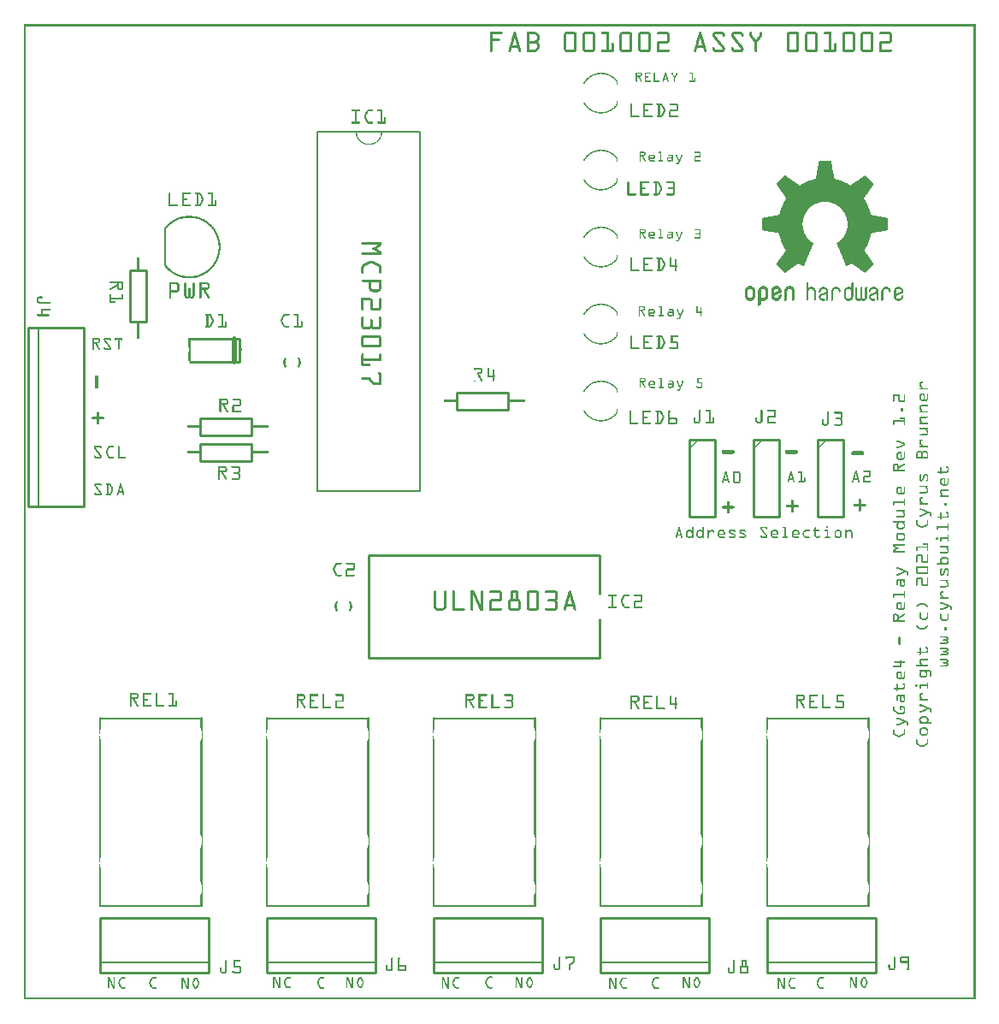
<source format=gto>
G04 MADE WITH FRITZING*
G04 WWW.FRITZING.ORG*
G04 DOUBLE SIDED*
G04 HOLES PLATED*
G04 CONTOUR ON CENTER OF CONTOUR VECTOR*
%ASAXBY*%
%FSLAX23Y23*%
%MOIN*%
%OFA0B0*%
%SFA1.0B1.0*%
%ADD10R,0.405916X1.405916X0.394084X1.394084*%
%ADD11C,0.005916*%
%ADD12C,0.010000*%
%ADD13C,0.005000*%
%ADD14C,0.020000*%
%ADD15C,0.008000*%
%ADD16R,0.001000X0.001000*%
%LNSILK1*%
G90*
G70*
G54D11*
X1145Y3382D02*
X1545Y3382D01*
X1545Y1982D01*
X1145Y1982D01*
X1145Y3382D01*
D02*
G54D12*
X2245Y1732D02*
X1345Y1732D01*
D02*
X1345Y1732D02*
X1345Y1332D01*
D02*
X1345Y1332D02*
X2245Y1332D01*
D02*
X2245Y1732D02*
X2245Y1582D01*
D02*
X2245Y1482D02*
X2245Y1332D01*
D02*
X2595Y2182D02*
X2595Y1882D01*
D02*
X2595Y1882D02*
X2695Y1882D01*
D02*
X2695Y1882D02*
X2695Y2182D01*
D02*
X2695Y2182D02*
X2595Y2182D01*
D02*
X2845Y2182D02*
X2845Y1882D01*
D02*
X2845Y1882D02*
X2945Y1882D01*
D02*
X2945Y1882D02*
X2945Y2182D01*
D02*
X2945Y2182D02*
X2845Y2182D01*
D02*
X3095Y2182D02*
X3095Y1882D01*
D02*
X3095Y1882D02*
X3195Y1882D01*
D02*
X3195Y1882D02*
X3195Y2182D01*
D02*
X3195Y2182D02*
X3095Y2182D01*
D02*
X233Y1921D02*
X233Y2620D01*
D02*
X233Y2620D02*
X17Y2620D01*
D02*
X17Y2620D02*
X17Y1921D01*
D02*
X17Y1921D02*
X233Y1921D01*
G54D13*
D02*
X57Y2620D02*
X57Y1921D01*
G54D12*
D02*
X412Y2642D02*
X412Y2842D01*
D02*
X412Y2842D02*
X478Y2842D01*
D02*
X478Y2842D02*
X478Y2642D01*
D02*
X478Y2642D02*
X412Y2642D01*
D02*
X886Y2199D02*
X686Y2199D01*
D02*
X686Y2199D02*
X686Y2265D01*
D02*
X686Y2265D02*
X886Y2265D01*
D02*
X886Y2265D02*
X886Y2199D01*
D02*
X886Y2099D02*
X686Y2099D01*
D02*
X686Y2099D02*
X686Y2165D01*
D02*
X686Y2165D02*
X886Y2165D01*
D02*
X886Y2165D02*
X886Y2099D01*
D02*
X841Y2487D02*
X646Y2487D01*
D02*
X646Y2577D02*
X841Y2577D01*
D02*
X841Y2577D02*
X841Y2487D01*
G54D14*
D02*
X821Y2577D02*
X821Y2487D01*
G54D12*
D02*
X1886Y2299D02*
X1686Y2299D01*
D02*
X1686Y2299D02*
X1686Y2365D01*
D02*
X1686Y2365D02*
X1886Y2365D01*
D02*
X1886Y2365D02*
X1886Y2299D01*
G54D15*
D02*
X298Y1096D02*
X692Y1096D01*
D02*
X692Y367D02*
X298Y367D01*
D02*
X948Y1096D02*
X1342Y1096D01*
D02*
X1342Y367D02*
X948Y367D01*
D02*
X1598Y1096D02*
X1992Y1096D01*
D02*
X1992Y367D02*
X1598Y367D01*
D02*
X2248Y1096D02*
X2642Y1096D01*
D02*
X2642Y367D02*
X2248Y367D01*
D02*
X2898Y1096D02*
X3292Y1096D01*
D02*
X3292Y367D02*
X2898Y367D01*
G54D12*
D02*
X719Y320D02*
X296Y320D01*
D02*
X296Y320D02*
X296Y104D01*
D02*
X296Y104D02*
X719Y104D01*
D02*
X719Y104D02*
X719Y320D01*
G54D13*
D02*
X296Y144D02*
X719Y144D01*
G54D12*
D02*
X1369Y320D02*
X946Y320D01*
D02*
X946Y320D02*
X946Y104D01*
D02*
X946Y104D02*
X1369Y104D01*
D02*
X1369Y104D02*
X1369Y320D01*
G54D13*
D02*
X946Y144D02*
X1369Y144D01*
G54D12*
D02*
X2019Y320D02*
X1596Y320D01*
D02*
X1596Y320D02*
X1596Y104D01*
D02*
X1596Y104D02*
X2019Y104D01*
D02*
X2019Y104D02*
X2019Y320D01*
G54D13*
D02*
X1596Y144D02*
X2019Y144D01*
G54D12*
D02*
X2669Y320D02*
X2246Y320D01*
D02*
X2246Y320D02*
X2246Y104D01*
D02*
X2246Y104D02*
X2669Y104D01*
D02*
X2669Y104D02*
X2669Y320D01*
G54D13*
D02*
X2246Y144D02*
X2669Y144D01*
G54D12*
D02*
X3319Y320D02*
X2896Y320D01*
D02*
X2896Y320D02*
X2896Y104D01*
D02*
X2896Y104D02*
X3319Y104D01*
D02*
X3319Y104D02*
X3319Y320D01*
G54D13*
D02*
X2896Y144D02*
X3319Y144D01*
G54D16*
X0Y3801D02*
X3708Y3801D01*
X0Y3800D02*
X3708Y3800D01*
X0Y3799D02*
X3708Y3799D01*
X0Y3798D02*
X3708Y3798D01*
X0Y3797D02*
X3708Y3797D01*
X0Y3796D02*
X3708Y3796D01*
X0Y3795D02*
X3708Y3795D01*
X0Y3794D02*
X3708Y3794D01*
X0Y3793D02*
X7Y3793D01*
X3701Y3793D02*
X3708Y3793D01*
X0Y3792D02*
X7Y3792D01*
X3701Y3792D02*
X3708Y3792D01*
X0Y3791D02*
X7Y3791D01*
X3701Y3791D02*
X3708Y3791D01*
X0Y3790D02*
X7Y3790D01*
X3701Y3790D02*
X3708Y3790D01*
X0Y3789D02*
X7Y3789D01*
X3701Y3789D02*
X3708Y3789D01*
X0Y3788D02*
X7Y3788D01*
X3701Y3788D02*
X3708Y3788D01*
X0Y3787D02*
X7Y3787D01*
X3701Y3787D02*
X3708Y3787D01*
X0Y3786D02*
X7Y3786D01*
X3701Y3786D02*
X3708Y3786D01*
X0Y3785D02*
X7Y3785D01*
X3701Y3785D02*
X3708Y3785D01*
X0Y3784D02*
X7Y3784D01*
X3701Y3784D02*
X3708Y3784D01*
X0Y3783D02*
X7Y3783D01*
X3701Y3783D02*
X3708Y3783D01*
X0Y3782D02*
X7Y3782D01*
X3701Y3782D02*
X3708Y3782D01*
X0Y3781D02*
X7Y3781D01*
X3701Y3781D02*
X3708Y3781D01*
X0Y3780D02*
X7Y3780D01*
X3701Y3780D02*
X3708Y3780D01*
X0Y3779D02*
X7Y3779D01*
X3701Y3779D02*
X3708Y3779D01*
X0Y3778D02*
X7Y3778D01*
X3701Y3778D02*
X3708Y3778D01*
X0Y3777D02*
X7Y3777D01*
X3701Y3777D02*
X3708Y3777D01*
X0Y3776D02*
X7Y3776D01*
X3701Y3776D02*
X3708Y3776D01*
X0Y3775D02*
X7Y3775D01*
X3701Y3775D02*
X3708Y3775D01*
X0Y3774D02*
X7Y3774D01*
X3701Y3774D02*
X3708Y3774D01*
X0Y3773D02*
X7Y3773D01*
X3701Y3773D02*
X3708Y3773D01*
X0Y3772D02*
X7Y3772D01*
X3701Y3772D02*
X3708Y3772D01*
X0Y3771D02*
X7Y3771D01*
X3701Y3771D02*
X3708Y3771D01*
X0Y3770D02*
X7Y3770D01*
X1816Y3770D02*
X1862Y3770D01*
X1911Y3770D02*
X1915Y3770D01*
X1961Y3770D02*
X1994Y3770D01*
X2112Y3770D02*
X2147Y3770D01*
X2184Y3770D02*
X2220Y3770D01*
X2252Y3770D02*
X2279Y3770D01*
X2329Y3770D02*
X2364Y3770D01*
X2401Y3770D02*
X2437Y3770D01*
X2469Y3770D02*
X2509Y3770D01*
X2634Y3770D02*
X2638Y3770D01*
X2691Y3770D02*
X2723Y3770D01*
X2763Y3770D02*
X2795Y3770D01*
X2831Y3770D02*
X2835Y3770D01*
X2870Y3770D02*
X2874Y3770D01*
X2979Y3770D02*
X3015Y3770D01*
X3051Y3770D02*
X3087Y3770D01*
X3120Y3770D02*
X3146Y3770D01*
X3196Y3770D02*
X3232Y3770D01*
X3268Y3770D02*
X3304Y3770D01*
X3337Y3770D02*
X3376Y3770D01*
X3701Y3770D02*
X3708Y3770D01*
X0Y3769D02*
X7Y3769D01*
X1816Y3769D02*
X1863Y3769D01*
X1909Y3769D02*
X1916Y3769D01*
X1961Y3769D02*
X1997Y3769D01*
X2110Y3769D02*
X2149Y3769D01*
X2182Y3769D02*
X2222Y3769D01*
X2251Y3769D02*
X2279Y3769D01*
X2327Y3769D02*
X2366Y3769D01*
X2399Y3769D02*
X2438Y3769D01*
X2468Y3769D02*
X2511Y3769D01*
X2632Y3769D02*
X2639Y3769D01*
X2689Y3769D02*
X2725Y3769D01*
X2761Y3769D02*
X2797Y3769D01*
X2829Y3769D02*
X2836Y3769D01*
X2869Y3769D02*
X2876Y3769D01*
X2977Y3769D02*
X3017Y3769D01*
X3050Y3769D02*
X3089Y3769D01*
X3119Y3769D02*
X3146Y3769D01*
X3194Y3769D02*
X3234Y3769D01*
X3266Y3769D02*
X3306Y3769D01*
X3335Y3769D02*
X3378Y3769D01*
X3701Y3769D02*
X3708Y3769D01*
X0Y3768D02*
X7Y3768D01*
X1816Y3768D02*
X1864Y3768D01*
X1909Y3768D02*
X1917Y3768D01*
X1961Y3768D02*
X1999Y3768D01*
X2109Y3768D02*
X2151Y3768D01*
X2181Y3768D02*
X2223Y3768D01*
X2250Y3768D02*
X2279Y3768D01*
X2325Y3768D02*
X2367Y3768D01*
X2398Y3768D02*
X2440Y3768D01*
X2467Y3768D02*
X2512Y3768D01*
X2632Y3768D02*
X2640Y3768D01*
X2688Y3768D02*
X2727Y3768D01*
X2760Y3768D02*
X2799Y3768D01*
X2829Y3768D02*
X2837Y3768D01*
X2868Y3768D02*
X2876Y3768D01*
X2976Y3768D02*
X3018Y3768D01*
X3048Y3768D02*
X3090Y3768D01*
X3118Y3768D02*
X3146Y3768D01*
X3193Y3768D02*
X3235Y3768D01*
X3265Y3768D02*
X3307Y3768D01*
X3335Y3768D02*
X3380Y3768D01*
X3701Y3768D02*
X3708Y3768D01*
X0Y3767D02*
X7Y3767D01*
X1816Y3767D02*
X1865Y3767D01*
X1908Y3767D02*
X1917Y3767D01*
X1961Y3767D02*
X2001Y3767D01*
X2108Y3767D02*
X2152Y3767D01*
X2180Y3767D02*
X2224Y3767D01*
X2250Y3767D02*
X2279Y3767D01*
X2324Y3767D02*
X2368Y3767D01*
X2397Y3767D02*
X2441Y3767D01*
X2467Y3767D02*
X2513Y3767D01*
X2631Y3767D02*
X2640Y3767D01*
X2687Y3767D02*
X2728Y3767D01*
X2759Y3767D02*
X2800Y3767D01*
X2828Y3767D02*
X2837Y3767D01*
X2868Y3767D02*
X2877Y3767D01*
X2975Y3767D02*
X3019Y3767D01*
X3047Y3767D02*
X3091Y3767D01*
X3118Y3767D02*
X3146Y3767D01*
X3192Y3767D02*
X3236Y3767D01*
X3264Y3767D02*
X3308Y3767D01*
X3334Y3767D02*
X3380Y3767D01*
X3701Y3767D02*
X3708Y3767D01*
X0Y3766D02*
X7Y3766D01*
X1816Y3766D02*
X1865Y3766D01*
X1908Y3766D02*
X1917Y3766D01*
X1961Y3766D02*
X2002Y3766D01*
X2107Y3766D02*
X2152Y3766D01*
X2179Y3766D02*
X2225Y3766D01*
X2250Y3766D02*
X2279Y3766D01*
X2324Y3766D02*
X2369Y3766D01*
X2396Y3766D02*
X2441Y3766D01*
X2467Y3766D02*
X2514Y3766D01*
X2631Y3766D02*
X2640Y3766D01*
X2686Y3766D02*
X2729Y3766D01*
X2758Y3766D02*
X2801Y3766D01*
X2828Y3766D02*
X2837Y3766D01*
X2868Y3766D02*
X2877Y3766D01*
X2974Y3766D02*
X3020Y3766D01*
X3047Y3766D02*
X3092Y3766D01*
X3117Y3766D02*
X3146Y3766D01*
X3191Y3766D02*
X3237Y3766D01*
X3263Y3766D02*
X3309Y3766D01*
X3334Y3766D02*
X3381Y3766D01*
X3701Y3766D02*
X3708Y3766D01*
X0Y3765D02*
X7Y3765D01*
X1816Y3765D02*
X1865Y3765D01*
X1908Y3765D02*
X1918Y3765D01*
X1961Y3765D02*
X2003Y3765D01*
X2106Y3765D02*
X2153Y3765D01*
X2179Y3765D02*
X2225Y3765D01*
X2250Y3765D02*
X2279Y3765D01*
X2323Y3765D02*
X2370Y3765D01*
X2395Y3765D02*
X2442Y3765D01*
X2467Y3765D02*
X2514Y3765D01*
X2631Y3765D02*
X2641Y3765D01*
X2685Y3765D02*
X2730Y3765D01*
X2757Y3765D02*
X2802Y3765D01*
X2828Y3765D02*
X2837Y3765D01*
X2868Y3765D02*
X2877Y3765D01*
X2974Y3765D02*
X3020Y3765D01*
X3046Y3765D02*
X3093Y3765D01*
X3117Y3765D02*
X3146Y3765D01*
X3191Y3765D02*
X3237Y3765D01*
X3263Y3765D02*
X3310Y3765D01*
X3334Y3765D02*
X3382Y3765D01*
X3701Y3765D02*
X3708Y3765D01*
X0Y3764D02*
X7Y3764D01*
X1816Y3764D02*
X1864Y3764D01*
X1907Y3764D02*
X1918Y3764D01*
X1961Y3764D02*
X2004Y3764D01*
X2106Y3764D02*
X2153Y3764D01*
X2178Y3764D02*
X2226Y3764D01*
X2250Y3764D02*
X2279Y3764D01*
X2323Y3764D02*
X2370Y3764D01*
X2395Y3764D02*
X2443Y3764D01*
X2467Y3764D02*
X2515Y3764D01*
X2630Y3764D02*
X2641Y3764D01*
X2684Y3764D02*
X2730Y3764D01*
X2757Y3764D02*
X2803Y3764D01*
X2828Y3764D02*
X2837Y3764D01*
X2868Y3764D02*
X2877Y3764D01*
X2973Y3764D02*
X3021Y3764D01*
X3046Y3764D02*
X3093Y3764D01*
X3118Y3764D02*
X3146Y3764D01*
X3190Y3764D02*
X3238Y3764D01*
X3262Y3764D02*
X3310Y3764D01*
X3334Y3764D02*
X3382Y3764D01*
X3701Y3764D02*
X3708Y3764D01*
X0Y3763D02*
X7Y3763D01*
X1816Y3763D02*
X1864Y3763D01*
X1907Y3763D02*
X1918Y3763D01*
X1961Y3763D02*
X2005Y3763D01*
X2105Y3763D02*
X2154Y3763D01*
X2178Y3763D02*
X2226Y3763D01*
X2251Y3763D02*
X2279Y3763D01*
X2322Y3763D02*
X2371Y3763D01*
X2395Y3763D02*
X2443Y3763D01*
X2467Y3763D02*
X2515Y3763D01*
X2630Y3763D02*
X2641Y3763D01*
X2684Y3763D02*
X2731Y3763D01*
X2756Y3763D02*
X2803Y3763D01*
X2828Y3763D02*
X2837Y3763D01*
X2868Y3763D02*
X2877Y3763D01*
X2973Y3763D02*
X3021Y3763D01*
X3045Y3763D02*
X3093Y3763D01*
X3118Y3763D02*
X3146Y3763D01*
X3190Y3763D02*
X3238Y3763D01*
X3262Y3763D02*
X3310Y3763D01*
X3335Y3763D02*
X3383Y3763D01*
X3701Y3763D02*
X3708Y3763D01*
X0Y3762D02*
X7Y3762D01*
X1816Y3762D02*
X1863Y3762D01*
X1907Y3762D02*
X1918Y3762D01*
X1961Y3762D02*
X2006Y3762D01*
X2105Y3762D02*
X2154Y3762D01*
X2178Y3762D02*
X2226Y3762D01*
X2251Y3762D02*
X2279Y3762D01*
X2322Y3762D02*
X2371Y3762D01*
X2394Y3762D02*
X2443Y3762D01*
X2468Y3762D02*
X2515Y3762D01*
X2630Y3762D02*
X2641Y3762D01*
X2684Y3762D02*
X2731Y3762D01*
X2756Y3762D02*
X2804Y3762D01*
X2828Y3762D02*
X2837Y3762D01*
X2868Y3762D02*
X2877Y3762D01*
X2973Y3762D02*
X3021Y3762D01*
X3045Y3762D02*
X3094Y3762D01*
X3119Y3762D02*
X3146Y3762D01*
X3190Y3762D02*
X3238Y3762D01*
X3262Y3762D02*
X3311Y3762D01*
X3336Y3762D02*
X3383Y3762D01*
X3701Y3762D02*
X3708Y3762D01*
X0Y3761D02*
X7Y3761D01*
X1816Y3761D02*
X1862Y3761D01*
X1907Y3761D02*
X1919Y3761D01*
X1961Y3761D02*
X2006Y3761D01*
X2105Y3761D02*
X2154Y3761D01*
X2178Y3761D02*
X2226Y3761D01*
X2253Y3761D02*
X2279Y3761D01*
X2322Y3761D02*
X2371Y3761D01*
X2394Y3761D02*
X2443Y3761D01*
X2470Y3761D02*
X2515Y3761D01*
X2629Y3761D02*
X2642Y3761D01*
X2684Y3761D02*
X2732Y3761D01*
X2756Y3761D02*
X2804Y3761D01*
X2828Y3761D02*
X2837Y3761D01*
X2868Y3761D02*
X2877Y3761D01*
X2973Y3761D02*
X3021Y3761D01*
X3045Y3761D02*
X3094Y3761D01*
X3120Y3761D02*
X3146Y3761D01*
X3190Y3761D02*
X3238Y3761D01*
X3262Y3761D02*
X3311Y3761D01*
X3337Y3761D02*
X3383Y3761D01*
X3701Y3761D02*
X3708Y3761D01*
X0Y3760D02*
X7Y3760D01*
X1816Y3760D02*
X1825Y3760D01*
X1906Y3760D02*
X1919Y3760D01*
X1961Y3760D02*
X1970Y3760D01*
X1994Y3760D02*
X2007Y3760D01*
X2105Y3760D02*
X2114Y3760D01*
X2145Y3760D02*
X2154Y3760D01*
X2177Y3760D02*
X2187Y3760D01*
X2217Y3760D02*
X2226Y3760D01*
X2270Y3760D02*
X2279Y3760D01*
X2322Y3760D02*
X2331Y3760D01*
X2362Y3760D02*
X2371Y3760D01*
X2394Y3760D02*
X2403Y3760D01*
X2434Y3760D02*
X2443Y3760D01*
X2506Y3760D02*
X2515Y3760D01*
X2629Y3760D02*
X2642Y3760D01*
X2684Y3760D02*
X2693Y3760D01*
X2722Y3760D02*
X2732Y3760D01*
X2756Y3760D02*
X2765Y3760D01*
X2794Y3760D02*
X2804Y3760D01*
X2828Y3760D02*
X2837Y3760D01*
X2868Y3760D02*
X2877Y3760D01*
X2973Y3760D02*
X2982Y3760D01*
X3012Y3760D02*
X3021Y3760D01*
X3045Y3760D02*
X3054Y3760D01*
X3085Y3760D02*
X3094Y3760D01*
X3137Y3760D02*
X3146Y3760D01*
X3190Y3760D02*
X3199Y3760D01*
X3229Y3760D02*
X3238Y3760D01*
X3262Y3760D02*
X3271Y3760D01*
X3302Y3760D02*
X3311Y3760D01*
X3374Y3760D02*
X3383Y3760D01*
X3701Y3760D02*
X3708Y3760D01*
X0Y3759D02*
X7Y3759D01*
X1816Y3759D02*
X1825Y3759D01*
X1906Y3759D02*
X1919Y3759D01*
X1961Y3759D02*
X1970Y3759D01*
X1995Y3759D02*
X2007Y3759D01*
X2105Y3759D02*
X2114Y3759D01*
X2145Y3759D02*
X2154Y3759D01*
X2177Y3759D02*
X2187Y3759D01*
X2217Y3759D02*
X2226Y3759D01*
X2270Y3759D02*
X2279Y3759D01*
X2322Y3759D02*
X2331Y3759D01*
X2362Y3759D02*
X2371Y3759D01*
X2394Y3759D02*
X2403Y3759D01*
X2434Y3759D02*
X2443Y3759D01*
X2506Y3759D02*
X2515Y3759D01*
X2629Y3759D02*
X2642Y3759D01*
X2684Y3759D02*
X2693Y3759D01*
X2723Y3759D02*
X2732Y3759D01*
X2756Y3759D02*
X2765Y3759D01*
X2795Y3759D02*
X2804Y3759D01*
X2828Y3759D02*
X2837Y3759D01*
X2868Y3759D02*
X2877Y3759D01*
X2973Y3759D02*
X2982Y3759D01*
X3012Y3759D02*
X3021Y3759D01*
X3045Y3759D02*
X3054Y3759D01*
X3085Y3759D02*
X3094Y3759D01*
X3137Y3759D02*
X3146Y3759D01*
X3190Y3759D02*
X3199Y3759D01*
X3229Y3759D02*
X3238Y3759D01*
X3262Y3759D02*
X3271Y3759D01*
X3302Y3759D02*
X3311Y3759D01*
X3374Y3759D02*
X3383Y3759D01*
X3701Y3759D02*
X3708Y3759D01*
X0Y3758D02*
X7Y3758D01*
X1816Y3758D02*
X1825Y3758D01*
X1906Y3758D02*
X1920Y3758D01*
X1961Y3758D02*
X1970Y3758D01*
X1997Y3758D02*
X2008Y3758D01*
X2105Y3758D02*
X2114Y3758D01*
X2145Y3758D02*
X2154Y3758D01*
X2177Y3758D02*
X2187Y3758D01*
X2217Y3758D02*
X2226Y3758D01*
X2270Y3758D02*
X2279Y3758D01*
X2322Y3758D02*
X2331Y3758D01*
X2362Y3758D02*
X2371Y3758D01*
X2394Y3758D02*
X2403Y3758D01*
X2434Y3758D02*
X2443Y3758D01*
X2506Y3758D02*
X2515Y3758D01*
X2629Y3758D02*
X2643Y3758D01*
X2684Y3758D02*
X2693Y3758D01*
X2723Y3758D02*
X2732Y3758D01*
X2756Y3758D02*
X2766Y3758D01*
X2795Y3758D02*
X2805Y3758D01*
X2828Y3758D02*
X2838Y3758D01*
X2867Y3758D02*
X2877Y3758D01*
X2973Y3758D02*
X2982Y3758D01*
X3012Y3758D02*
X3021Y3758D01*
X3045Y3758D02*
X3054Y3758D01*
X3085Y3758D02*
X3094Y3758D01*
X3137Y3758D02*
X3146Y3758D01*
X3190Y3758D02*
X3199Y3758D01*
X3229Y3758D02*
X3238Y3758D01*
X3262Y3758D02*
X3271Y3758D01*
X3302Y3758D02*
X3311Y3758D01*
X3374Y3758D02*
X3383Y3758D01*
X3701Y3758D02*
X3708Y3758D01*
X0Y3757D02*
X7Y3757D01*
X1816Y3757D02*
X1825Y3757D01*
X1905Y3757D02*
X1920Y3757D01*
X1961Y3757D02*
X1970Y3757D01*
X1998Y3757D02*
X2008Y3757D01*
X2105Y3757D02*
X2114Y3757D01*
X2145Y3757D02*
X2154Y3757D01*
X2177Y3757D02*
X2187Y3757D01*
X2217Y3757D02*
X2226Y3757D01*
X2270Y3757D02*
X2279Y3757D01*
X2322Y3757D02*
X2331Y3757D01*
X2362Y3757D02*
X2371Y3757D01*
X2394Y3757D02*
X2403Y3757D01*
X2434Y3757D02*
X2443Y3757D01*
X2506Y3757D02*
X2515Y3757D01*
X2628Y3757D02*
X2643Y3757D01*
X2684Y3757D02*
X2694Y3757D01*
X2723Y3757D02*
X2732Y3757D01*
X2756Y3757D02*
X2766Y3757D01*
X2796Y3757D02*
X2805Y3757D01*
X2828Y3757D02*
X2839Y3757D01*
X2866Y3757D02*
X2877Y3757D01*
X2973Y3757D02*
X2982Y3757D01*
X3012Y3757D02*
X3021Y3757D01*
X3045Y3757D02*
X3054Y3757D01*
X3085Y3757D02*
X3094Y3757D01*
X3137Y3757D02*
X3146Y3757D01*
X3190Y3757D02*
X3199Y3757D01*
X3229Y3757D02*
X3238Y3757D01*
X3262Y3757D02*
X3271Y3757D01*
X3302Y3757D02*
X3311Y3757D01*
X3374Y3757D02*
X3383Y3757D01*
X3701Y3757D02*
X3708Y3757D01*
X0Y3756D02*
X7Y3756D01*
X1816Y3756D02*
X1825Y3756D01*
X1905Y3756D02*
X1920Y3756D01*
X1961Y3756D02*
X1970Y3756D01*
X1999Y3756D02*
X2009Y3756D01*
X2105Y3756D02*
X2114Y3756D01*
X2145Y3756D02*
X2154Y3756D01*
X2177Y3756D02*
X2187Y3756D01*
X2217Y3756D02*
X2226Y3756D01*
X2270Y3756D02*
X2279Y3756D01*
X2322Y3756D02*
X2331Y3756D01*
X2362Y3756D02*
X2371Y3756D01*
X2394Y3756D02*
X2403Y3756D01*
X2434Y3756D02*
X2443Y3756D01*
X2506Y3756D02*
X2515Y3756D01*
X2628Y3756D02*
X2643Y3756D01*
X2684Y3756D02*
X2695Y3756D01*
X2723Y3756D02*
X2732Y3756D01*
X2756Y3756D02*
X2767Y3756D01*
X2796Y3756D02*
X2804Y3756D01*
X2828Y3756D02*
X2839Y3756D01*
X2865Y3756D02*
X2877Y3756D01*
X2973Y3756D02*
X2982Y3756D01*
X3012Y3756D02*
X3021Y3756D01*
X3045Y3756D02*
X3054Y3756D01*
X3085Y3756D02*
X3094Y3756D01*
X3137Y3756D02*
X3146Y3756D01*
X3190Y3756D02*
X3199Y3756D01*
X3229Y3756D02*
X3238Y3756D01*
X3262Y3756D02*
X3271Y3756D01*
X3302Y3756D02*
X3311Y3756D01*
X3374Y3756D02*
X3383Y3756D01*
X3701Y3756D02*
X3708Y3756D01*
X0Y3755D02*
X7Y3755D01*
X1816Y3755D02*
X1825Y3755D01*
X1905Y3755D02*
X1921Y3755D01*
X1961Y3755D02*
X1970Y3755D01*
X1999Y3755D02*
X2009Y3755D01*
X2105Y3755D02*
X2114Y3755D01*
X2145Y3755D02*
X2154Y3755D01*
X2177Y3755D02*
X2187Y3755D01*
X2217Y3755D02*
X2226Y3755D01*
X2270Y3755D02*
X2279Y3755D01*
X2322Y3755D02*
X2331Y3755D01*
X2362Y3755D02*
X2371Y3755D01*
X2394Y3755D02*
X2403Y3755D01*
X2434Y3755D02*
X2443Y3755D01*
X2506Y3755D02*
X2515Y3755D01*
X2628Y3755D02*
X2643Y3755D01*
X2684Y3755D02*
X2696Y3755D01*
X2724Y3755D02*
X2732Y3755D01*
X2757Y3755D02*
X2768Y3755D01*
X2796Y3755D02*
X2804Y3755D01*
X2828Y3755D02*
X2840Y3755D01*
X2865Y3755D02*
X2877Y3755D01*
X2973Y3755D02*
X2982Y3755D01*
X3012Y3755D02*
X3021Y3755D01*
X3045Y3755D02*
X3054Y3755D01*
X3085Y3755D02*
X3094Y3755D01*
X3137Y3755D02*
X3146Y3755D01*
X3190Y3755D02*
X3199Y3755D01*
X3229Y3755D02*
X3238Y3755D01*
X3262Y3755D02*
X3271Y3755D01*
X3302Y3755D02*
X3311Y3755D01*
X3374Y3755D02*
X3383Y3755D01*
X3701Y3755D02*
X3708Y3755D01*
X0Y3754D02*
X7Y3754D01*
X1816Y3754D02*
X1825Y3754D01*
X1904Y3754D02*
X1921Y3754D01*
X1961Y3754D02*
X1970Y3754D01*
X2000Y3754D02*
X2009Y3754D01*
X2105Y3754D02*
X2114Y3754D01*
X2145Y3754D02*
X2154Y3754D01*
X2177Y3754D02*
X2187Y3754D01*
X2217Y3754D02*
X2226Y3754D01*
X2270Y3754D02*
X2279Y3754D01*
X2322Y3754D02*
X2331Y3754D01*
X2362Y3754D02*
X2371Y3754D01*
X2394Y3754D02*
X2403Y3754D01*
X2434Y3754D02*
X2443Y3754D01*
X2506Y3754D02*
X2515Y3754D01*
X2627Y3754D02*
X2644Y3754D01*
X2685Y3754D02*
X2696Y3754D01*
X2724Y3754D02*
X2731Y3754D01*
X2757Y3754D02*
X2769Y3754D01*
X2797Y3754D02*
X2803Y3754D01*
X2829Y3754D02*
X2841Y3754D01*
X2864Y3754D02*
X2876Y3754D01*
X2973Y3754D02*
X2982Y3754D01*
X3012Y3754D02*
X3021Y3754D01*
X3045Y3754D02*
X3054Y3754D01*
X3085Y3754D02*
X3094Y3754D01*
X3137Y3754D02*
X3146Y3754D01*
X3190Y3754D02*
X3199Y3754D01*
X3229Y3754D02*
X3238Y3754D01*
X3262Y3754D02*
X3271Y3754D01*
X3302Y3754D02*
X3311Y3754D01*
X3374Y3754D02*
X3383Y3754D01*
X3701Y3754D02*
X3708Y3754D01*
X0Y3753D02*
X7Y3753D01*
X1816Y3753D02*
X1825Y3753D01*
X1904Y3753D02*
X1921Y3753D01*
X1961Y3753D02*
X1970Y3753D01*
X2000Y3753D02*
X2009Y3753D01*
X2105Y3753D02*
X2114Y3753D01*
X2145Y3753D02*
X2154Y3753D01*
X2177Y3753D02*
X2187Y3753D01*
X2217Y3753D02*
X2226Y3753D01*
X2270Y3753D02*
X2279Y3753D01*
X2322Y3753D02*
X2331Y3753D01*
X2362Y3753D02*
X2371Y3753D01*
X2394Y3753D02*
X2403Y3753D01*
X2434Y3753D02*
X2443Y3753D01*
X2506Y3753D02*
X2515Y3753D01*
X2627Y3753D02*
X2644Y3753D01*
X2685Y3753D02*
X2697Y3753D01*
X2726Y3753D02*
X2730Y3753D01*
X2758Y3753D02*
X2770Y3753D01*
X2798Y3753D02*
X2802Y3753D01*
X2830Y3753D02*
X2842Y3753D01*
X2863Y3753D02*
X2875Y3753D01*
X2973Y3753D02*
X2982Y3753D01*
X3012Y3753D02*
X3021Y3753D01*
X3045Y3753D02*
X3054Y3753D01*
X3085Y3753D02*
X3094Y3753D01*
X3137Y3753D02*
X3146Y3753D01*
X3190Y3753D02*
X3199Y3753D01*
X3229Y3753D02*
X3238Y3753D01*
X3262Y3753D02*
X3271Y3753D01*
X3302Y3753D02*
X3311Y3753D01*
X3374Y3753D02*
X3383Y3753D01*
X3701Y3753D02*
X3708Y3753D01*
X0Y3752D02*
X7Y3752D01*
X1816Y3752D02*
X1825Y3752D01*
X1904Y3752D02*
X1921Y3752D01*
X1961Y3752D02*
X1970Y3752D01*
X2000Y3752D02*
X2009Y3752D01*
X2105Y3752D02*
X2114Y3752D01*
X2145Y3752D02*
X2154Y3752D01*
X2177Y3752D02*
X2187Y3752D01*
X2217Y3752D02*
X2226Y3752D01*
X2270Y3752D02*
X2279Y3752D01*
X2322Y3752D02*
X2331Y3752D01*
X2362Y3752D02*
X2371Y3752D01*
X2394Y3752D02*
X2403Y3752D01*
X2434Y3752D02*
X2443Y3752D01*
X2506Y3752D02*
X2515Y3752D01*
X2627Y3752D02*
X2644Y3752D01*
X2686Y3752D02*
X2698Y3752D01*
X2758Y3752D02*
X2770Y3752D01*
X2831Y3752D02*
X2843Y3752D01*
X2862Y3752D02*
X2874Y3752D01*
X2973Y3752D02*
X2982Y3752D01*
X3012Y3752D02*
X3021Y3752D01*
X3045Y3752D02*
X3054Y3752D01*
X3085Y3752D02*
X3094Y3752D01*
X3137Y3752D02*
X3146Y3752D01*
X3190Y3752D02*
X3199Y3752D01*
X3229Y3752D02*
X3238Y3752D01*
X3262Y3752D02*
X3271Y3752D01*
X3302Y3752D02*
X3311Y3752D01*
X3374Y3752D02*
X3383Y3752D01*
X3701Y3752D02*
X3708Y3752D01*
X0Y3751D02*
X7Y3751D01*
X1816Y3751D02*
X1825Y3751D01*
X1904Y3751D02*
X1922Y3751D01*
X1961Y3751D02*
X1970Y3751D01*
X2000Y3751D02*
X2009Y3751D01*
X2105Y3751D02*
X2114Y3751D01*
X2145Y3751D02*
X2154Y3751D01*
X2177Y3751D02*
X2187Y3751D01*
X2217Y3751D02*
X2226Y3751D01*
X2270Y3751D02*
X2279Y3751D01*
X2322Y3751D02*
X2331Y3751D01*
X2362Y3751D02*
X2371Y3751D01*
X2394Y3751D02*
X2403Y3751D01*
X2434Y3751D02*
X2443Y3751D01*
X2506Y3751D02*
X2515Y3751D01*
X2626Y3751D02*
X2645Y3751D01*
X2687Y3751D02*
X2699Y3751D01*
X2759Y3751D02*
X2771Y3751D01*
X2832Y3751D02*
X2843Y3751D01*
X2862Y3751D02*
X2873Y3751D01*
X2973Y3751D02*
X2982Y3751D01*
X3012Y3751D02*
X3021Y3751D01*
X3045Y3751D02*
X3054Y3751D01*
X3085Y3751D02*
X3094Y3751D01*
X3137Y3751D02*
X3146Y3751D01*
X3190Y3751D02*
X3199Y3751D01*
X3229Y3751D02*
X3238Y3751D01*
X3262Y3751D02*
X3271Y3751D01*
X3302Y3751D02*
X3311Y3751D01*
X3374Y3751D02*
X3383Y3751D01*
X3701Y3751D02*
X3708Y3751D01*
X0Y3750D02*
X7Y3750D01*
X1816Y3750D02*
X1825Y3750D01*
X1903Y3750D02*
X1922Y3750D01*
X1961Y3750D02*
X1970Y3750D01*
X2000Y3750D02*
X2009Y3750D01*
X2105Y3750D02*
X2114Y3750D01*
X2145Y3750D02*
X2154Y3750D01*
X2177Y3750D02*
X2187Y3750D01*
X2217Y3750D02*
X2226Y3750D01*
X2270Y3750D02*
X2279Y3750D01*
X2322Y3750D02*
X2331Y3750D01*
X2362Y3750D02*
X2371Y3750D01*
X2394Y3750D02*
X2403Y3750D01*
X2434Y3750D02*
X2443Y3750D01*
X2506Y3750D02*
X2515Y3750D01*
X2626Y3750D02*
X2645Y3750D01*
X2688Y3750D02*
X2700Y3750D01*
X2760Y3750D02*
X2772Y3750D01*
X2832Y3750D02*
X2844Y3750D01*
X2861Y3750D02*
X2873Y3750D01*
X2973Y3750D02*
X2982Y3750D01*
X3012Y3750D02*
X3021Y3750D01*
X3045Y3750D02*
X3054Y3750D01*
X3085Y3750D02*
X3094Y3750D01*
X3137Y3750D02*
X3146Y3750D01*
X3190Y3750D02*
X3199Y3750D01*
X3229Y3750D02*
X3238Y3750D01*
X3262Y3750D02*
X3271Y3750D01*
X3302Y3750D02*
X3311Y3750D01*
X3374Y3750D02*
X3383Y3750D01*
X3701Y3750D02*
X3708Y3750D01*
X0Y3749D02*
X7Y3749D01*
X1816Y3749D02*
X1825Y3749D01*
X1903Y3749D02*
X1922Y3749D01*
X1961Y3749D02*
X1970Y3749D01*
X2000Y3749D02*
X2009Y3749D01*
X2105Y3749D02*
X2114Y3749D01*
X2145Y3749D02*
X2154Y3749D01*
X2177Y3749D02*
X2187Y3749D01*
X2217Y3749D02*
X2226Y3749D01*
X2270Y3749D02*
X2279Y3749D01*
X2322Y3749D02*
X2331Y3749D01*
X2362Y3749D02*
X2371Y3749D01*
X2394Y3749D02*
X2403Y3749D01*
X2434Y3749D02*
X2443Y3749D01*
X2506Y3749D02*
X2515Y3749D01*
X2626Y3749D02*
X2645Y3749D01*
X2688Y3749D02*
X2700Y3749D01*
X2761Y3749D02*
X2773Y3749D01*
X2833Y3749D02*
X2845Y3749D01*
X2860Y3749D02*
X2872Y3749D01*
X2973Y3749D02*
X2982Y3749D01*
X3012Y3749D02*
X3021Y3749D01*
X3045Y3749D02*
X3054Y3749D01*
X3085Y3749D02*
X3094Y3749D01*
X3137Y3749D02*
X3146Y3749D01*
X3190Y3749D02*
X3199Y3749D01*
X3229Y3749D02*
X3238Y3749D01*
X3262Y3749D02*
X3271Y3749D01*
X3302Y3749D02*
X3311Y3749D01*
X3374Y3749D02*
X3383Y3749D01*
X3701Y3749D02*
X3708Y3749D01*
X0Y3748D02*
X7Y3748D01*
X1816Y3748D02*
X1825Y3748D01*
X1903Y3748D02*
X1923Y3748D01*
X1961Y3748D02*
X1970Y3748D01*
X2000Y3748D02*
X2009Y3748D01*
X2105Y3748D02*
X2114Y3748D01*
X2145Y3748D02*
X2154Y3748D01*
X2177Y3748D02*
X2187Y3748D01*
X2217Y3748D02*
X2226Y3748D01*
X2270Y3748D02*
X2279Y3748D01*
X2322Y3748D02*
X2331Y3748D01*
X2362Y3748D02*
X2371Y3748D01*
X2394Y3748D02*
X2403Y3748D01*
X2434Y3748D02*
X2443Y3748D01*
X2506Y3748D02*
X2515Y3748D01*
X2626Y3748D02*
X2645Y3748D01*
X2689Y3748D02*
X2701Y3748D01*
X2761Y3748D02*
X2773Y3748D01*
X2834Y3748D02*
X2846Y3748D01*
X2859Y3748D02*
X2871Y3748D01*
X2973Y3748D02*
X2982Y3748D01*
X3012Y3748D02*
X3021Y3748D01*
X3045Y3748D02*
X3054Y3748D01*
X3085Y3748D02*
X3094Y3748D01*
X3137Y3748D02*
X3146Y3748D01*
X3190Y3748D02*
X3199Y3748D01*
X3229Y3748D02*
X3238Y3748D01*
X3262Y3748D02*
X3271Y3748D01*
X3302Y3748D02*
X3311Y3748D01*
X3374Y3748D02*
X3383Y3748D01*
X3701Y3748D02*
X3708Y3748D01*
X0Y3747D02*
X7Y3747D01*
X1816Y3747D02*
X1825Y3747D01*
X1902Y3747D02*
X1923Y3747D01*
X1961Y3747D02*
X1970Y3747D01*
X2000Y3747D02*
X2009Y3747D01*
X2105Y3747D02*
X2114Y3747D01*
X2145Y3747D02*
X2154Y3747D01*
X2177Y3747D02*
X2187Y3747D01*
X2217Y3747D02*
X2226Y3747D01*
X2270Y3747D02*
X2279Y3747D01*
X2322Y3747D02*
X2331Y3747D01*
X2362Y3747D02*
X2371Y3747D01*
X2394Y3747D02*
X2403Y3747D01*
X2434Y3747D02*
X2443Y3747D01*
X2506Y3747D02*
X2515Y3747D01*
X2625Y3747D02*
X2646Y3747D01*
X2690Y3747D02*
X2702Y3747D01*
X2762Y3747D02*
X2774Y3747D01*
X2835Y3747D02*
X2846Y3747D01*
X2858Y3747D02*
X2870Y3747D01*
X2973Y3747D02*
X2982Y3747D01*
X3012Y3747D02*
X3021Y3747D01*
X3045Y3747D02*
X3054Y3747D01*
X3085Y3747D02*
X3094Y3747D01*
X3137Y3747D02*
X3146Y3747D01*
X3190Y3747D02*
X3199Y3747D01*
X3229Y3747D02*
X3238Y3747D01*
X3262Y3747D02*
X3271Y3747D01*
X3302Y3747D02*
X3311Y3747D01*
X3374Y3747D02*
X3383Y3747D01*
X3701Y3747D02*
X3708Y3747D01*
X0Y3746D02*
X7Y3746D01*
X1816Y3746D02*
X1825Y3746D01*
X1902Y3746D02*
X1912Y3746D01*
X1914Y3746D02*
X1923Y3746D01*
X1961Y3746D02*
X1970Y3746D01*
X2000Y3746D02*
X2009Y3746D01*
X2105Y3746D02*
X2114Y3746D01*
X2145Y3746D02*
X2154Y3746D01*
X2177Y3746D02*
X2187Y3746D01*
X2217Y3746D02*
X2226Y3746D01*
X2270Y3746D02*
X2279Y3746D01*
X2322Y3746D02*
X2331Y3746D01*
X2362Y3746D02*
X2371Y3746D01*
X2394Y3746D02*
X2403Y3746D01*
X2434Y3746D02*
X2443Y3746D01*
X2506Y3746D02*
X2515Y3746D01*
X2625Y3746D02*
X2646Y3746D01*
X2691Y3746D02*
X2703Y3746D01*
X2763Y3746D02*
X2775Y3746D01*
X2835Y3746D02*
X2847Y3746D01*
X2858Y3746D02*
X2870Y3746D01*
X2973Y3746D02*
X2982Y3746D01*
X3012Y3746D02*
X3021Y3746D01*
X3045Y3746D02*
X3054Y3746D01*
X3085Y3746D02*
X3094Y3746D01*
X3137Y3746D02*
X3146Y3746D01*
X3190Y3746D02*
X3199Y3746D01*
X3229Y3746D02*
X3238Y3746D01*
X3262Y3746D02*
X3271Y3746D01*
X3302Y3746D02*
X3311Y3746D01*
X3374Y3746D02*
X3383Y3746D01*
X3701Y3746D02*
X3708Y3746D01*
X0Y3745D02*
X7Y3745D01*
X1816Y3745D02*
X1851Y3745D01*
X1902Y3745D02*
X1911Y3745D01*
X1914Y3745D02*
X1923Y3745D01*
X1961Y3745D02*
X1970Y3745D01*
X2000Y3745D02*
X2009Y3745D01*
X2105Y3745D02*
X2114Y3745D01*
X2145Y3745D02*
X2154Y3745D01*
X2177Y3745D02*
X2187Y3745D01*
X2217Y3745D02*
X2226Y3745D01*
X2270Y3745D02*
X2279Y3745D01*
X2322Y3745D02*
X2331Y3745D01*
X2362Y3745D02*
X2371Y3745D01*
X2394Y3745D02*
X2403Y3745D01*
X2434Y3745D02*
X2443Y3745D01*
X2506Y3745D02*
X2515Y3745D01*
X2625Y3745D02*
X2634Y3745D01*
X2637Y3745D02*
X2646Y3745D01*
X2691Y3745D02*
X2703Y3745D01*
X2764Y3745D02*
X2776Y3745D01*
X2836Y3745D02*
X2848Y3745D01*
X2857Y3745D02*
X2869Y3745D01*
X2973Y3745D02*
X2982Y3745D01*
X3012Y3745D02*
X3021Y3745D01*
X3045Y3745D02*
X3054Y3745D01*
X3085Y3745D02*
X3094Y3745D01*
X3137Y3745D02*
X3146Y3745D01*
X3190Y3745D02*
X3199Y3745D01*
X3229Y3745D02*
X3238Y3745D01*
X3262Y3745D02*
X3271Y3745D01*
X3302Y3745D02*
X3311Y3745D01*
X3374Y3745D02*
X3383Y3745D01*
X3701Y3745D02*
X3708Y3745D01*
X0Y3744D02*
X7Y3744D01*
X1816Y3744D02*
X1853Y3744D01*
X1902Y3744D02*
X1911Y3744D01*
X1914Y3744D02*
X1924Y3744D01*
X1961Y3744D02*
X1970Y3744D01*
X2000Y3744D02*
X2009Y3744D01*
X2105Y3744D02*
X2114Y3744D01*
X2145Y3744D02*
X2154Y3744D01*
X2177Y3744D02*
X2187Y3744D01*
X2217Y3744D02*
X2226Y3744D01*
X2270Y3744D02*
X2279Y3744D01*
X2322Y3744D02*
X2331Y3744D01*
X2362Y3744D02*
X2371Y3744D01*
X2394Y3744D02*
X2403Y3744D01*
X2434Y3744D02*
X2443Y3744D01*
X2506Y3744D02*
X2515Y3744D01*
X2624Y3744D02*
X2634Y3744D01*
X2637Y3744D02*
X2647Y3744D01*
X2692Y3744D02*
X2704Y3744D01*
X2765Y3744D02*
X2777Y3744D01*
X2837Y3744D02*
X2849Y3744D01*
X2856Y3744D02*
X2868Y3744D01*
X2973Y3744D02*
X2982Y3744D01*
X3012Y3744D02*
X3021Y3744D01*
X3045Y3744D02*
X3054Y3744D01*
X3085Y3744D02*
X3094Y3744D01*
X3137Y3744D02*
X3146Y3744D01*
X3190Y3744D02*
X3199Y3744D01*
X3229Y3744D02*
X3238Y3744D01*
X3262Y3744D02*
X3271Y3744D01*
X3302Y3744D02*
X3311Y3744D01*
X3374Y3744D02*
X3383Y3744D01*
X3701Y3744D02*
X3708Y3744D01*
X0Y3743D02*
X7Y3743D01*
X1816Y3743D02*
X1854Y3743D01*
X1901Y3743D02*
X1911Y3743D01*
X1914Y3743D02*
X1924Y3743D01*
X1961Y3743D02*
X1970Y3743D01*
X1999Y3743D02*
X2009Y3743D01*
X2105Y3743D02*
X2114Y3743D01*
X2145Y3743D02*
X2154Y3743D01*
X2177Y3743D02*
X2187Y3743D01*
X2217Y3743D02*
X2226Y3743D01*
X2270Y3743D02*
X2279Y3743D01*
X2322Y3743D02*
X2331Y3743D01*
X2362Y3743D02*
X2371Y3743D01*
X2394Y3743D02*
X2403Y3743D01*
X2434Y3743D02*
X2443Y3743D01*
X2506Y3743D02*
X2515Y3743D01*
X2624Y3743D02*
X2634Y3743D01*
X2637Y3743D02*
X2647Y3743D01*
X2693Y3743D02*
X2705Y3743D01*
X2765Y3743D02*
X2777Y3743D01*
X2838Y3743D02*
X2850Y3743D01*
X2855Y3743D02*
X2867Y3743D01*
X2973Y3743D02*
X2982Y3743D01*
X3012Y3743D02*
X3021Y3743D01*
X3045Y3743D02*
X3054Y3743D01*
X3085Y3743D02*
X3094Y3743D01*
X3137Y3743D02*
X3146Y3743D01*
X3190Y3743D02*
X3199Y3743D01*
X3229Y3743D02*
X3238Y3743D01*
X3262Y3743D02*
X3271Y3743D01*
X3302Y3743D02*
X3311Y3743D01*
X3374Y3743D02*
X3383Y3743D01*
X3701Y3743D02*
X3708Y3743D01*
X0Y3742D02*
X7Y3742D01*
X1816Y3742D02*
X1854Y3742D01*
X1901Y3742D02*
X1910Y3742D01*
X1915Y3742D02*
X1924Y3742D01*
X1961Y3742D02*
X1970Y3742D01*
X1999Y3742D02*
X2009Y3742D01*
X2105Y3742D02*
X2114Y3742D01*
X2145Y3742D02*
X2154Y3742D01*
X2177Y3742D02*
X2187Y3742D01*
X2217Y3742D02*
X2226Y3742D01*
X2270Y3742D02*
X2279Y3742D01*
X2322Y3742D02*
X2331Y3742D01*
X2362Y3742D02*
X2371Y3742D01*
X2394Y3742D02*
X2403Y3742D01*
X2434Y3742D02*
X2443Y3742D01*
X2506Y3742D02*
X2515Y3742D01*
X2624Y3742D02*
X2633Y3742D01*
X2638Y3742D02*
X2647Y3742D01*
X2694Y3742D02*
X2706Y3742D01*
X2766Y3742D02*
X2778Y3742D01*
X2839Y3742D02*
X2850Y3742D01*
X2855Y3742D02*
X2866Y3742D01*
X2973Y3742D02*
X2982Y3742D01*
X3012Y3742D02*
X3021Y3742D01*
X3045Y3742D02*
X3054Y3742D01*
X3085Y3742D02*
X3094Y3742D01*
X3137Y3742D02*
X3146Y3742D01*
X3190Y3742D02*
X3199Y3742D01*
X3229Y3742D02*
X3238Y3742D01*
X3262Y3742D02*
X3271Y3742D01*
X3302Y3742D02*
X3311Y3742D01*
X3374Y3742D02*
X3383Y3742D01*
X3701Y3742D02*
X3708Y3742D01*
X0Y3741D02*
X7Y3741D01*
X1816Y3741D02*
X1855Y3741D01*
X1901Y3741D02*
X1910Y3741D01*
X1915Y3741D02*
X1925Y3741D01*
X1961Y3741D02*
X1970Y3741D01*
X1998Y3741D02*
X2008Y3741D01*
X2105Y3741D02*
X2114Y3741D01*
X2145Y3741D02*
X2154Y3741D01*
X2177Y3741D02*
X2187Y3741D01*
X2217Y3741D02*
X2226Y3741D01*
X2270Y3741D02*
X2279Y3741D01*
X2322Y3741D02*
X2331Y3741D01*
X2362Y3741D02*
X2371Y3741D01*
X2394Y3741D02*
X2403Y3741D01*
X2434Y3741D02*
X2443Y3741D01*
X2506Y3741D02*
X2515Y3741D01*
X2624Y3741D02*
X2633Y3741D01*
X2638Y3741D02*
X2648Y3741D01*
X2695Y3741D02*
X2707Y3741D01*
X2767Y3741D02*
X2779Y3741D01*
X2839Y3741D02*
X2851Y3741D01*
X2854Y3741D02*
X2866Y3741D01*
X2973Y3741D02*
X2982Y3741D01*
X3012Y3741D02*
X3021Y3741D01*
X3045Y3741D02*
X3054Y3741D01*
X3085Y3741D02*
X3094Y3741D01*
X3137Y3741D02*
X3146Y3741D01*
X3190Y3741D02*
X3199Y3741D01*
X3229Y3741D02*
X3238Y3741D01*
X3262Y3741D02*
X3271Y3741D01*
X3302Y3741D02*
X3311Y3741D01*
X3374Y3741D02*
X3383Y3741D01*
X3701Y3741D02*
X3708Y3741D01*
X0Y3740D02*
X7Y3740D01*
X1816Y3740D02*
X1855Y3740D01*
X1900Y3740D02*
X1910Y3740D01*
X1915Y3740D02*
X1925Y3740D01*
X1961Y3740D02*
X1970Y3740D01*
X1997Y3740D02*
X2008Y3740D01*
X2105Y3740D02*
X2114Y3740D01*
X2145Y3740D02*
X2154Y3740D01*
X2177Y3740D02*
X2187Y3740D01*
X2217Y3740D02*
X2226Y3740D01*
X2270Y3740D02*
X2279Y3740D01*
X2322Y3740D02*
X2331Y3740D01*
X2362Y3740D02*
X2371Y3740D01*
X2394Y3740D02*
X2403Y3740D01*
X2434Y3740D02*
X2443Y3740D01*
X2506Y3740D02*
X2515Y3740D01*
X2623Y3740D02*
X2633Y3740D01*
X2638Y3740D02*
X2648Y3740D01*
X2695Y3740D02*
X2707Y3740D01*
X2768Y3740D02*
X2780Y3740D01*
X2840Y3740D02*
X2865Y3740D01*
X2973Y3740D02*
X2982Y3740D01*
X3012Y3740D02*
X3021Y3740D01*
X3045Y3740D02*
X3054Y3740D01*
X3085Y3740D02*
X3094Y3740D01*
X3137Y3740D02*
X3146Y3740D01*
X3190Y3740D02*
X3199Y3740D01*
X3229Y3740D02*
X3238Y3740D01*
X3262Y3740D02*
X3271Y3740D01*
X3302Y3740D02*
X3311Y3740D01*
X3374Y3740D02*
X3383Y3740D01*
X3701Y3740D02*
X3708Y3740D01*
X0Y3739D02*
X7Y3739D01*
X1816Y3739D02*
X1855Y3739D01*
X1900Y3739D02*
X1910Y3739D01*
X1916Y3739D02*
X1925Y3739D01*
X1961Y3739D02*
X1970Y3739D01*
X1996Y3739D02*
X2008Y3739D01*
X2105Y3739D02*
X2114Y3739D01*
X2145Y3739D02*
X2154Y3739D01*
X2177Y3739D02*
X2187Y3739D01*
X2217Y3739D02*
X2226Y3739D01*
X2270Y3739D02*
X2279Y3739D01*
X2322Y3739D02*
X2331Y3739D01*
X2362Y3739D02*
X2371Y3739D01*
X2394Y3739D02*
X2403Y3739D01*
X2434Y3739D02*
X2443Y3739D01*
X2506Y3739D02*
X2515Y3739D01*
X2623Y3739D02*
X2633Y3739D01*
X2639Y3739D02*
X2648Y3739D01*
X2696Y3739D02*
X2708Y3739D01*
X2768Y3739D02*
X2780Y3739D01*
X2841Y3739D02*
X2864Y3739D01*
X2973Y3739D02*
X2982Y3739D01*
X3012Y3739D02*
X3021Y3739D01*
X3045Y3739D02*
X3054Y3739D01*
X3085Y3739D02*
X3094Y3739D01*
X3137Y3739D02*
X3146Y3739D01*
X3190Y3739D02*
X3199Y3739D01*
X3229Y3739D02*
X3238Y3739D01*
X3262Y3739D02*
X3271Y3739D01*
X3302Y3739D02*
X3311Y3739D01*
X3374Y3739D02*
X3383Y3739D01*
X3701Y3739D02*
X3708Y3739D01*
X0Y3738D02*
X7Y3738D01*
X1816Y3738D02*
X1854Y3738D01*
X1900Y3738D02*
X1909Y3738D01*
X1916Y3738D02*
X1925Y3738D01*
X1961Y3738D02*
X1970Y3738D01*
X1995Y3738D02*
X2007Y3738D01*
X2105Y3738D02*
X2114Y3738D01*
X2145Y3738D02*
X2154Y3738D01*
X2177Y3738D02*
X2187Y3738D01*
X2217Y3738D02*
X2226Y3738D01*
X2270Y3738D02*
X2279Y3738D01*
X2322Y3738D02*
X2331Y3738D01*
X2362Y3738D02*
X2371Y3738D01*
X2394Y3738D02*
X2403Y3738D01*
X2434Y3738D02*
X2443Y3738D01*
X2506Y3738D02*
X2515Y3738D01*
X2623Y3738D02*
X2632Y3738D01*
X2639Y3738D02*
X2648Y3738D01*
X2697Y3738D02*
X2709Y3738D01*
X2769Y3738D02*
X2781Y3738D01*
X2842Y3738D02*
X2863Y3738D01*
X2973Y3738D02*
X2982Y3738D01*
X3012Y3738D02*
X3021Y3738D01*
X3045Y3738D02*
X3054Y3738D01*
X3085Y3738D02*
X3094Y3738D01*
X3137Y3738D02*
X3146Y3738D01*
X3190Y3738D02*
X3199Y3738D01*
X3229Y3738D02*
X3238Y3738D01*
X3262Y3738D02*
X3271Y3738D01*
X3302Y3738D02*
X3311Y3738D01*
X3374Y3738D02*
X3383Y3738D01*
X3701Y3738D02*
X3708Y3738D01*
X0Y3737D02*
X7Y3737D01*
X1816Y3737D02*
X1854Y3737D01*
X1899Y3737D02*
X1909Y3737D01*
X1916Y3737D02*
X1926Y3737D01*
X1961Y3737D02*
X1970Y3737D01*
X1992Y3737D02*
X2007Y3737D01*
X2105Y3737D02*
X2114Y3737D01*
X2145Y3737D02*
X2154Y3737D01*
X2177Y3737D02*
X2187Y3737D01*
X2217Y3737D02*
X2226Y3737D01*
X2270Y3737D02*
X2279Y3737D01*
X2322Y3737D02*
X2331Y3737D01*
X2362Y3737D02*
X2371Y3737D01*
X2394Y3737D02*
X2403Y3737D01*
X2434Y3737D02*
X2443Y3737D01*
X2506Y3737D02*
X2515Y3737D01*
X2622Y3737D02*
X2632Y3737D01*
X2639Y3737D02*
X2649Y3737D01*
X2698Y3737D02*
X2710Y3737D01*
X2770Y3737D02*
X2782Y3737D01*
X2842Y3737D02*
X2862Y3737D01*
X2973Y3737D02*
X2982Y3737D01*
X3012Y3737D02*
X3021Y3737D01*
X3045Y3737D02*
X3054Y3737D01*
X3085Y3737D02*
X3094Y3737D01*
X3137Y3737D02*
X3146Y3737D01*
X3190Y3737D02*
X3199Y3737D01*
X3229Y3737D02*
X3238Y3737D01*
X3262Y3737D02*
X3271Y3737D01*
X3302Y3737D02*
X3311Y3737D01*
X3374Y3737D02*
X3383Y3737D01*
X3701Y3737D02*
X3708Y3737D01*
X0Y3736D02*
X7Y3736D01*
X1816Y3736D02*
X1852Y3736D01*
X1899Y3736D02*
X1909Y3736D01*
X1917Y3736D02*
X1926Y3736D01*
X1961Y3736D02*
X2006Y3736D01*
X2105Y3736D02*
X2114Y3736D01*
X2145Y3736D02*
X2154Y3736D01*
X2177Y3736D02*
X2187Y3736D01*
X2217Y3736D02*
X2226Y3736D01*
X2270Y3736D02*
X2279Y3736D01*
X2322Y3736D02*
X2331Y3736D01*
X2362Y3736D02*
X2371Y3736D01*
X2394Y3736D02*
X2403Y3736D01*
X2434Y3736D02*
X2443Y3736D01*
X2473Y3736D02*
X2515Y3736D01*
X2622Y3736D02*
X2632Y3736D01*
X2639Y3736D02*
X2649Y3736D01*
X2698Y3736D02*
X2710Y3736D01*
X2771Y3736D02*
X2783Y3736D01*
X2843Y3736D02*
X2862Y3736D01*
X2973Y3736D02*
X2982Y3736D01*
X3012Y3736D02*
X3021Y3736D01*
X3045Y3736D02*
X3054Y3736D01*
X3085Y3736D02*
X3094Y3736D01*
X3137Y3736D02*
X3146Y3736D01*
X3190Y3736D02*
X3199Y3736D01*
X3229Y3736D02*
X3238Y3736D01*
X3262Y3736D02*
X3271Y3736D01*
X3302Y3736D02*
X3311Y3736D01*
X3341Y3736D02*
X3383Y3736D01*
X3701Y3736D02*
X3708Y3736D01*
X0Y3735D02*
X7Y3735D01*
X1816Y3735D02*
X1825Y3735D01*
X1899Y3735D02*
X1908Y3735D01*
X1917Y3735D02*
X1926Y3735D01*
X1961Y3735D02*
X2005Y3735D01*
X2105Y3735D02*
X2114Y3735D01*
X2145Y3735D02*
X2154Y3735D01*
X2177Y3735D02*
X2187Y3735D01*
X2217Y3735D02*
X2226Y3735D01*
X2270Y3735D02*
X2279Y3735D01*
X2322Y3735D02*
X2331Y3735D01*
X2362Y3735D02*
X2371Y3735D01*
X2394Y3735D02*
X2403Y3735D01*
X2434Y3735D02*
X2443Y3735D01*
X2471Y3735D02*
X2515Y3735D01*
X2622Y3735D02*
X2631Y3735D01*
X2640Y3735D02*
X2649Y3735D01*
X2699Y3735D02*
X2711Y3735D01*
X2772Y3735D02*
X2784Y3735D01*
X2844Y3735D02*
X2861Y3735D01*
X2973Y3735D02*
X2982Y3735D01*
X3012Y3735D02*
X3021Y3735D01*
X3045Y3735D02*
X3054Y3735D01*
X3085Y3735D02*
X3094Y3735D01*
X3137Y3735D02*
X3146Y3735D01*
X3190Y3735D02*
X3199Y3735D01*
X3229Y3735D02*
X3238Y3735D01*
X3262Y3735D02*
X3271Y3735D01*
X3302Y3735D02*
X3311Y3735D01*
X3339Y3735D02*
X3383Y3735D01*
X3701Y3735D02*
X3708Y3735D01*
X0Y3734D02*
X7Y3734D01*
X1816Y3734D02*
X1825Y3734D01*
X1899Y3734D02*
X1908Y3734D01*
X1917Y3734D02*
X1927Y3734D01*
X1961Y3734D02*
X2005Y3734D01*
X2105Y3734D02*
X2114Y3734D01*
X2145Y3734D02*
X2154Y3734D01*
X2177Y3734D02*
X2187Y3734D01*
X2217Y3734D02*
X2226Y3734D01*
X2270Y3734D02*
X2279Y3734D01*
X2322Y3734D02*
X2331Y3734D01*
X2362Y3734D02*
X2371Y3734D01*
X2394Y3734D02*
X2403Y3734D01*
X2434Y3734D02*
X2443Y3734D01*
X2470Y3734D02*
X2515Y3734D01*
X2622Y3734D02*
X2631Y3734D01*
X2640Y3734D02*
X2650Y3734D01*
X2700Y3734D02*
X2712Y3734D01*
X2772Y3734D02*
X2784Y3734D01*
X2845Y3734D02*
X2860Y3734D01*
X2973Y3734D02*
X2982Y3734D01*
X3012Y3734D02*
X3021Y3734D01*
X3045Y3734D02*
X3054Y3734D01*
X3085Y3734D02*
X3094Y3734D01*
X3137Y3734D02*
X3146Y3734D01*
X3190Y3734D02*
X3199Y3734D01*
X3229Y3734D02*
X3238Y3734D01*
X3262Y3734D02*
X3271Y3734D01*
X3302Y3734D02*
X3311Y3734D01*
X3337Y3734D02*
X3383Y3734D01*
X3701Y3734D02*
X3708Y3734D01*
X0Y3733D02*
X7Y3733D01*
X1816Y3733D02*
X1825Y3733D01*
X1898Y3733D02*
X1908Y3733D01*
X1917Y3733D02*
X1927Y3733D01*
X1961Y3733D02*
X2004Y3733D01*
X2105Y3733D02*
X2114Y3733D01*
X2145Y3733D02*
X2154Y3733D01*
X2177Y3733D02*
X2187Y3733D01*
X2217Y3733D02*
X2226Y3733D01*
X2270Y3733D02*
X2279Y3733D01*
X2322Y3733D02*
X2331Y3733D01*
X2362Y3733D02*
X2371Y3733D01*
X2394Y3733D02*
X2403Y3733D01*
X2434Y3733D02*
X2443Y3733D01*
X2469Y3733D02*
X2515Y3733D01*
X2621Y3733D02*
X2631Y3733D01*
X2640Y3733D02*
X2650Y3733D01*
X2701Y3733D02*
X2713Y3733D01*
X2773Y3733D02*
X2785Y3733D01*
X2846Y3733D02*
X2859Y3733D01*
X2973Y3733D02*
X2982Y3733D01*
X3012Y3733D02*
X3021Y3733D01*
X3045Y3733D02*
X3054Y3733D01*
X3085Y3733D02*
X3094Y3733D01*
X3137Y3733D02*
X3146Y3733D01*
X3190Y3733D02*
X3199Y3733D01*
X3229Y3733D02*
X3238Y3733D01*
X3262Y3733D02*
X3271Y3733D01*
X3302Y3733D02*
X3311Y3733D01*
X3336Y3733D02*
X3382Y3733D01*
X3701Y3733D02*
X3708Y3733D01*
X0Y3732D02*
X7Y3732D01*
X1816Y3732D02*
X1825Y3732D01*
X1898Y3732D02*
X1908Y3732D01*
X1918Y3732D02*
X1927Y3732D01*
X1961Y3732D02*
X2003Y3732D01*
X2105Y3732D02*
X2114Y3732D01*
X2145Y3732D02*
X2154Y3732D01*
X2177Y3732D02*
X2187Y3732D01*
X2217Y3732D02*
X2226Y3732D01*
X2270Y3732D02*
X2279Y3732D01*
X2322Y3732D02*
X2331Y3732D01*
X2362Y3732D02*
X2371Y3732D01*
X2394Y3732D02*
X2403Y3732D01*
X2434Y3732D02*
X2443Y3732D01*
X2468Y3732D02*
X2514Y3732D01*
X2621Y3732D02*
X2630Y3732D01*
X2641Y3732D02*
X2650Y3732D01*
X2702Y3732D02*
X2714Y3732D01*
X2774Y3732D02*
X2786Y3732D01*
X2846Y3732D02*
X2859Y3732D01*
X2973Y3732D02*
X2982Y3732D01*
X3012Y3732D02*
X3021Y3732D01*
X3045Y3732D02*
X3054Y3732D01*
X3085Y3732D02*
X3094Y3732D01*
X3137Y3732D02*
X3146Y3732D01*
X3190Y3732D02*
X3199Y3732D01*
X3229Y3732D02*
X3238Y3732D01*
X3262Y3732D02*
X3271Y3732D01*
X3302Y3732D02*
X3311Y3732D01*
X3336Y3732D02*
X3382Y3732D01*
X3701Y3732D02*
X3708Y3732D01*
X0Y3731D02*
X7Y3731D01*
X1816Y3731D02*
X1825Y3731D01*
X1898Y3731D02*
X1907Y3731D01*
X1918Y3731D02*
X1928Y3731D01*
X1961Y3731D02*
X2003Y3731D01*
X2105Y3731D02*
X2114Y3731D01*
X2145Y3731D02*
X2154Y3731D01*
X2177Y3731D02*
X2187Y3731D01*
X2217Y3731D02*
X2226Y3731D01*
X2270Y3731D02*
X2279Y3731D01*
X2322Y3731D02*
X2331Y3731D01*
X2362Y3731D02*
X2371Y3731D01*
X2394Y3731D02*
X2403Y3731D01*
X2434Y3731D02*
X2443Y3731D01*
X2468Y3731D02*
X2514Y3731D01*
X2621Y3731D02*
X2630Y3731D01*
X2641Y3731D02*
X2650Y3731D01*
X2702Y3731D02*
X2714Y3731D01*
X2775Y3731D02*
X2787Y3731D01*
X2847Y3731D02*
X2858Y3731D01*
X2973Y3731D02*
X2982Y3731D01*
X3012Y3731D02*
X3021Y3731D01*
X3045Y3731D02*
X3054Y3731D01*
X3085Y3731D02*
X3094Y3731D01*
X3137Y3731D02*
X3146Y3731D01*
X3190Y3731D02*
X3199Y3731D01*
X3229Y3731D02*
X3238Y3731D01*
X3262Y3731D02*
X3271Y3731D01*
X3302Y3731D02*
X3311Y3731D01*
X3335Y3731D02*
X3381Y3731D01*
X3701Y3731D02*
X3708Y3731D01*
X0Y3730D02*
X7Y3730D01*
X1816Y3730D02*
X1825Y3730D01*
X1897Y3730D02*
X1907Y3730D01*
X1918Y3730D02*
X1928Y3730D01*
X1961Y3730D02*
X2004Y3730D01*
X2105Y3730D02*
X2114Y3730D01*
X2145Y3730D02*
X2154Y3730D01*
X2177Y3730D02*
X2187Y3730D01*
X2217Y3730D02*
X2226Y3730D01*
X2270Y3730D02*
X2279Y3730D01*
X2322Y3730D02*
X2331Y3730D01*
X2362Y3730D02*
X2371Y3730D01*
X2394Y3730D02*
X2403Y3730D01*
X2434Y3730D02*
X2443Y3730D01*
X2467Y3730D02*
X2513Y3730D01*
X2620Y3730D02*
X2630Y3730D01*
X2641Y3730D02*
X2651Y3730D01*
X2703Y3730D02*
X2715Y3730D01*
X2775Y3730D02*
X2787Y3730D01*
X2848Y3730D02*
X2857Y3730D01*
X2973Y3730D02*
X2982Y3730D01*
X3012Y3730D02*
X3021Y3730D01*
X3045Y3730D02*
X3054Y3730D01*
X3085Y3730D02*
X3094Y3730D01*
X3137Y3730D02*
X3146Y3730D01*
X3190Y3730D02*
X3199Y3730D01*
X3229Y3730D02*
X3238Y3730D01*
X3262Y3730D02*
X3271Y3730D01*
X3302Y3730D02*
X3311Y3730D01*
X3335Y3730D02*
X3380Y3730D01*
X3701Y3730D02*
X3708Y3730D01*
X0Y3729D02*
X7Y3729D01*
X1816Y3729D02*
X1825Y3729D01*
X1897Y3729D02*
X1907Y3729D01*
X1919Y3729D02*
X1928Y3729D01*
X1961Y3729D02*
X2005Y3729D01*
X2105Y3729D02*
X2114Y3729D01*
X2145Y3729D02*
X2154Y3729D01*
X2177Y3729D02*
X2187Y3729D01*
X2217Y3729D02*
X2226Y3729D01*
X2270Y3729D02*
X2279Y3729D01*
X2322Y3729D02*
X2331Y3729D01*
X2362Y3729D02*
X2371Y3729D01*
X2394Y3729D02*
X2403Y3729D01*
X2434Y3729D02*
X2443Y3729D01*
X2467Y3729D02*
X2512Y3729D01*
X2620Y3729D02*
X2630Y3729D01*
X2642Y3729D02*
X2651Y3729D01*
X2704Y3729D02*
X2716Y3729D01*
X2776Y3729D02*
X2788Y3729D01*
X2848Y3729D02*
X2857Y3729D01*
X2973Y3729D02*
X2982Y3729D01*
X3012Y3729D02*
X3021Y3729D01*
X3045Y3729D02*
X3054Y3729D01*
X3085Y3729D02*
X3094Y3729D01*
X3137Y3729D02*
X3146Y3729D01*
X3190Y3729D02*
X3199Y3729D01*
X3229Y3729D02*
X3238Y3729D01*
X3262Y3729D02*
X3271Y3729D01*
X3302Y3729D02*
X3311Y3729D01*
X3334Y3729D02*
X3379Y3729D01*
X3701Y3729D02*
X3708Y3729D01*
X0Y3728D02*
X7Y3728D01*
X1816Y3728D02*
X1825Y3728D01*
X1897Y3728D02*
X1906Y3728D01*
X1919Y3728D02*
X1928Y3728D01*
X1961Y3728D02*
X2006Y3728D01*
X2105Y3728D02*
X2114Y3728D01*
X2145Y3728D02*
X2154Y3728D01*
X2177Y3728D02*
X2187Y3728D01*
X2217Y3728D02*
X2226Y3728D01*
X2270Y3728D02*
X2279Y3728D01*
X2293Y3728D02*
X2295Y3728D01*
X2322Y3728D02*
X2331Y3728D01*
X2362Y3728D02*
X2371Y3728D01*
X2394Y3728D02*
X2403Y3728D01*
X2434Y3728D02*
X2443Y3728D01*
X2467Y3728D02*
X2510Y3728D01*
X2620Y3728D02*
X2629Y3728D01*
X2642Y3728D02*
X2651Y3728D01*
X2705Y3728D02*
X2717Y3728D01*
X2777Y3728D02*
X2789Y3728D01*
X2848Y3728D02*
X2857Y3728D01*
X2973Y3728D02*
X2982Y3728D01*
X3012Y3728D02*
X3021Y3728D01*
X3045Y3728D02*
X3054Y3728D01*
X3085Y3728D02*
X3094Y3728D01*
X3137Y3728D02*
X3146Y3728D01*
X3160Y3728D02*
X3163Y3728D01*
X3190Y3728D02*
X3199Y3728D01*
X3229Y3728D02*
X3238Y3728D01*
X3262Y3728D02*
X3271Y3728D01*
X3302Y3728D02*
X3311Y3728D01*
X3334Y3728D02*
X3378Y3728D01*
X3701Y3728D02*
X3708Y3728D01*
X0Y3727D02*
X7Y3727D01*
X1816Y3727D02*
X1825Y3727D01*
X1897Y3727D02*
X1906Y3727D01*
X1919Y3727D02*
X1929Y3727D01*
X1961Y3727D02*
X2006Y3727D01*
X2105Y3727D02*
X2114Y3727D01*
X2145Y3727D02*
X2154Y3727D01*
X2177Y3727D02*
X2187Y3727D01*
X2217Y3727D02*
X2226Y3727D01*
X2270Y3727D02*
X2279Y3727D01*
X2291Y3727D02*
X2297Y3727D01*
X2322Y3727D02*
X2331Y3727D01*
X2362Y3727D02*
X2371Y3727D01*
X2394Y3727D02*
X2403Y3727D01*
X2434Y3727D02*
X2443Y3727D01*
X2467Y3727D02*
X2508Y3727D01*
X2619Y3727D02*
X2629Y3727D01*
X2642Y3727D02*
X2652Y3727D01*
X2705Y3727D02*
X2717Y3727D01*
X2778Y3727D02*
X2790Y3727D01*
X2848Y3727D02*
X2857Y3727D01*
X2973Y3727D02*
X2982Y3727D01*
X3012Y3727D02*
X3021Y3727D01*
X3045Y3727D02*
X3054Y3727D01*
X3085Y3727D02*
X3094Y3727D01*
X3137Y3727D02*
X3146Y3727D01*
X3159Y3727D02*
X3164Y3727D01*
X3190Y3727D02*
X3199Y3727D01*
X3229Y3727D02*
X3238Y3727D01*
X3262Y3727D02*
X3271Y3727D01*
X3302Y3727D02*
X3311Y3727D01*
X3334Y3727D02*
X3375Y3727D01*
X3701Y3727D02*
X3708Y3727D01*
X0Y3726D02*
X7Y3726D01*
X1816Y3726D02*
X1825Y3726D01*
X1896Y3726D02*
X1906Y3726D01*
X1919Y3726D02*
X1929Y3726D01*
X1961Y3726D02*
X1970Y3726D01*
X1994Y3726D02*
X2007Y3726D01*
X2105Y3726D02*
X2114Y3726D01*
X2145Y3726D02*
X2154Y3726D01*
X2177Y3726D02*
X2187Y3726D01*
X2217Y3726D02*
X2226Y3726D01*
X2270Y3726D02*
X2279Y3726D01*
X2290Y3726D02*
X2298Y3726D01*
X2322Y3726D02*
X2331Y3726D01*
X2362Y3726D02*
X2371Y3726D01*
X2394Y3726D02*
X2403Y3726D01*
X2434Y3726D02*
X2443Y3726D01*
X2467Y3726D02*
X2476Y3726D01*
X2619Y3726D02*
X2629Y3726D01*
X2642Y3726D02*
X2652Y3726D01*
X2706Y3726D02*
X2718Y3726D01*
X2779Y3726D02*
X2791Y3726D01*
X2848Y3726D02*
X2857Y3726D01*
X2973Y3726D02*
X2982Y3726D01*
X3012Y3726D02*
X3021Y3726D01*
X3045Y3726D02*
X3054Y3726D01*
X3085Y3726D02*
X3094Y3726D01*
X3137Y3726D02*
X3146Y3726D01*
X3158Y3726D02*
X3165Y3726D01*
X3190Y3726D02*
X3199Y3726D01*
X3229Y3726D02*
X3238Y3726D01*
X3262Y3726D02*
X3271Y3726D01*
X3302Y3726D02*
X3311Y3726D01*
X3334Y3726D02*
X3343Y3726D01*
X3701Y3726D02*
X3708Y3726D01*
X0Y3725D02*
X7Y3725D01*
X1816Y3725D02*
X1825Y3725D01*
X1896Y3725D02*
X1906Y3725D01*
X1920Y3725D02*
X1929Y3725D01*
X1961Y3725D02*
X1970Y3725D01*
X1996Y3725D02*
X2008Y3725D01*
X2105Y3725D02*
X2114Y3725D01*
X2145Y3725D02*
X2154Y3725D01*
X2177Y3725D02*
X2187Y3725D01*
X2217Y3725D02*
X2226Y3725D01*
X2270Y3725D02*
X2279Y3725D01*
X2290Y3725D02*
X2298Y3725D01*
X2322Y3725D02*
X2331Y3725D01*
X2362Y3725D02*
X2371Y3725D01*
X2394Y3725D02*
X2403Y3725D01*
X2434Y3725D02*
X2443Y3725D01*
X2467Y3725D02*
X2476Y3725D01*
X2619Y3725D02*
X2628Y3725D01*
X2643Y3725D02*
X2652Y3725D01*
X2707Y3725D02*
X2719Y3725D01*
X2779Y3725D02*
X2791Y3725D01*
X2848Y3725D02*
X2857Y3725D01*
X2973Y3725D02*
X2982Y3725D01*
X3012Y3725D02*
X3021Y3725D01*
X3045Y3725D02*
X3054Y3725D01*
X3085Y3725D02*
X3094Y3725D01*
X3137Y3725D02*
X3146Y3725D01*
X3157Y3725D02*
X3166Y3725D01*
X3190Y3725D02*
X3199Y3725D01*
X3229Y3725D02*
X3238Y3725D01*
X3262Y3725D02*
X3271Y3725D01*
X3302Y3725D02*
X3311Y3725D01*
X3334Y3725D02*
X3343Y3725D01*
X3701Y3725D02*
X3708Y3725D01*
X0Y3724D02*
X7Y3724D01*
X1816Y3724D02*
X1825Y3724D01*
X1896Y3724D02*
X1905Y3724D01*
X1920Y3724D02*
X1930Y3724D01*
X1961Y3724D02*
X1970Y3724D01*
X1997Y3724D02*
X2008Y3724D01*
X2105Y3724D02*
X2114Y3724D01*
X2145Y3724D02*
X2154Y3724D01*
X2177Y3724D02*
X2187Y3724D01*
X2217Y3724D02*
X2226Y3724D01*
X2270Y3724D02*
X2279Y3724D01*
X2290Y3724D02*
X2298Y3724D01*
X2322Y3724D02*
X2331Y3724D01*
X2362Y3724D02*
X2371Y3724D01*
X2394Y3724D02*
X2403Y3724D01*
X2434Y3724D02*
X2443Y3724D01*
X2467Y3724D02*
X2476Y3724D01*
X2619Y3724D02*
X2628Y3724D01*
X2643Y3724D02*
X2652Y3724D01*
X2708Y3724D02*
X2720Y3724D01*
X2780Y3724D02*
X2792Y3724D01*
X2848Y3724D02*
X2857Y3724D01*
X2973Y3724D02*
X2982Y3724D01*
X3012Y3724D02*
X3021Y3724D01*
X3045Y3724D02*
X3054Y3724D01*
X3085Y3724D02*
X3094Y3724D01*
X3137Y3724D02*
X3146Y3724D01*
X3157Y3724D02*
X3166Y3724D01*
X3190Y3724D02*
X3199Y3724D01*
X3229Y3724D02*
X3238Y3724D01*
X3262Y3724D02*
X3271Y3724D01*
X3302Y3724D02*
X3311Y3724D01*
X3334Y3724D02*
X3343Y3724D01*
X3701Y3724D02*
X3708Y3724D01*
X0Y3723D02*
X7Y3723D01*
X1816Y3723D02*
X1825Y3723D01*
X1895Y3723D02*
X1905Y3723D01*
X1920Y3723D02*
X1930Y3723D01*
X1961Y3723D02*
X1970Y3723D01*
X1998Y3723D02*
X2008Y3723D01*
X2105Y3723D02*
X2114Y3723D01*
X2145Y3723D02*
X2154Y3723D01*
X2177Y3723D02*
X2187Y3723D01*
X2217Y3723D02*
X2226Y3723D01*
X2270Y3723D02*
X2279Y3723D01*
X2289Y3723D02*
X2299Y3723D01*
X2322Y3723D02*
X2331Y3723D01*
X2362Y3723D02*
X2371Y3723D01*
X2394Y3723D02*
X2403Y3723D01*
X2434Y3723D02*
X2443Y3723D01*
X2467Y3723D02*
X2476Y3723D01*
X2618Y3723D02*
X2628Y3723D01*
X2643Y3723D02*
X2653Y3723D01*
X2709Y3723D02*
X2721Y3723D01*
X2781Y3723D02*
X2793Y3723D01*
X2848Y3723D02*
X2857Y3723D01*
X2973Y3723D02*
X2982Y3723D01*
X3012Y3723D02*
X3021Y3723D01*
X3045Y3723D02*
X3054Y3723D01*
X3085Y3723D02*
X3094Y3723D01*
X3137Y3723D02*
X3146Y3723D01*
X3157Y3723D02*
X3166Y3723D01*
X3190Y3723D02*
X3199Y3723D01*
X3229Y3723D02*
X3238Y3723D01*
X3262Y3723D02*
X3271Y3723D01*
X3302Y3723D02*
X3311Y3723D01*
X3334Y3723D02*
X3343Y3723D01*
X3701Y3723D02*
X3708Y3723D01*
X0Y3722D02*
X7Y3722D01*
X1816Y3722D02*
X1825Y3722D01*
X1895Y3722D02*
X1905Y3722D01*
X1921Y3722D02*
X1930Y3722D01*
X1961Y3722D02*
X1970Y3722D01*
X1999Y3722D02*
X2009Y3722D01*
X2105Y3722D02*
X2114Y3722D01*
X2145Y3722D02*
X2154Y3722D01*
X2177Y3722D02*
X2187Y3722D01*
X2217Y3722D02*
X2226Y3722D01*
X2270Y3722D02*
X2279Y3722D01*
X2289Y3722D02*
X2299Y3722D01*
X2322Y3722D02*
X2331Y3722D01*
X2362Y3722D02*
X2371Y3722D01*
X2394Y3722D02*
X2403Y3722D01*
X2434Y3722D02*
X2443Y3722D01*
X2467Y3722D02*
X2476Y3722D01*
X2618Y3722D02*
X2628Y3722D01*
X2644Y3722D02*
X2653Y3722D01*
X2709Y3722D02*
X2721Y3722D01*
X2782Y3722D02*
X2794Y3722D01*
X2848Y3722D02*
X2857Y3722D01*
X2973Y3722D02*
X2982Y3722D01*
X3012Y3722D02*
X3021Y3722D01*
X3045Y3722D02*
X3054Y3722D01*
X3085Y3722D02*
X3094Y3722D01*
X3137Y3722D02*
X3146Y3722D01*
X3157Y3722D02*
X3166Y3722D01*
X3190Y3722D02*
X3199Y3722D01*
X3229Y3722D02*
X3238Y3722D01*
X3262Y3722D02*
X3271Y3722D01*
X3302Y3722D02*
X3311Y3722D01*
X3334Y3722D02*
X3343Y3722D01*
X3701Y3722D02*
X3708Y3722D01*
X0Y3721D02*
X7Y3721D01*
X1816Y3721D02*
X1825Y3721D01*
X1895Y3721D02*
X1904Y3721D01*
X1921Y3721D02*
X1930Y3721D01*
X1961Y3721D02*
X1970Y3721D01*
X1999Y3721D02*
X2009Y3721D01*
X2105Y3721D02*
X2114Y3721D01*
X2145Y3721D02*
X2154Y3721D01*
X2177Y3721D02*
X2187Y3721D01*
X2217Y3721D02*
X2226Y3721D01*
X2270Y3721D02*
X2279Y3721D01*
X2289Y3721D02*
X2299Y3721D01*
X2322Y3721D02*
X2331Y3721D01*
X2362Y3721D02*
X2371Y3721D01*
X2394Y3721D02*
X2403Y3721D01*
X2434Y3721D02*
X2443Y3721D01*
X2467Y3721D02*
X2476Y3721D01*
X2618Y3721D02*
X2627Y3721D01*
X2644Y3721D02*
X2653Y3721D01*
X2710Y3721D02*
X2722Y3721D01*
X2782Y3721D02*
X2794Y3721D01*
X2848Y3721D02*
X2857Y3721D01*
X2973Y3721D02*
X2982Y3721D01*
X3012Y3721D02*
X3021Y3721D01*
X3045Y3721D02*
X3054Y3721D01*
X3085Y3721D02*
X3094Y3721D01*
X3137Y3721D02*
X3146Y3721D01*
X3157Y3721D02*
X3166Y3721D01*
X3190Y3721D02*
X3199Y3721D01*
X3229Y3721D02*
X3238Y3721D01*
X3262Y3721D02*
X3271Y3721D01*
X3302Y3721D02*
X3311Y3721D01*
X3334Y3721D02*
X3343Y3721D01*
X3701Y3721D02*
X3708Y3721D01*
X0Y3720D02*
X7Y3720D01*
X1816Y3720D02*
X1825Y3720D01*
X1894Y3720D02*
X1904Y3720D01*
X1921Y3720D02*
X1931Y3720D01*
X1961Y3720D02*
X1970Y3720D01*
X2000Y3720D02*
X2009Y3720D01*
X2105Y3720D02*
X2114Y3720D01*
X2145Y3720D02*
X2154Y3720D01*
X2177Y3720D02*
X2187Y3720D01*
X2217Y3720D02*
X2226Y3720D01*
X2270Y3720D02*
X2279Y3720D01*
X2289Y3720D02*
X2299Y3720D01*
X2322Y3720D02*
X2331Y3720D01*
X2362Y3720D02*
X2371Y3720D01*
X2394Y3720D02*
X2403Y3720D01*
X2434Y3720D02*
X2443Y3720D01*
X2467Y3720D02*
X2476Y3720D01*
X2617Y3720D02*
X2627Y3720D01*
X2644Y3720D02*
X2654Y3720D01*
X2711Y3720D02*
X2723Y3720D01*
X2783Y3720D02*
X2795Y3720D01*
X2848Y3720D02*
X2857Y3720D01*
X2973Y3720D02*
X2982Y3720D01*
X3012Y3720D02*
X3021Y3720D01*
X3045Y3720D02*
X3054Y3720D01*
X3085Y3720D02*
X3094Y3720D01*
X3137Y3720D02*
X3146Y3720D01*
X3157Y3720D02*
X3166Y3720D01*
X3190Y3720D02*
X3199Y3720D01*
X3229Y3720D02*
X3238Y3720D01*
X3262Y3720D02*
X3271Y3720D01*
X3302Y3720D02*
X3311Y3720D01*
X3334Y3720D02*
X3343Y3720D01*
X3701Y3720D02*
X3708Y3720D01*
X0Y3719D02*
X7Y3719D01*
X1816Y3719D02*
X1825Y3719D01*
X1894Y3719D02*
X1931Y3719D01*
X1961Y3719D02*
X1970Y3719D01*
X2000Y3719D02*
X2009Y3719D01*
X2105Y3719D02*
X2114Y3719D01*
X2145Y3719D02*
X2154Y3719D01*
X2177Y3719D02*
X2187Y3719D01*
X2217Y3719D02*
X2226Y3719D01*
X2270Y3719D02*
X2279Y3719D01*
X2289Y3719D02*
X2299Y3719D01*
X2322Y3719D02*
X2331Y3719D01*
X2362Y3719D02*
X2371Y3719D01*
X2394Y3719D02*
X2403Y3719D01*
X2434Y3719D02*
X2443Y3719D01*
X2467Y3719D02*
X2476Y3719D01*
X2617Y3719D02*
X2654Y3719D01*
X2712Y3719D02*
X2724Y3719D01*
X2784Y3719D02*
X2796Y3719D01*
X2848Y3719D02*
X2857Y3719D01*
X2973Y3719D02*
X2982Y3719D01*
X3012Y3719D02*
X3021Y3719D01*
X3045Y3719D02*
X3054Y3719D01*
X3085Y3719D02*
X3094Y3719D01*
X3137Y3719D02*
X3146Y3719D01*
X3157Y3719D02*
X3166Y3719D01*
X3190Y3719D02*
X3199Y3719D01*
X3229Y3719D02*
X3238Y3719D01*
X3262Y3719D02*
X3271Y3719D01*
X3302Y3719D02*
X3311Y3719D01*
X3334Y3719D02*
X3343Y3719D01*
X3701Y3719D02*
X3708Y3719D01*
X0Y3718D02*
X7Y3718D01*
X1816Y3718D02*
X1825Y3718D01*
X1894Y3718D02*
X1931Y3718D01*
X1961Y3718D02*
X1970Y3718D01*
X2000Y3718D02*
X2009Y3718D01*
X2105Y3718D02*
X2114Y3718D01*
X2145Y3718D02*
X2154Y3718D01*
X2177Y3718D02*
X2187Y3718D01*
X2217Y3718D02*
X2226Y3718D01*
X2270Y3718D02*
X2279Y3718D01*
X2289Y3718D02*
X2299Y3718D01*
X2322Y3718D02*
X2331Y3718D01*
X2362Y3718D02*
X2371Y3718D01*
X2394Y3718D02*
X2403Y3718D01*
X2434Y3718D02*
X2443Y3718D01*
X2467Y3718D02*
X2476Y3718D01*
X2617Y3718D02*
X2654Y3718D01*
X2712Y3718D02*
X2724Y3718D01*
X2785Y3718D02*
X2797Y3718D01*
X2848Y3718D02*
X2857Y3718D01*
X2973Y3718D02*
X2982Y3718D01*
X3012Y3718D02*
X3021Y3718D01*
X3045Y3718D02*
X3054Y3718D01*
X3085Y3718D02*
X3094Y3718D01*
X3137Y3718D02*
X3146Y3718D01*
X3157Y3718D02*
X3166Y3718D01*
X3190Y3718D02*
X3199Y3718D01*
X3229Y3718D02*
X3238Y3718D01*
X3262Y3718D02*
X3271Y3718D01*
X3302Y3718D02*
X3311Y3718D01*
X3334Y3718D02*
X3343Y3718D01*
X3701Y3718D02*
X3708Y3718D01*
X0Y3717D02*
X7Y3717D01*
X1816Y3717D02*
X1825Y3717D01*
X1894Y3717D02*
X1932Y3717D01*
X1961Y3717D02*
X1970Y3717D01*
X2000Y3717D02*
X2009Y3717D01*
X2105Y3717D02*
X2114Y3717D01*
X2145Y3717D02*
X2154Y3717D01*
X2177Y3717D02*
X2187Y3717D01*
X2217Y3717D02*
X2226Y3717D01*
X2270Y3717D02*
X2279Y3717D01*
X2289Y3717D02*
X2299Y3717D01*
X2322Y3717D02*
X2331Y3717D01*
X2362Y3717D02*
X2371Y3717D01*
X2394Y3717D02*
X2403Y3717D01*
X2434Y3717D02*
X2443Y3717D01*
X2467Y3717D02*
X2476Y3717D01*
X2617Y3717D02*
X2655Y3717D01*
X2713Y3717D02*
X2725Y3717D01*
X2785Y3717D02*
X2798Y3717D01*
X2848Y3717D02*
X2857Y3717D01*
X2973Y3717D02*
X2982Y3717D01*
X3012Y3717D02*
X3021Y3717D01*
X3045Y3717D02*
X3054Y3717D01*
X3085Y3717D02*
X3094Y3717D01*
X3137Y3717D02*
X3146Y3717D01*
X3157Y3717D02*
X3166Y3717D01*
X3190Y3717D02*
X3199Y3717D01*
X3229Y3717D02*
X3238Y3717D01*
X3262Y3717D02*
X3271Y3717D01*
X3302Y3717D02*
X3311Y3717D01*
X3334Y3717D02*
X3343Y3717D01*
X3701Y3717D02*
X3708Y3717D01*
X0Y3716D02*
X7Y3716D01*
X1816Y3716D02*
X1825Y3716D01*
X1893Y3716D02*
X1932Y3716D01*
X1961Y3716D02*
X1970Y3716D01*
X2000Y3716D02*
X2009Y3716D01*
X2105Y3716D02*
X2114Y3716D01*
X2145Y3716D02*
X2154Y3716D01*
X2177Y3716D02*
X2187Y3716D01*
X2217Y3716D02*
X2226Y3716D01*
X2270Y3716D02*
X2279Y3716D01*
X2289Y3716D02*
X2299Y3716D01*
X2322Y3716D02*
X2331Y3716D01*
X2362Y3716D02*
X2371Y3716D01*
X2394Y3716D02*
X2403Y3716D01*
X2434Y3716D02*
X2443Y3716D01*
X2467Y3716D02*
X2476Y3716D01*
X2616Y3716D02*
X2655Y3716D01*
X2714Y3716D02*
X2726Y3716D01*
X2786Y3716D02*
X2798Y3716D01*
X2848Y3716D02*
X2857Y3716D01*
X2973Y3716D02*
X2982Y3716D01*
X3012Y3716D02*
X3021Y3716D01*
X3045Y3716D02*
X3054Y3716D01*
X3085Y3716D02*
X3094Y3716D01*
X3137Y3716D02*
X3146Y3716D01*
X3157Y3716D02*
X3166Y3716D01*
X3190Y3716D02*
X3199Y3716D01*
X3229Y3716D02*
X3238Y3716D01*
X3262Y3716D02*
X3271Y3716D01*
X3302Y3716D02*
X3311Y3716D01*
X3334Y3716D02*
X3343Y3716D01*
X3701Y3716D02*
X3708Y3716D01*
X0Y3715D02*
X7Y3715D01*
X1816Y3715D02*
X1825Y3715D01*
X1893Y3715D02*
X1932Y3715D01*
X1961Y3715D02*
X1970Y3715D01*
X2000Y3715D02*
X2009Y3715D01*
X2105Y3715D02*
X2114Y3715D01*
X2145Y3715D02*
X2154Y3715D01*
X2177Y3715D02*
X2187Y3715D01*
X2217Y3715D02*
X2226Y3715D01*
X2270Y3715D02*
X2279Y3715D01*
X2289Y3715D02*
X2299Y3715D01*
X2322Y3715D02*
X2331Y3715D01*
X2362Y3715D02*
X2371Y3715D01*
X2394Y3715D02*
X2403Y3715D01*
X2434Y3715D02*
X2443Y3715D01*
X2467Y3715D02*
X2476Y3715D01*
X2616Y3715D02*
X2655Y3715D01*
X2715Y3715D02*
X2727Y3715D01*
X2787Y3715D02*
X2799Y3715D01*
X2848Y3715D02*
X2857Y3715D01*
X2973Y3715D02*
X2982Y3715D01*
X3012Y3715D02*
X3021Y3715D01*
X3045Y3715D02*
X3054Y3715D01*
X3085Y3715D02*
X3094Y3715D01*
X3137Y3715D02*
X3146Y3715D01*
X3157Y3715D02*
X3166Y3715D01*
X3190Y3715D02*
X3199Y3715D01*
X3229Y3715D02*
X3238Y3715D01*
X3262Y3715D02*
X3271Y3715D01*
X3302Y3715D02*
X3311Y3715D01*
X3334Y3715D02*
X3343Y3715D01*
X3701Y3715D02*
X3708Y3715D01*
X0Y3714D02*
X7Y3714D01*
X1816Y3714D02*
X1825Y3714D01*
X1893Y3714D02*
X1932Y3714D01*
X1961Y3714D02*
X1970Y3714D01*
X2000Y3714D02*
X2009Y3714D01*
X2105Y3714D02*
X2114Y3714D01*
X2145Y3714D02*
X2154Y3714D01*
X2177Y3714D02*
X2187Y3714D01*
X2217Y3714D02*
X2226Y3714D01*
X2270Y3714D02*
X2279Y3714D01*
X2289Y3714D02*
X2299Y3714D01*
X2322Y3714D02*
X2331Y3714D01*
X2362Y3714D02*
X2371Y3714D01*
X2394Y3714D02*
X2403Y3714D01*
X2434Y3714D02*
X2443Y3714D01*
X2467Y3714D02*
X2476Y3714D01*
X2616Y3714D02*
X2655Y3714D01*
X2716Y3714D02*
X2728Y3714D01*
X2788Y3714D02*
X2800Y3714D01*
X2848Y3714D02*
X2857Y3714D01*
X2973Y3714D02*
X2982Y3714D01*
X3012Y3714D02*
X3021Y3714D01*
X3045Y3714D02*
X3054Y3714D01*
X3085Y3714D02*
X3094Y3714D01*
X3137Y3714D02*
X3146Y3714D01*
X3157Y3714D02*
X3166Y3714D01*
X3190Y3714D02*
X3199Y3714D01*
X3229Y3714D02*
X3238Y3714D01*
X3262Y3714D02*
X3271Y3714D01*
X3302Y3714D02*
X3311Y3714D01*
X3334Y3714D02*
X3343Y3714D01*
X3701Y3714D02*
X3708Y3714D01*
X0Y3713D02*
X7Y3713D01*
X1816Y3713D02*
X1825Y3713D01*
X1892Y3713D02*
X1933Y3713D01*
X1961Y3713D02*
X1970Y3713D01*
X2000Y3713D02*
X2009Y3713D01*
X2105Y3713D02*
X2114Y3713D01*
X2145Y3713D02*
X2154Y3713D01*
X2177Y3713D02*
X2187Y3713D01*
X2217Y3713D02*
X2226Y3713D01*
X2270Y3713D02*
X2279Y3713D01*
X2289Y3713D02*
X2299Y3713D01*
X2322Y3713D02*
X2331Y3713D01*
X2362Y3713D02*
X2371Y3713D01*
X2394Y3713D02*
X2403Y3713D01*
X2434Y3713D02*
X2443Y3713D01*
X2467Y3713D02*
X2476Y3713D01*
X2615Y3713D02*
X2656Y3713D01*
X2716Y3713D02*
X2728Y3713D01*
X2789Y3713D02*
X2801Y3713D01*
X2848Y3713D02*
X2857Y3713D01*
X2973Y3713D02*
X2982Y3713D01*
X3012Y3713D02*
X3021Y3713D01*
X3045Y3713D02*
X3054Y3713D01*
X3085Y3713D02*
X3094Y3713D01*
X3137Y3713D02*
X3146Y3713D01*
X3157Y3713D02*
X3166Y3713D01*
X3190Y3713D02*
X3199Y3713D01*
X3229Y3713D02*
X3238Y3713D01*
X3262Y3713D02*
X3271Y3713D01*
X3302Y3713D02*
X3311Y3713D01*
X3334Y3713D02*
X3343Y3713D01*
X3701Y3713D02*
X3708Y3713D01*
X0Y3712D02*
X7Y3712D01*
X1816Y3712D02*
X1825Y3712D01*
X1892Y3712D02*
X1933Y3712D01*
X1961Y3712D02*
X1970Y3712D01*
X2000Y3712D02*
X2009Y3712D01*
X2105Y3712D02*
X2114Y3712D01*
X2145Y3712D02*
X2154Y3712D01*
X2177Y3712D02*
X2187Y3712D01*
X2217Y3712D02*
X2226Y3712D01*
X2270Y3712D02*
X2279Y3712D01*
X2289Y3712D02*
X2299Y3712D01*
X2322Y3712D02*
X2331Y3712D01*
X2362Y3712D02*
X2371Y3712D01*
X2394Y3712D02*
X2403Y3712D01*
X2434Y3712D02*
X2443Y3712D01*
X2467Y3712D02*
X2476Y3712D01*
X2615Y3712D02*
X2656Y3712D01*
X2717Y3712D02*
X2729Y3712D01*
X2789Y3712D02*
X2801Y3712D01*
X2848Y3712D02*
X2857Y3712D01*
X2973Y3712D02*
X2982Y3712D01*
X3012Y3712D02*
X3021Y3712D01*
X3045Y3712D02*
X3054Y3712D01*
X3085Y3712D02*
X3094Y3712D01*
X3137Y3712D02*
X3146Y3712D01*
X3157Y3712D02*
X3166Y3712D01*
X3190Y3712D02*
X3199Y3712D01*
X3229Y3712D02*
X3238Y3712D01*
X3262Y3712D02*
X3271Y3712D01*
X3302Y3712D02*
X3311Y3712D01*
X3334Y3712D02*
X3343Y3712D01*
X3701Y3712D02*
X3708Y3712D01*
X0Y3711D02*
X7Y3711D01*
X1816Y3711D02*
X1825Y3711D01*
X1892Y3711D02*
X1933Y3711D01*
X1961Y3711D02*
X1970Y3711D01*
X2000Y3711D02*
X2009Y3711D01*
X2105Y3711D02*
X2114Y3711D01*
X2145Y3711D02*
X2154Y3711D01*
X2177Y3711D02*
X2187Y3711D01*
X2217Y3711D02*
X2226Y3711D01*
X2270Y3711D02*
X2279Y3711D01*
X2289Y3711D02*
X2299Y3711D01*
X2322Y3711D02*
X2331Y3711D01*
X2362Y3711D02*
X2371Y3711D01*
X2394Y3711D02*
X2403Y3711D01*
X2434Y3711D02*
X2443Y3711D01*
X2467Y3711D02*
X2476Y3711D01*
X2615Y3711D02*
X2656Y3711D01*
X2687Y3711D02*
X2689Y3711D01*
X2718Y3711D02*
X2730Y3711D01*
X2759Y3711D02*
X2761Y3711D01*
X2790Y3711D02*
X2802Y3711D01*
X2848Y3711D02*
X2857Y3711D01*
X2973Y3711D02*
X2982Y3711D01*
X3012Y3711D02*
X3021Y3711D01*
X3045Y3711D02*
X3054Y3711D01*
X3085Y3711D02*
X3094Y3711D01*
X3137Y3711D02*
X3146Y3711D01*
X3157Y3711D02*
X3166Y3711D01*
X3190Y3711D02*
X3199Y3711D01*
X3229Y3711D02*
X3238Y3711D01*
X3262Y3711D02*
X3271Y3711D01*
X3302Y3711D02*
X3311Y3711D01*
X3334Y3711D02*
X3343Y3711D01*
X3701Y3711D02*
X3708Y3711D01*
X0Y3710D02*
X7Y3710D01*
X1816Y3710D02*
X1825Y3710D01*
X1892Y3710D02*
X1934Y3710D01*
X1961Y3710D02*
X1970Y3710D01*
X2000Y3710D02*
X2009Y3710D01*
X2105Y3710D02*
X2114Y3710D01*
X2145Y3710D02*
X2154Y3710D01*
X2177Y3710D02*
X2187Y3710D01*
X2217Y3710D02*
X2226Y3710D01*
X2270Y3710D02*
X2279Y3710D01*
X2289Y3710D02*
X2299Y3710D01*
X2322Y3710D02*
X2331Y3710D01*
X2362Y3710D02*
X2371Y3710D01*
X2394Y3710D02*
X2403Y3710D01*
X2434Y3710D02*
X2443Y3710D01*
X2467Y3710D02*
X2476Y3710D01*
X2614Y3710D02*
X2657Y3710D01*
X2685Y3710D02*
X2691Y3710D01*
X2719Y3710D02*
X2731Y3710D01*
X2758Y3710D02*
X2763Y3710D01*
X2791Y3710D02*
X2803Y3710D01*
X2848Y3710D02*
X2857Y3710D01*
X2973Y3710D02*
X2982Y3710D01*
X3012Y3710D02*
X3021Y3710D01*
X3045Y3710D02*
X3054Y3710D01*
X3085Y3710D02*
X3094Y3710D01*
X3137Y3710D02*
X3146Y3710D01*
X3157Y3710D02*
X3166Y3710D01*
X3190Y3710D02*
X3199Y3710D01*
X3229Y3710D02*
X3238Y3710D01*
X3262Y3710D02*
X3271Y3710D01*
X3302Y3710D02*
X3311Y3710D01*
X3334Y3710D02*
X3343Y3710D01*
X3701Y3710D02*
X3708Y3710D01*
X0Y3709D02*
X7Y3709D01*
X1816Y3709D02*
X1825Y3709D01*
X1891Y3709D02*
X1901Y3709D01*
X1924Y3709D02*
X1934Y3709D01*
X1961Y3709D02*
X1970Y3709D01*
X1999Y3709D02*
X2009Y3709D01*
X2105Y3709D02*
X2114Y3709D01*
X2145Y3709D02*
X2154Y3709D01*
X2177Y3709D02*
X2187Y3709D01*
X2217Y3709D02*
X2226Y3709D01*
X2270Y3709D02*
X2279Y3709D01*
X2289Y3709D02*
X2299Y3709D01*
X2322Y3709D02*
X2331Y3709D01*
X2362Y3709D02*
X2371Y3709D01*
X2394Y3709D02*
X2403Y3709D01*
X2434Y3709D02*
X2443Y3709D01*
X2467Y3709D02*
X2476Y3709D01*
X2614Y3709D02*
X2624Y3709D01*
X2647Y3709D02*
X2657Y3709D01*
X2684Y3709D02*
X2692Y3709D01*
X2719Y3709D02*
X2731Y3709D01*
X2757Y3709D02*
X2764Y3709D01*
X2792Y3709D02*
X2803Y3709D01*
X2848Y3709D02*
X2857Y3709D01*
X2973Y3709D02*
X2982Y3709D01*
X3012Y3709D02*
X3021Y3709D01*
X3045Y3709D02*
X3054Y3709D01*
X3085Y3709D02*
X3094Y3709D01*
X3137Y3709D02*
X3146Y3709D01*
X3157Y3709D02*
X3166Y3709D01*
X3190Y3709D02*
X3199Y3709D01*
X3229Y3709D02*
X3238Y3709D01*
X3262Y3709D02*
X3271Y3709D01*
X3302Y3709D02*
X3311Y3709D01*
X3334Y3709D02*
X3343Y3709D01*
X3701Y3709D02*
X3708Y3709D01*
X0Y3708D02*
X7Y3708D01*
X1816Y3708D02*
X1825Y3708D01*
X1891Y3708D02*
X1901Y3708D01*
X1925Y3708D02*
X1934Y3708D01*
X1961Y3708D02*
X1970Y3708D01*
X1999Y3708D02*
X2009Y3708D01*
X2105Y3708D02*
X2114Y3708D01*
X2145Y3708D02*
X2154Y3708D01*
X2177Y3708D02*
X2187Y3708D01*
X2217Y3708D02*
X2226Y3708D01*
X2270Y3708D02*
X2279Y3708D01*
X2289Y3708D02*
X2299Y3708D01*
X2322Y3708D02*
X2331Y3708D01*
X2362Y3708D02*
X2371Y3708D01*
X2394Y3708D02*
X2403Y3708D01*
X2434Y3708D02*
X2443Y3708D01*
X2467Y3708D02*
X2476Y3708D01*
X2614Y3708D02*
X2623Y3708D01*
X2648Y3708D02*
X2657Y3708D01*
X2684Y3708D02*
X2692Y3708D01*
X2720Y3708D02*
X2732Y3708D01*
X2756Y3708D02*
X2765Y3708D01*
X2792Y3708D02*
X2804Y3708D01*
X2848Y3708D02*
X2857Y3708D01*
X2973Y3708D02*
X2982Y3708D01*
X3012Y3708D02*
X3021Y3708D01*
X3045Y3708D02*
X3054Y3708D01*
X3085Y3708D02*
X3094Y3708D01*
X3137Y3708D02*
X3146Y3708D01*
X3157Y3708D02*
X3166Y3708D01*
X3190Y3708D02*
X3199Y3708D01*
X3229Y3708D02*
X3238Y3708D01*
X3262Y3708D02*
X3271Y3708D01*
X3302Y3708D02*
X3311Y3708D01*
X3334Y3708D02*
X3343Y3708D01*
X3701Y3708D02*
X3708Y3708D01*
X0Y3707D02*
X7Y3707D01*
X1816Y3707D02*
X1825Y3707D01*
X1891Y3707D02*
X1900Y3707D01*
X1925Y3707D02*
X1935Y3707D01*
X1961Y3707D02*
X1970Y3707D01*
X1998Y3707D02*
X2008Y3707D01*
X2105Y3707D02*
X2114Y3707D01*
X2145Y3707D02*
X2154Y3707D01*
X2177Y3707D02*
X2187Y3707D01*
X2217Y3707D02*
X2226Y3707D01*
X2270Y3707D02*
X2279Y3707D01*
X2289Y3707D02*
X2299Y3707D01*
X2322Y3707D02*
X2331Y3707D01*
X2362Y3707D02*
X2371Y3707D01*
X2394Y3707D02*
X2403Y3707D01*
X2434Y3707D02*
X2443Y3707D01*
X2467Y3707D02*
X2476Y3707D01*
X2614Y3707D02*
X2623Y3707D01*
X2648Y3707D02*
X2657Y3707D01*
X2684Y3707D02*
X2692Y3707D01*
X2721Y3707D02*
X2732Y3707D01*
X2756Y3707D02*
X2765Y3707D01*
X2793Y3707D02*
X2804Y3707D01*
X2848Y3707D02*
X2857Y3707D01*
X2973Y3707D02*
X2982Y3707D01*
X3012Y3707D02*
X3021Y3707D01*
X3045Y3707D02*
X3054Y3707D01*
X3085Y3707D02*
X3094Y3707D01*
X3137Y3707D02*
X3146Y3707D01*
X3157Y3707D02*
X3166Y3707D01*
X3190Y3707D02*
X3199Y3707D01*
X3229Y3707D02*
X3238Y3707D01*
X3262Y3707D02*
X3271Y3707D01*
X3302Y3707D02*
X3311Y3707D01*
X3334Y3707D02*
X3343Y3707D01*
X3701Y3707D02*
X3708Y3707D01*
X0Y3706D02*
X7Y3706D01*
X1816Y3706D02*
X1825Y3706D01*
X1890Y3706D02*
X1900Y3706D01*
X1925Y3706D02*
X1935Y3706D01*
X1961Y3706D02*
X1970Y3706D01*
X1997Y3706D02*
X2008Y3706D01*
X2105Y3706D02*
X2114Y3706D01*
X2145Y3706D02*
X2154Y3706D01*
X2177Y3706D02*
X2187Y3706D01*
X2217Y3706D02*
X2226Y3706D01*
X2270Y3706D02*
X2279Y3706D01*
X2289Y3706D02*
X2299Y3706D01*
X2322Y3706D02*
X2331Y3706D01*
X2362Y3706D02*
X2371Y3706D01*
X2394Y3706D02*
X2403Y3706D01*
X2434Y3706D02*
X2443Y3706D01*
X2467Y3706D02*
X2476Y3706D01*
X2613Y3706D02*
X2623Y3706D01*
X2648Y3706D02*
X2658Y3706D01*
X2684Y3706D02*
X2693Y3706D01*
X2722Y3706D02*
X2732Y3706D01*
X2756Y3706D02*
X2765Y3706D01*
X2794Y3706D02*
X2804Y3706D01*
X2848Y3706D02*
X2857Y3706D01*
X2973Y3706D02*
X2982Y3706D01*
X3012Y3706D02*
X3021Y3706D01*
X3045Y3706D02*
X3054Y3706D01*
X3085Y3706D02*
X3094Y3706D01*
X3137Y3706D02*
X3146Y3706D01*
X3157Y3706D02*
X3166Y3706D01*
X3190Y3706D02*
X3199Y3706D01*
X3229Y3706D02*
X3238Y3706D01*
X3262Y3706D02*
X3271Y3706D01*
X3302Y3706D02*
X3311Y3706D01*
X3334Y3706D02*
X3343Y3706D01*
X3701Y3706D02*
X3708Y3706D01*
X0Y3705D02*
X7Y3705D01*
X1816Y3705D02*
X1825Y3705D01*
X1890Y3705D02*
X1900Y3705D01*
X1926Y3705D02*
X1935Y3705D01*
X1961Y3705D02*
X1970Y3705D01*
X1996Y3705D02*
X2008Y3705D01*
X2105Y3705D02*
X2114Y3705D01*
X2145Y3705D02*
X2154Y3705D01*
X2177Y3705D02*
X2187Y3705D01*
X2217Y3705D02*
X2226Y3705D01*
X2270Y3705D02*
X2279Y3705D01*
X2289Y3705D02*
X2299Y3705D01*
X2322Y3705D02*
X2331Y3705D01*
X2362Y3705D02*
X2371Y3705D01*
X2394Y3705D02*
X2403Y3705D01*
X2434Y3705D02*
X2443Y3705D01*
X2467Y3705D02*
X2476Y3705D01*
X2613Y3705D02*
X2623Y3705D01*
X2649Y3705D02*
X2658Y3705D01*
X2684Y3705D02*
X2693Y3705D01*
X2723Y3705D02*
X2732Y3705D01*
X2756Y3705D02*
X2765Y3705D01*
X2795Y3705D02*
X2805Y3705D01*
X2848Y3705D02*
X2857Y3705D01*
X2973Y3705D02*
X2982Y3705D01*
X3012Y3705D02*
X3021Y3705D01*
X3045Y3705D02*
X3054Y3705D01*
X3085Y3705D02*
X3094Y3705D01*
X3137Y3705D02*
X3146Y3705D01*
X3157Y3705D02*
X3166Y3705D01*
X3190Y3705D02*
X3199Y3705D01*
X3229Y3705D02*
X3238Y3705D01*
X3262Y3705D02*
X3271Y3705D01*
X3302Y3705D02*
X3311Y3705D01*
X3334Y3705D02*
X3343Y3705D01*
X3701Y3705D02*
X3708Y3705D01*
X0Y3704D02*
X7Y3704D01*
X1816Y3704D02*
X1825Y3704D01*
X1890Y3704D02*
X1899Y3704D01*
X1926Y3704D02*
X1935Y3704D01*
X1961Y3704D02*
X1970Y3704D01*
X1995Y3704D02*
X2007Y3704D01*
X2105Y3704D02*
X2114Y3704D01*
X2145Y3704D02*
X2154Y3704D01*
X2177Y3704D02*
X2187Y3704D01*
X2217Y3704D02*
X2226Y3704D01*
X2270Y3704D02*
X2279Y3704D01*
X2289Y3704D02*
X2299Y3704D01*
X2322Y3704D02*
X2331Y3704D01*
X2362Y3704D02*
X2371Y3704D01*
X2394Y3704D02*
X2403Y3704D01*
X2434Y3704D02*
X2443Y3704D01*
X2467Y3704D02*
X2476Y3704D01*
X2613Y3704D02*
X2622Y3704D01*
X2649Y3704D02*
X2658Y3704D01*
X2684Y3704D02*
X2694Y3704D01*
X2723Y3704D02*
X2732Y3704D01*
X2756Y3704D02*
X2766Y3704D01*
X2795Y3704D02*
X2805Y3704D01*
X2848Y3704D02*
X2857Y3704D01*
X2973Y3704D02*
X2982Y3704D01*
X3012Y3704D02*
X3021Y3704D01*
X3045Y3704D02*
X3054Y3704D01*
X3085Y3704D02*
X3094Y3704D01*
X3137Y3704D02*
X3146Y3704D01*
X3157Y3704D02*
X3166Y3704D01*
X3190Y3704D02*
X3199Y3704D01*
X3229Y3704D02*
X3238Y3704D01*
X3262Y3704D02*
X3271Y3704D01*
X3302Y3704D02*
X3311Y3704D01*
X3334Y3704D02*
X3343Y3704D01*
X3701Y3704D02*
X3708Y3704D01*
X0Y3703D02*
X7Y3703D01*
X1816Y3703D02*
X1825Y3703D01*
X1890Y3703D02*
X1899Y3703D01*
X1926Y3703D02*
X1936Y3703D01*
X1961Y3703D02*
X1970Y3703D01*
X1992Y3703D02*
X2007Y3703D01*
X2105Y3703D02*
X2115Y3703D01*
X2145Y3703D02*
X2154Y3703D01*
X2177Y3703D02*
X2187Y3703D01*
X2217Y3703D02*
X2226Y3703D01*
X2269Y3703D02*
X2279Y3703D01*
X2289Y3703D02*
X2299Y3703D01*
X2322Y3703D02*
X2331Y3703D01*
X2362Y3703D02*
X2371Y3703D01*
X2394Y3703D02*
X2404Y3703D01*
X2434Y3703D02*
X2443Y3703D01*
X2467Y3703D02*
X2476Y3703D01*
X2612Y3703D02*
X2622Y3703D01*
X2649Y3703D02*
X2659Y3703D01*
X2684Y3703D02*
X2695Y3703D01*
X2722Y3703D02*
X2732Y3703D01*
X2756Y3703D02*
X2767Y3703D01*
X2795Y3703D02*
X2804Y3703D01*
X2848Y3703D02*
X2857Y3703D01*
X2973Y3703D02*
X2982Y3703D01*
X3012Y3703D02*
X3021Y3703D01*
X3045Y3703D02*
X3054Y3703D01*
X3084Y3703D02*
X3094Y3703D01*
X3137Y3703D02*
X3146Y3703D01*
X3157Y3703D02*
X3166Y3703D01*
X3190Y3703D02*
X3199Y3703D01*
X3229Y3703D02*
X3238Y3703D01*
X3262Y3703D02*
X3271Y3703D01*
X3301Y3703D02*
X3311Y3703D01*
X3334Y3703D02*
X3343Y3703D01*
X3701Y3703D02*
X3708Y3703D01*
X0Y3702D02*
X7Y3702D01*
X1816Y3702D02*
X1825Y3702D01*
X1889Y3702D02*
X1899Y3702D01*
X1927Y3702D02*
X1936Y3702D01*
X1961Y3702D02*
X2006Y3702D01*
X2105Y3702D02*
X2154Y3702D01*
X2178Y3702D02*
X2226Y3702D01*
X2252Y3702D02*
X2299Y3702D01*
X2322Y3702D02*
X2371Y3702D01*
X2394Y3702D02*
X2443Y3702D01*
X2467Y3702D02*
X2513Y3702D01*
X2612Y3702D02*
X2622Y3702D01*
X2649Y3702D02*
X2659Y3702D01*
X2684Y3702D02*
X2732Y3702D01*
X2757Y3702D02*
X2804Y3702D01*
X2848Y3702D02*
X2857Y3702D01*
X2973Y3702D02*
X3021Y3702D01*
X3045Y3702D02*
X3094Y3702D01*
X3120Y3702D02*
X3166Y3702D01*
X3190Y3702D02*
X3238Y3702D01*
X3262Y3702D02*
X3311Y3702D01*
X3334Y3702D02*
X3380Y3702D01*
X3701Y3702D02*
X3708Y3702D01*
X0Y3701D02*
X7Y3701D01*
X1816Y3701D02*
X1825Y3701D01*
X1889Y3701D02*
X1898Y3701D01*
X1927Y3701D02*
X1936Y3701D01*
X1961Y3701D02*
X2005Y3701D01*
X2105Y3701D02*
X2154Y3701D01*
X2178Y3701D02*
X2226Y3701D01*
X2251Y3701D02*
X2299Y3701D01*
X2322Y3701D02*
X2371Y3701D01*
X2395Y3701D02*
X2443Y3701D01*
X2467Y3701D02*
X2514Y3701D01*
X2612Y3701D02*
X2621Y3701D01*
X2650Y3701D02*
X2659Y3701D01*
X2685Y3701D02*
X2732Y3701D01*
X2757Y3701D02*
X2804Y3701D01*
X2848Y3701D02*
X2857Y3701D01*
X2973Y3701D02*
X3021Y3701D01*
X3045Y3701D02*
X3094Y3701D01*
X3119Y3701D02*
X3166Y3701D01*
X3190Y3701D02*
X3238Y3701D01*
X3262Y3701D02*
X3310Y3701D01*
X3334Y3701D02*
X3382Y3701D01*
X3701Y3701D02*
X3708Y3701D01*
X0Y3700D02*
X7Y3700D01*
X1816Y3700D02*
X1825Y3700D01*
X1889Y3700D02*
X1898Y3700D01*
X1927Y3700D02*
X1937Y3700D01*
X1961Y3700D02*
X2004Y3700D01*
X2106Y3700D02*
X2154Y3700D01*
X2178Y3700D02*
X2226Y3700D01*
X2250Y3700D02*
X2299Y3700D01*
X2322Y3700D02*
X2370Y3700D01*
X2395Y3700D02*
X2443Y3700D01*
X2467Y3700D02*
X2515Y3700D01*
X2612Y3700D02*
X2621Y3700D01*
X2650Y3700D02*
X2659Y3700D01*
X2685Y3700D02*
X2731Y3700D01*
X2757Y3700D02*
X2804Y3700D01*
X2848Y3700D02*
X2857Y3700D01*
X2973Y3700D02*
X3021Y3700D01*
X3045Y3700D02*
X3093Y3700D01*
X3118Y3700D02*
X3166Y3700D01*
X3190Y3700D02*
X3238Y3700D01*
X3262Y3700D02*
X3310Y3700D01*
X3334Y3700D02*
X3382Y3700D01*
X3701Y3700D02*
X3708Y3700D01*
X0Y3699D02*
X7Y3699D01*
X1816Y3699D02*
X1825Y3699D01*
X1888Y3699D02*
X1898Y3699D01*
X1927Y3699D02*
X1937Y3699D01*
X1961Y3699D02*
X2004Y3699D01*
X2106Y3699D02*
X2153Y3699D01*
X2178Y3699D02*
X2225Y3699D01*
X2250Y3699D02*
X2299Y3699D01*
X2323Y3699D02*
X2370Y3699D01*
X2395Y3699D02*
X2442Y3699D01*
X2467Y3699D02*
X2515Y3699D01*
X2611Y3699D02*
X2621Y3699D01*
X2650Y3699D02*
X2660Y3699D01*
X2686Y3699D02*
X2731Y3699D01*
X2758Y3699D02*
X2803Y3699D01*
X2848Y3699D02*
X2857Y3699D01*
X2973Y3699D02*
X3021Y3699D01*
X3046Y3699D02*
X3093Y3699D01*
X3117Y3699D02*
X3166Y3699D01*
X3190Y3699D02*
X3238Y3699D01*
X3263Y3699D02*
X3310Y3699D01*
X3334Y3699D02*
X3383Y3699D01*
X3701Y3699D02*
X3708Y3699D01*
X0Y3698D02*
X7Y3698D01*
X1816Y3698D02*
X1825Y3698D01*
X1888Y3698D02*
X1898Y3698D01*
X1928Y3698D02*
X1937Y3698D01*
X1961Y3698D02*
X2003Y3698D01*
X2106Y3698D02*
X2153Y3698D01*
X2179Y3698D02*
X2225Y3698D01*
X2250Y3698D02*
X2299Y3698D01*
X2323Y3698D02*
X2370Y3698D01*
X2396Y3698D02*
X2442Y3698D01*
X2467Y3698D02*
X2515Y3698D01*
X2611Y3698D02*
X2621Y3698D01*
X2651Y3698D02*
X2660Y3698D01*
X2686Y3698D02*
X2730Y3698D01*
X2759Y3698D02*
X2803Y3698D01*
X2848Y3698D02*
X2857Y3698D01*
X2974Y3698D02*
X3020Y3698D01*
X3046Y3698D02*
X3092Y3698D01*
X3117Y3698D02*
X3166Y3698D01*
X3191Y3698D02*
X3237Y3698D01*
X3263Y3698D02*
X3309Y3698D01*
X3334Y3698D02*
X3383Y3698D01*
X3701Y3698D02*
X3708Y3698D01*
X0Y3697D02*
X7Y3697D01*
X1816Y3697D02*
X1825Y3697D01*
X1888Y3697D02*
X1897Y3697D01*
X1928Y3697D02*
X1937Y3697D01*
X1961Y3697D02*
X2001Y3697D01*
X2107Y3697D02*
X2152Y3697D01*
X2179Y3697D02*
X2224Y3697D01*
X2250Y3697D02*
X2298Y3697D01*
X2324Y3697D02*
X2369Y3697D01*
X2396Y3697D02*
X2441Y3697D01*
X2467Y3697D02*
X2515Y3697D01*
X2611Y3697D02*
X2620Y3697D01*
X2651Y3697D02*
X2660Y3697D01*
X2687Y3697D02*
X2730Y3697D01*
X2760Y3697D02*
X2802Y3697D01*
X2848Y3697D02*
X2857Y3697D01*
X2975Y3697D02*
X3020Y3697D01*
X3047Y3697D02*
X3092Y3697D01*
X3117Y3697D02*
X3166Y3697D01*
X3191Y3697D02*
X3236Y3697D01*
X3264Y3697D02*
X3309Y3697D01*
X3334Y3697D02*
X3383Y3697D01*
X3701Y3697D02*
X3708Y3697D01*
X0Y3696D02*
X7Y3696D01*
X1816Y3696D02*
X1825Y3696D01*
X1888Y3696D02*
X1897Y3696D01*
X1928Y3696D02*
X1937Y3696D01*
X1961Y3696D02*
X2000Y3696D01*
X2108Y3696D02*
X2151Y3696D01*
X2180Y3696D02*
X2223Y3696D01*
X2250Y3696D02*
X2298Y3696D01*
X2325Y3696D02*
X2368Y3696D01*
X2397Y3696D02*
X2440Y3696D01*
X2467Y3696D02*
X2515Y3696D01*
X2611Y3696D02*
X2620Y3696D01*
X2651Y3696D02*
X2660Y3696D01*
X2688Y3696D02*
X2729Y3696D01*
X2761Y3696D02*
X2801Y3696D01*
X2848Y3696D02*
X2857Y3696D01*
X2975Y3696D02*
X3019Y3696D01*
X3048Y3696D02*
X3091Y3696D01*
X3118Y3696D02*
X3166Y3696D01*
X3192Y3696D02*
X3236Y3696D01*
X3265Y3696D02*
X3308Y3696D01*
X3334Y3696D02*
X3383Y3696D01*
X3701Y3696D02*
X3708Y3696D01*
X0Y3695D02*
X7Y3695D01*
X1817Y3695D02*
X1824Y3695D01*
X1889Y3695D02*
X1896Y3695D01*
X1929Y3695D02*
X1936Y3695D01*
X1961Y3695D02*
X1998Y3695D01*
X2109Y3695D02*
X2150Y3695D01*
X2181Y3695D02*
X2222Y3695D01*
X2251Y3695D02*
X2298Y3695D01*
X2326Y3695D02*
X2367Y3695D01*
X2398Y3695D02*
X2439Y3695D01*
X2467Y3695D02*
X2514Y3695D01*
X2612Y3695D02*
X2619Y3695D01*
X2652Y3695D02*
X2659Y3695D01*
X2690Y3695D02*
X2728Y3695D01*
X2762Y3695D02*
X2800Y3695D01*
X2849Y3695D02*
X2856Y3695D01*
X2977Y3695D02*
X3018Y3695D01*
X3049Y3695D02*
X3090Y3695D01*
X3118Y3695D02*
X3165Y3695D01*
X3193Y3695D02*
X3234Y3695D01*
X3266Y3695D02*
X3307Y3695D01*
X3334Y3695D02*
X3382Y3695D01*
X3701Y3695D02*
X3708Y3695D01*
X0Y3694D02*
X7Y3694D01*
X1818Y3694D02*
X1823Y3694D01*
X1890Y3694D02*
X1896Y3694D01*
X1930Y3694D02*
X1935Y3694D01*
X1961Y3694D02*
X1996Y3694D01*
X2110Y3694D02*
X2149Y3694D01*
X2183Y3694D02*
X2221Y3694D01*
X2252Y3694D02*
X2297Y3694D01*
X2327Y3694D02*
X2365Y3694D01*
X2400Y3694D02*
X2438Y3694D01*
X2467Y3694D02*
X2514Y3694D01*
X2613Y3694D02*
X2618Y3694D01*
X2653Y3694D02*
X2658Y3694D01*
X2691Y3694D02*
X2726Y3694D01*
X2764Y3694D02*
X2798Y3694D01*
X2850Y3694D02*
X2855Y3694D01*
X2978Y3694D02*
X3016Y3694D01*
X3050Y3694D02*
X3088Y3694D01*
X3119Y3694D02*
X3164Y3694D01*
X3195Y3694D02*
X3233Y3694D01*
X3267Y3694D02*
X3305Y3694D01*
X3334Y3694D02*
X3381Y3694D01*
X3701Y3694D02*
X3708Y3694D01*
X0Y3693D02*
X7Y3693D01*
X1820Y3693D02*
X1821Y3693D01*
X1892Y3693D02*
X1894Y3693D01*
X1931Y3693D02*
X1933Y3693D01*
X1961Y3693D02*
X1992Y3693D01*
X2113Y3693D02*
X2146Y3693D01*
X2185Y3693D02*
X2218Y3693D01*
X2253Y3693D02*
X2295Y3693D01*
X2330Y3693D02*
X2363Y3693D01*
X2402Y3693D02*
X2435Y3693D01*
X2467Y3693D02*
X2512Y3693D01*
X2615Y3693D02*
X2617Y3693D01*
X2654Y3693D02*
X2656Y3693D01*
X2694Y3693D02*
X2723Y3693D01*
X2767Y3693D02*
X2796Y3693D01*
X2852Y3693D02*
X2853Y3693D01*
X2980Y3693D02*
X3014Y3693D01*
X3053Y3693D02*
X3086Y3693D01*
X3121Y3693D02*
X3162Y3693D01*
X3197Y3693D02*
X3230Y3693D01*
X3270Y3693D02*
X3303Y3693D01*
X3334Y3693D02*
X3379Y3693D01*
X3701Y3693D02*
X3708Y3693D01*
X0Y3692D02*
X7Y3692D01*
X3701Y3692D02*
X3708Y3692D01*
X0Y3691D02*
X7Y3691D01*
X3701Y3691D02*
X3708Y3691D01*
X0Y3690D02*
X7Y3690D01*
X3701Y3690D02*
X3708Y3690D01*
X0Y3689D02*
X7Y3689D01*
X3701Y3689D02*
X3708Y3689D01*
X0Y3688D02*
X7Y3688D01*
X3701Y3688D02*
X3708Y3688D01*
X0Y3687D02*
X7Y3687D01*
X3701Y3687D02*
X3708Y3687D01*
X0Y3686D02*
X7Y3686D01*
X3701Y3686D02*
X3708Y3686D01*
X0Y3685D02*
X7Y3685D01*
X3701Y3685D02*
X3708Y3685D01*
X0Y3684D02*
X7Y3684D01*
X3701Y3684D02*
X3708Y3684D01*
X0Y3683D02*
X7Y3683D01*
X3701Y3683D02*
X3708Y3683D01*
X0Y3682D02*
X7Y3682D01*
X3701Y3682D02*
X3708Y3682D01*
X0Y3681D02*
X7Y3681D01*
X3701Y3681D02*
X3708Y3681D01*
X0Y3680D02*
X7Y3680D01*
X3701Y3680D02*
X3708Y3680D01*
X0Y3679D02*
X7Y3679D01*
X3701Y3679D02*
X3708Y3679D01*
X0Y3678D02*
X7Y3678D01*
X3701Y3678D02*
X3708Y3678D01*
X0Y3677D02*
X7Y3677D01*
X3701Y3677D02*
X3708Y3677D01*
X0Y3676D02*
X7Y3676D01*
X3701Y3676D02*
X3708Y3676D01*
X0Y3675D02*
X7Y3675D01*
X3701Y3675D02*
X3708Y3675D01*
X0Y3674D02*
X7Y3674D01*
X3701Y3674D02*
X3708Y3674D01*
X0Y3673D02*
X7Y3673D01*
X3701Y3673D02*
X3708Y3673D01*
X0Y3672D02*
X7Y3672D01*
X3701Y3672D02*
X3708Y3672D01*
X0Y3671D02*
X7Y3671D01*
X3701Y3671D02*
X3708Y3671D01*
X0Y3670D02*
X7Y3670D01*
X3701Y3670D02*
X3708Y3670D01*
X0Y3669D02*
X7Y3669D01*
X3701Y3669D02*
X3708Y3669D01*
X0Y3668D02*
X7Y3668D01*
X3701Y3668D02*
X3708Y3668D01*
X0Y3667D02*
X7Y3667D01*
X3701Y3667D02*
X3708Y3667D01*
X0Y3666D02*
X7Y3666D01*
X3701Y3666D02*
X3708Y3666D01*
X0Y3665D02*
X7Y3665D01*
X3701Y3665D02*
X3708Y3665D01*
X0Y3664D02*
X7Y3664D01*
X3701Y3664D02*
X3708Y3664D01*
X0Y3663D02*
X7Y3663D01*
X3701Y3663D02*
X3708Y3663D01*
X0Y3662D02*
X7Y3662D01*
X3701Y3662D02*
X3708Y3662D01*
X0Y3661D02*
X7Y3661D01*
X3701Y3661D02*
X3708Y3661D01*
X0Y3660D02*
X7Y3660D01*
X3701Y3660D02*
X3708Y3660D01*
X0Y3659D02*
X7Y3659D01*
X3701Y3659D02*
X3708Y3659D01*
X0Y3658D02*
X7Y3658D01*
X3701Y3658D02*
X3708Y3658D01*
X0Y3657D02*
X7Y3657D01*
X3701Y3657D02*
X3708Y3657D01*
X0Y3656D02*
X7Y3656D01*
X3701Y3656D02*
X3708Y3656D01*
X0Y3655D02*
X7Y3655D01*
X3701Y3655D02*
X3708Y3655D01*
X0Y3654D02*
X7Y3654D01*
X3701Y3654D02*
X3708Y3654D01*
X0Y3653D02*
X7Y3653D01*
X3701Y3653D02*
X3708Y3653D01*
X0Y3652D02*
X7Y3652D01*
X3701Y3652D02*
X3708Y3652D01*
X0Y3651D02*
X7Y3651D01*
X3701Y3651D02*
X3708Y3651D01*
X0Y3650D02*
X7Y3650D01*
X3701Y3650D02*
X3708Y3650D01*
X0Y3649D02*
X7Y3649D01*
X3701Y3649D02*
X3708Y3649D01*
X0Y3648D02*
X7Y3648D01*
X3701Y3648D02*
X3708Y3648D01*
X0Y3647D02*
X7Y3647D01*
X3701Y3647D02*
X3708Y3647D01*
X0Y3646D02*
X7Y3646D01*
X3701Y3646D02*
X3708Y3646D01*
X0Y3645D02*
X7Y3645D01*
X3701Y3645D02*
X3708Y3645D01*
X0Y3644D02*
X7Y3644D01*
X3701Y3644D02*
X3708Y3644D01*
X0Y3643D02*
X7Y3643D01*
X3701Y3643D02*
X3708Y3643D01*
X0Y3642D02*
X7Y3642D01*
X3701Y3642D02*
X3708Y3642D01*
X0Y3641D02*
X7Y3641D01*
X3701Y3641D02*
X3708Y3641D01*
X0Y3640D02*
X7Y3640D01*
X3701Y3640D02*
X3708Y3640D01*
X0Y3639D02*
X7Y3639D01*
X3701Y3639D02*
X3708Y3639D01*
X0Y3638D02*
X7Y3638D01*
X3701Y3638D02*
X3708Y3638D01*
X0Y3637D02*
X7Y3637D01*
X3701Y3637D02*
X3708Y3637D01*
X0Y3636D02*
X7Y3636D01*
X3701Y3636D02*
X3708Y3636D01*
X0Y3635D02*
X7Y3635D01*
X3701Y3635D02*
X3708Y3635D01*
X0Y3634D02*
X7Y3634D01*
X3701Y3634D02*
X3708Y3634D01*
X0Y3633D02*
X7Y3633D01*
X3701Y3633D02*
X3708Y3633D01*
X0Y3632D02*
X7Y3632D01*
X3701Y3632D02*
X3708Y3632D01*
X0Y3631D02*
X7Y3631D01*
X3701Y3631D02*
X3708Y3631D01*
X0Y3630D02*
X7Y3630D01*
X3701Y3630D02*
X3708Y3630D01*
X0Y3629D02*
X7Y3629D01*
X3701Y3629D02*
X3708Y3629D01*
X0Y3628D02*
X7Y3628D01*
X3701Y3628D02*
X3708Y3628D01*
X0Y3627D02*
X7Y3627D01*
X3701Y3627D02*
X3708Y3627D01*
X0Y3626D02*
X7Y3626D01*
X3701Y3626D02*
X3708Y3626D01*
X0Y3625D02*
X7Y3625D01*
X3701Y3625D02*
X3708Y3625D01*
X0Y3624D02*
X7Y3624D01*
X3701Y3624D02*
X3708Y3624D01*
X0Y3623D02*
X7Y3623D01*
X3701Y3623D02*
X3708Y3623D01*
X0Y3622D02*
X7Y3622D01*
X3701Y3622D02*
X3708Y3622D01*
X0Y3621D02*
X7Y3621D01*
X3701Y3621D02*
X3708Y3621D01*
X0Y3620D02*
X7Y3620D01*
X3701Y3620D02*
X3708Y3620D01*
X0Y3619D02*
X7Y3619D01*
X3701Y3619D02*
X3708Y3619D01*
X0Y3618D02*
X7Y3618D01*
X3701Y3618D02*
X3708Y3618D01*
X0Y3617D02*
X7Y3617D01*
X3701Y3617D02*
X3708Y3617D01*
X0Y3616D02*
X7Y3616D01*
X3701Y3616D02*
X3708Y3616D01*
X0Y3615D02*
X7Y3615D01*
X3701Y3615D02*
X3708Y3615D01*
X0Y3614D02*
X7Y3614D01*
X3701Y3614D02*
X3708Y3614D01*
X0Y3613D02*
X7Y3613D01*
X2385Y3613D02*
X2403Y3613D01*
X2420Y3613D02*
X2442Y3613D01*
X2455Y3613D02*
X2457Y3613D01*
X2500Y3613D02*
X2502Y3613D01*
X2525Y3613D02*
X2527Y3613D01*
X2544Y3613D02*
X2546Y3613D01*
X2594Y3613D02*
X2607Y3613D01*
X3701Y3613D02*
X3708Y3613D01*
X0Y3612D02*
X7Y3612D01*
X2385Y3612D02*
X2405Y3612D01*
X2420Y3612D02*
X2443Y3612D01*
X2455Y3612D02*
X2458Y3612D01*
X2499Y3612D02*
X2503Y3612D01*
X2524Y3612D02*
X2528Y3612D01*
X2543Y3612D02*
X2547Y3612D01*
X2594Y3612D02*
X2607Y3612D01*
X3701Y3612D02*
X3708Y3612D01*
X0Y3611D02*
X7Y3611D01*
X2238Y3611D02*
X2261Y3611D01*
X2385Y3611D02*
X2406Y3611D01*
X2420Y3611D02*
X2443Y3611D01*
X2455Y3611D02*
X2458Y3611D01*
X2499Y3611D02*
X2503Y3611D01*
X2524Y3611D02*
X2528Y3611D01*
X2543Y3611D02*
X2547Y3611D01*
X2594Y3611D02*
X2607Y3611D01*
X3701Y3611D02*
X3708Y3611D01*
X0Y3610D02*
X7Y3610D01*
X2233Y3610D02*
X2266Y3610D01*
X2385Y3610D02*
X2407Y3610D01*
X2420Y3610D02*
X2442Y3610D01*
X2455Y3610D02*
X2458Y3610D01*
X2498Y3610D02*
X2503Y3610D01*
X2524Y3610D02*
X2528Y3610D01*
X2543Y3610D02*
X2547Y3610D01*
X2594Y3610D02*
X2607Y3610D01*
X3701Y3610D02*
X3708Y3610D01*
X0Y3609D02*
X7Y3609D01*
X2229Y3609D02*
X2270Y3609D01*
X2385Y3609D02*
X2407Y3609D01*
X2420Y3609D02*
X2441Y3609D01*
X2455Y3609D02*
X2458Y3609D01*
X2498Y3609D02*
X2503Y3609D01*
X2524Y3609D02*
X2528Y3609D01*
X2543Y3609D02*
X2547Y3609D01*
X2595Y3609D02*
X2607Y3609D01*
X3701Y3609D02*
X3708Y3609D01*
X0Y3608D02*
X7Y3608D01*
X2226Y3608D02*
X2273Y3608D01*
X2385Y3608D02*
X2389Y3608D01*
X2403Y3608D02*
X2408Y3608D01*
X2420Y3608D02*
X2424Y3608D01*
X2455Y3608D02*
X2458Y3608D01*
X2498Y3608D02*
X2504Y3608D01*
X2524Y3608D02*
X2528Y3608D01*
X2543Y3608D02*
X2547Y3608D01*
X2603Y3608D02*
X2607Y3608D01*
X3701Y3608D02*
X3708Y3608D01*
X0Y3607D02*
X7Y3607D01*
X2223Y3607D02*
X2245Y3607D01*
X2251Y3607D02*
X2276Y3607D01*
X2385Y3607D02*
X2389Y3607D01*
X2404Y3607D02*
X2408Y3607D01*
X2420Y3607D02*
X2424Y3607D01*
X2455Y3607D02*
X2458Y3607D01*
X2497Y3607D02*
X2504Y3607D01*
X2524Y3607D02*
X2529Y3607D01*
X2542Y3607D02*
X2547Y3607D01*
X2603Y3607D02*
X2607Y3607D01*
X3701Y3607D02*
X3708Y3607D01*
X0Y3606D02*
X7Y3606D01*
X2220Y3606D02*
X2236Y3606D01*
X2262Y3606D02*
X2279Y3606D01*
X2385Y3606D02*
X2389Y3606D01*
X2404Y3606D02*
X2408Y3606D01*
X2420Y3606D02*
X2424Y3606D01*
X2455Y3606D02*
X2458Y3606D01*
X2497Y3606D02*
X2504Y3606D01*
X2524Y3606D02*
X2529Y3606D01*
X2542Y3606D02*
X2547Y3606D01*
X2603Y3606D02*
X2607Y3606D01*
X3701Y3606D02*
X3708Y3606D01*
X0Y3605D02*
X7Y3605D01*
X2218Y3605D02*
X2231Y3605D01*
X2267Y3605D02*
X2281Y3605D01*
X2385Y3605D02*
X2389Y3605D01*
X2404Y3605D02*
X2408Y3605D01*
X2420Y3605D02*
X2424Y3605D01*
X2455Y3605D02*
X2458Y3605D01*
X2497Y3605D02*
X2505Y3605D01*
X2525Y3605D02*
X2530Y3605D01*
X2541Y3605D02*
X2546Y3605D01*
X2603Y3605D02*
X2607Y3605D01*
X3701Y3605D02*
X3708Y3605D01*
X0Y3604D02*
X7Y3604D01*
X2215Y3604D02*
X2228Y3604D01*
X2271Y3604D02*
X2284Y3604D01*
X2385Y3604D02*
X2389Y3604D01*
X2404Y3604D02*
X2408Y3604D01*
X2420Y3604D02*
X2424Y3604D01*
X2455Y3604D02*
X2458Y3604D01*
X2497Y3604D02*
X2505Y3604D01*
X2526Y3604D02*
X2531Y3604D01*
X2540Y3604D02*
X2545Y3604D01*
X2603Y3604D02*
X2607Y3604D01*
X3701Y3604D02*
X3708Y3604D01*
X0Y3603D02*
X7Y3603D01*
X2213Y3603D02*
X2225Y3603D01*
X2274Y3603D02*
X2285Y3603D01*
X2385Y3603D02*
X2389Y3603D01*
X2404Y3603D02*
X2408Y3603D01*
X2420Y3603D02*
X2424Y3603D01*
X2455Y3603D02*
X2458Y3603D01*
X2496Y3603D02*
X2505Y3603D01*
X2527Y3603D02*
X2532Y3603D01*
X2539Y3603D02*
X2544Y3603D01*
X2603Y3603D02*
X2607Y3603D01*
X3701Y3603D02*
X3708Y3603D01*
X0Y3602D02*
X7Y3602D01*
X2211Y3602D02*
X2222Y3602D01*
X2276Y3602D02*
X2287Y3602D01*
X2385Y3602D02*
X2389Y3602D01*
X2403Y3602D02*
X2408Y3602D01*
X2420Y3602D02*
X2424Y3602D01*
X2455Y3602D02*
X2458Y3602D01*
X2496Y3602D02*
X2505Y3602D01*
X2527Y3602D02*
X2533Y3602D01*
X2539Y3602D02*
X2544Y3602D01*
X2603Y3602D02*
X2607Y3602D01*
X3701Y3602D02*
X3708Y3602D01*
X0Y3601D02*
X7Y3601D01*
X2210Y3601D02*
X2220Y3601D01*
X2279Y3601D02*
X2289Y3601D01*
X2385Y3601D02*
X2407Y3601D01*
X2420Y3601D02*
X2424Y3601D01*
X2455Y3601D02*
X2458Y3601D01*
X2496Y3601D02*
X2500Y3601D01*
X2502Y3601D02*
X2506Y3601D01*
X2528Y3601D02*
X2533Y3601D01*
X2538Y3601D02*
X2543Y3601D01*
X2603Y3601D02*
X2607Y3601D01*
X3701Y3601D02*
X3708Y3601D01*
X0Y3600D02*
X7Y3600D01*
X2208Y3600D02*
X2217Y3600D01*
X2281Y3600D02*
X2291Y3600D01*
X2385Y3600D02*
X2407Y3600D01*
X2420Y3600D02*
X2424Y3600D01*
X2455Y3600D02*
X2458Y3600D01*
X2495Y3600D02*
X2499Y3600D01*
X2502Y3600D02*
X2506Y3600D01*
X2529Y3600D02*
X2534Y3600D01*
X2537Y3600D02*
X2542Y3600D01*
X2603Y3600D02*
X2607Y3600D01*
X3701Y3600D02*
X3708Y3600D01*
X0Y3599D02*
X7Y3599D01*
X2207Y3599D02*
X2215Y3599D01*
X2283Y3599D02*
X2292Y3599D01*
X2385Y3599D02*
X2406Y3599D01*
X2420Y3599D02*
X2424Y3599D01*
X2455Y3599D02*
X2458Y3599D01*
X2495Y3599D02*
X2499Y3599D01*
X2502Y3599D02*
X2506Y3599D01*
X2530Y3599D02*
X2541Y3599D01*
X2603Y3599D02*
X2607Y3599D01*
X3701Y3599D02*
X3708Y3599D01*
X0Y3598D02*
X7Y3598D01*
X2205Y3598D02*
X2213Y3598D01*
X2285Y3598D02*
X2294Y3598D01*
X2385Y3598D02*
X2405Y3598D01*
X2420Y3598D02*
X2424Y3598D01*
X2455Y3598D02*
X2458Y3598D01*
X2495Y3598D02*
X2499Y3598D01*
X2503Y3598D02*
X2507Y3598D01*
X2530Y3598D02*
X2541Y3598D01*
X2603Y3598D02*
X2607Y3598D01*
X3701Y3598D02*
X3708Y3598D01*
X0Y3597D02*
X7Y3597D01*
X2203Y3597D02*
X2212Y3597D01*
X2287Y3597D02*
X2295Y3597D01*
X2385Y3597D02*
X2403Y3597D01*
X2420Y3597D02*
X2432Y3597D01*
X2455Y3597D02*
X2458Y3597D01*
X2495Y3597D02*
X2499Y3597D01*
X2503Y3597D02*
X2507Y3597D01*
X2531Y3597D02*
X2540Y3597D01*
X2603Y3597D02*
X2607Y3597D01*
X3701Y3597D02*
X3708Y3597D01*
X0Y3596D02*
X7Y3596D01*
X2202Y3596D02*
X2210Y3596D01*
X2289Y3596D02*
X2297Y3596D01*
X2385Y3596D02*
X2389Y3596D01*
X2393Y3596D02*
X2398Y3596D01*
X2420Y3596D02*
X2433Y3596D01*
X2455Y3596D02*
X2458Y3596D01*
X2494Y3596D02*
X2498Y3596D01*
X2503Y3596D02*
X2507Y3596D01*
X2532Y3596D02*
X2539Y3596D01*
X2603Y3596D02*
X2607Y3596D01*
X3701Y3596D02*
X3708Y3596D01*
X0Y3595D02*
X7Y3595D01*
X2201Y3595D02*
X2208Y3595D01*
X2290Y3595D02*
X2298Y3595D01*
X2385Y3595D02*
X2389Y3595D01*
X2394Y3595D02*
X2399Y3595D01*
X2420Y3595D02*
X2433Y3595D01*
X2455Y3595D02*
X2458Y3595D01*
X2494Y3595D02*
X2498Y3595D01*
X2503Y3595D02*
X2507Y3595D01*
X2533Y3595D02*
X2538Y3595D01*
X2603Y3595D02*
X2607Y3595D01*
X3701Y3595D02*
X3708Y3595D01*
X0Y3594D02*
X7Y3594D01*
X2200Y3594D02*
X2207Y3594D01*
X2292Y3594D02*
X2299Y3594D01*
X2385Y3594D02*
X2389Y3594D01*
X2395Y3594D02*
X2399Y3594D01*
X2420Y3594D02*
X2433Y3594D01*
X2455Y3594D02*
X2458Y3594D01*
X2494Y3594D02*
X2498Y3594D01*
X2504Y3594D02*
X2508Y3594D01*
X2533Y3594D02*
X2538Y3594D01*
X2603Y3594D02*
X2607Y3594D01*
X3701Y3594D02*
X3708Y3594D01*
X0Y3593D02*
X7Y3593D01*
X2198Y3593D02*
X2205Y3593D01*
X2293Y3593D02*
X2300Y3593D01*
X2385Y3593D02*
X2389Y3593D01*
X2395Y3593D02*
X2400Y3593D01*
X2420Y3593D02*
X2432Y3593D01*
X2455Y3593D02*
X2458Y3593D01*
X2493Y3593D02*
X2497Y3593D01*
X2504Y3593D02*
X2508Y3593D01*
X2534Y3593D02*
X2537Y3593D01*
X2603Y3593D02*
X2607Y3593D01*
X2614Y3593D02*
X2615Y3593D01*
X3701Y3593D02*
X3708Y3593D01*
X0Y3592D02*
X7Y3592D01*
X2197Y3592D02*
X2204Y3592D01*
X2294Y3592D02*
X2301Y3592D01*
X2385Y3592D02*
X2389Y3592D01*
X2396Y3592D02*
X2400Y3592D01*
X2420Y3592D02*
X2424Y3592D01*
X2455Y3592D02*
X2458Y3592D01*
X2493Y3592D02*
X2497Y3592D01*
X2504Y3592D02*
X2508Y3592D01*
X2534Y3592D02*
X2537Y3592D01*
X2603Y3592D02*
X2607Y3592D01*
X2613Y3592D02*
X2616Y3592D01*
X3701Y3592D02*
X3708Y3592D01*
X0Y3591D02*
X7Y3591D01*
X2196Y3591D02*
X2203Y3591D01*
X2296Y3591D02*
X2303Y3591D01*
X2385Y3591D02*
X2389Y3591D01*
X2396Y3591D02*
X2401Y3591D01*
X2420Y3591D02*
X2424Y3591D01*
X2455Y3591D02*
X2458Y3591D01*
X2493Y3591D02*
X2497Y3591D01*
X2505Y3591D02*
X2509Y3591D01*
X2534Y3591D02*
X2537Y3591D01*
X2603Y3591D02*
X2607Y3591D01*
X2613Y3591D02*
X2616Y3591D01*
X3701Y3591D02*
X3708Y3591D01*
X0Y3590D02*
X7Y3590D01*
X2195Y3590D02*
X2202Y3590D01*
X2297Y3590D02*
X2304Y3590D01*
X2385Y3590D02*
X2389Y3590D01*
X2397Y3590D02*
X2402Y3590D01*
X2420Y3590D02*
X2424Y3590D01*
X2455Y3590D02*
X2458Y3590D01*
X2492Y3590D02*
X2497Y3590D01*
X2505Y3590D02*
X2509Y3590D01*
X2534Y3590D02*
X2537Y3590D01*
X2603Y3590D02*
X2607Y3590D01*
X2613Y3590D02*
X2617Y3590D01*
X3701Y3590D02*
X3708Y3590D01*
X0Y3589D02*
X7Y3589D01*
X2194Y3589D02*
X2200Y3589D01*
X2298Y3589D02*
X2305Y3589D01*
X2385Y3589D02*
X2389Y3589D01*
X2398Y3589D02*
X2402Y3589D01*
X2420Y3589D02*
X2424Y3589D01*
X2455Y3589D02*
X2458Y3589D01*
X2492Y3589D02*
X2509Y3589D01*
X2534Y3589D02*
X2537Y3589D01*
X2603Y3589D02*
X2607Y3589D01*
X2613Y3589D02*
X2617Y3589D01*
X3701Y3589D02*
X3708Y3589D01*
X0Y3588D02*
X7Y3588D01*
X2193Y3588D02*
X2199Y3588D01*
X2299Y3588D02*
X2306Y3588D01*
X2385Y3588D02*
X2389Y3588D01*
X2398Y3588D02*
X2403Y3588D01*
X2420Y3588D02*
X2424Y3588D01*
X2455Y3588D02*
X2458Y3588D01*
X2492Y3588D02*
X2510Y3588D01*
X2534Y3588D02*
X2537Y3588D01*
X2603Y3588D02*
X2607Y3588D01*
X2613Y3588D02*
X2617Y3588D01*
X3701Y3588D02*
X3708Y3588D01*
X0Y3587D02*
X7Y3587D01*
X2192Y3587D02*
X2198Y3587D01*
X2300Y3587D02*
X2307Y3587D01*
X2385Y3587D02*
X2389Y3587D01*
X2399Y3587D02*
X2403Y3587D01*
X2420Y3587D02*
X2424Y3587D01*
X2455Y3587D02*
X2458Y3587D01*
X2492Y3587D02*
X2510Y3587D01*
X2534Y3587D02*
X2537Y3587D01*
X2603Y3587D02*
X2607Y3587D01*
X2613Y3587D02*
X2617Y3587D01*
X3701Y3587D02*
X3708Y3587D01*
X0Y3586D02*
X7Y3586D01*
X2191Y3586D02*
X2197Y3586D01*
X2301Y3586D02*
X2308Y3586D01*
X2385Y3586D02*
X2389Y3586D01*
X2399Y3586D02*
X2404Y3586D01*
X2420Y3586D02*
X2424Y3586D01*
X2455Y3586D02*
X2458Y3586D01*
X2491Y3586D02*
X2510Y3586D01*
X2534Y3586D02*
X2537Y3586D01*
X2603Y3586D02*
X2607Y3586D01*
X2613Y3586D02*
X2617Y3586D01*
X3701Y3586D02*
X3708Y3586D01*
X0Y3585D02*
X7Y3585D01*
X2190Y3585D02*
X2196Y3585D01*
X2302Y3585D02*
X2308Y3585D01*
X2385Y3585D02*
X2389Y3585D01*
X2400Y3585D02*
X2405Y3585D01*
X2420Y3585D02*
X2424Y3585D01*
X2455Y3585D02*
X2458Y3585D01*
X2491Y3585D02*
X2510Y3585D01*
X2534Y3585D02*
X2537Y3585D01*
X2603Y3585D02*
X2607Y3585D01*
X2613Y3585D02*
X2617Y3585D01*
X3701Y3585D02*
X3708Y3585D01*
X0Y3584D02*
X7Y3584D01*
X2189Y3584D02*
X2195Y3584D01*
X2303Y3584D02*
X2309Y3584D01*
X2385Y3584D02*
X2389Y3584D01*
X2400Y3584D02*
X2405Y3584D01*
X2420Y3584D02*
X2424Y3584D01*
X2455Y3584D02*
X2458Y3584D01*
X2491Y3584D02*
X2495Y3584D01*
X2507Y3584D02*
X2511Y3584D01*
X2534Y3584D02*
X2537Y3584D01*
X2603Y3584D02*
X2607Y3584D01*
X2613Y3584D02*
X2617Y3584D01*
X3701Y3584D02*
X3708Y3584D01*
X0Y3583D02*
X7Y3583D01*
X2189Y3583D02*
X2194Y3583D01*
X2304Y3583D02*
X2310Y3583D01*
X2385Y3583D02*
X2389Y3583D01*
X2401Y3583D02*
X2406Y3583D01*
X2420Y3583D02*
X2424Y3583D01*
X2455Y3583D02*
X2458Y3583D01*
X2490Y3583D02*
X2495Y3583D01*
X2507Y3583D02*
X2511Y3583D01*
X2534Y3583D02*
X2537Y3583D01*
X2603Y3583D02*
X2607Y3583D01*
X2613Y3583D02*
X2617Y3583D01*
X3701Y3583D02*
X3708Y3583D01*
X0Y3582D02*
X7Y3582D01*
X2188Y3582D02*
X2193Y3582D01*
X2305Y3582D02*
X2311Y3582D01*
X2385Y3582D02*
X2389Y3582D01*
X2402Y3582D02*
X2406Y3582D01*
X2420Y3582D02*
X2424Y3582D01*
X2455Y3582D02*
X2458Y3582D01*
X2490Y3582D02*
X2494Y3582D01*
X2507Y3582D02*
X2511Y3582D01*
X2534Y3582D02*
X2537Y3582D01*
X2603Y3582D02*
X2607Y3582D01*
X2613Y3582D02*
X2617Y3582D01*
X3701Y3582D02*
X3708Y3582D01*
X0Y3581D02*
X7Y3581D01*
X2187Y3581D02*
X2193Y3581D01*
X2306Y3581D02*
X2312Y3581D01*
X2385Y3581D02*
X2389Y3581D01*
X2402Y3581D02*
X2407Y3581D01*
X2420Y3581D02*
X2424Y3581D01*
X2455Y3581D02*
X2459Y3581D01*
X2490Y3581D02*
X2494Y3581D01*
X2508Y3581D02*
X2512Y3581D01*
X2534Y3581D02*
X2537Y3581D01*
X2603Y3581D02*
X2607Y3581D01*
X2612Y3581D02*
X2617Y3581D01*
X3701Y3581D02*
X3708Y3581D01*
X0Y3580D02*
X7Y3580D01*
X2186Y3580D02*
X2192Y3580D01*
X2307Y3580D02*
X2312Y3580D01*
X2385Y3580D02*
X2389Y3580D01*
X2403Y3580D02*
X2407Y3580D01*
X2420Y3580D02*
X2442Y3580D01*
X2455Y3580D02*
X2477Y3580D01*
X2490Y3580D02*
X2494Y3580D01*
X2508Y3580D02*
X2512Y3580D01*
X2534Y3580D02*
X2537Y3580D01*
X2594Y3580D02*
X2617Y3580D01*
X3701Y3580D02*
X3708Y3580D01*
X0Y3579D02*
X7Y3579D01*
X2185Y3579D02*
X2191Y3579D01*
X2308Y3579D02*
X2313Y3579D01*
X2385Y3579D02*
X2389Y3579D01*
X2403Y3579D02*
X2408Y3579D01*
X2420Y3579D02*
X2443Y3579D01*
X2455Y3579D02*
X2477Y3579D01*
X2489Y3579D02*
X2493Y3579D01*
X2508Y3579D02*
X2512Y3579D01*
X2534Y3579D02*
X2537Y3579D01*
X2594Y3579D02*
X2617Y3579D01*
X3701Y3579D02*
X3708Y3579D01*
X0Y3578D02*
X7Y3578D01*
X2185Y3578D02*
X2190Y3578D01*
X2309Y3578D02*
X2313Y3578D01*
X2385Y3578D02*
X2389Y3578D01*
X2404Y3578D02*
X2408Y3578D01*
X2420Y3578D02*
X2443Y3578D01*
X2455Y3578D02*
X2477Y3578D01*
X2489Y3578D02*
X2493Y3578D01*
X2508Y3578D02*
X2512Y3578D01*
X2534Y3578D02*
X2537Y3578D01*
X2594Y3578D02*
X2616Y3578D01*
X3701Y3578D02*
X3708Y3578D01*
X0Y3577D02*
X7Y3577D01*
X2184Y3577D02*
X2189Y3577D01*
X2309Y3577D02*
X2313Y3577D01*
X2386Y3577D02*
X2388Y3577D01*
X2405Y3577D02*
X2407Y3577D01*
X2420Y3577D02*
X2442Y3577D01*
X2455Y3577D02*
X2477Y3577D01*
X2490Y3577D02*
X2492Y3577D01*
X2509Y3577D02*
X2512Y3577D01*
X2534Y3577D02*
X2537Y3577D01*
X2594Y3577D02*
X2616Y3577D01*
X3701Y3577D02*
X3708Y3577D01*
X0Y3576D02*
X7Y3576D01*
X2183Y3576D02*
X2189Y3576D01*
X2309Y3576D02*
X2313Y3576D01*
X3701Y3576D02*
X3708Y3576D01*
X0Y3575D02*
X7Y3575D01*
X2183Y3575D02*
X2188Y3575D01*
X2309Y3575D02*
X2313Y3575D01*
X3701Y3575D02*
X3708Y3575D01*
X0Y3574D02*
X7Y3574D01*
X2182Y3574D02*
X2187Y3574D01*
X2309Y3574D02*
X2313Y3574D01*
X3701Y3574D02*
X3708Y3574D01*
X0Y3573D02*
X7Y3573D01*
X2181Y3573D02*
X2187Y3573D01*
X2309Y3573D02*
X2313Y3573D01*
X3701Y3573D02*
X3708Y3573D01*
X0Y3572D02*
X7Y3572D01*
X2181Y3572D02*
X2186Y3572D01*
X2309Y3572D02*
X2313Y3572D01*
X3701Y3572D02*
X3708Y3572D01*
X0Y3571D02*
X7Y3571D01*
X2181Y3571D02*
X2185Y3571D01*
X2309Y3571D02*
X2313Y3571D01*
X3701Y3571D02*
X3708Y3571D01*
X0Y3570D02*
X7Y3570D01*
X2181Y3570D02*
X2185Y3570D01*
X2309Y3570D02*
X2313Y3570D01*
X3701Y3570D02*
X3708Y3570D01*
X0Y3569D02*
X7Y3569D01*
X2309Y3569D02*
X2313Y3569D01*
X3701Y3569D02*
X3708Y3569D01*
X0Y3568D02*
X7Y3568D01*
X2309Y3568D02*
X2313Y3568D01*
X3701Y3568D02*
X3708Y3568D01*
X0Y3567D02*
X7Y3567D01*
X2309Y3567D02*
X2313Y3567D01*
X3701Y3567D02*
X3708Y3567D01*
X0Y3566D02*
X7Y3566D01*
X2309Y3566D02*
X2313Y3566D01*
X3701Y3566D02*
X3708Y3566D01*
X0Y3565D02*
X7Y3565D01*
X2312Y3565D02*
X2313Y3565D01*
X3701Y3565D02*
X3708Y3565D01*
X0Y3564D02*
X7Y3564D01*
X3701Y3564D02*
X3708Y3564D01*
X0Y3563D02*
X7Y3563D01*
X3701Y3563D02*
X3708Y3563D01*
X0Y3562D02*
X7Y3562D01*
X3701Y3562D02*
X3708Y3562D01*
X0Y3561D02*
X7Y3561D01*
X3701Y3561D02*
X3708Y3561D01*
X0Y3560D02*
X7Y3560D01*
X3701Y3560D02*
X3708Y3560D01*
X0Y3559D02*
X7Y3559D01*
X3701Y3559D02*
X3708Y3559D01*
X0Y3558D02*
X7Y3558D01*
X3701Y3558D02*
X3708Y3558D01*
X0Y3557D02*
X7Y3557D01*
X3701Y3557D02*
X3708Y3557D01*
X0Y3556D02*
X7Y3556D01*
X3701Y3556D02*
X3708Y3556D01*
X0Y3555D02*
X7Y3555D01*
X3701Y3555D02*
X3708Y3555D01*
X0Y3554D02*
X7Y3554D01*
X3701Y3554D02*
X3708Y3554D01*
X0Y3553D02*
X7Y3553D01*
X3701Y3553D02*
X3708Y3553D01*
X0Y3552D02*
X7Y3552D01*
X3701Y3552D02*
X3708Y3552D01*
X0Y3551D02*
X7Y3551D01*
X3701Y3551D02*
X3708Y3551D01*
X0Y3550D02*
X7Y3550D01*
X3701Y3550D02*
X3708Y3550D01*
X0Y3549D02*
X7Y3549D01*
X3701Y3549D02*
X3708Y3549D01*
X0Y3548D02*
X7Y3548D01*
X3701Y3548D02*
X3708Y3548D01*
X0Y3547D02*
X7Y3547D01*
X3701Y3547D02*
X3708Y3547D01*
X0Y3546D02*
X7Y3546D01*
X3701Y3546D02*
X3708Y3546D01*
X0Y3545D02*
X7Y3545D01*
X3701Y3545D02*
X3708Y3545D01*
X0Y3544D02*
X7Y3544D01*
X3701Y3544D02*
X3708Y3544D01*
X0Y3543D02*
X7Y3543D01*
X3701Y3543D02*
X3708Y3543D01*
X0Y3542D02*
X7Y3542D01*
X3701Y3542D02*
X3708Y3542D01*
X0Y3541D02*
X7Y3541D01*
X3701Y3541D02*
X3708Y3541D01*
X0Y3540D02*
X7Y3540D01*
X3701Y3540D02*
X3708Y3540D01*
X0Y3539D02*
X7Y3539D01*
X3701Y3539D02*
X3708Y3539D01*
X0Y3538D02*
X7Y3538D01*
X3701Y3538D02*
X3708Y3538D01*
X0Y3537D02*
X7Y3537D01*
X3701Y3537D02*
X3708Y3537D01*
X0Y3536D02*
X7Y3536D01*
X3701Y3536D02*
X3708Y3536D01*
X0Y3535D02*
X7Y3535D01*
X3701Y3535D02*
X3708Y3535D01*
X0Y3534D02*
X7Y3534D01*
X3701Y3534D02*
X3708Y3534D01*
X0Y3533D02*
X7Y3533D01*
X3701Y3533D02*
X3708Y3533D01*
X0Y3532D02*
X7Y3532D01*
X3701Y3532D02*
X3708Y3532D01*
X0Y3531D02*
X7Y3531D01*
X3701Y3531D02*
X3708Y3531D01*
X0Y3530D02*
X7Y3530D01*
X3701Y3530D02*
X3708Y3530D01*
X0Y3529D02*
X7Y3529D01*
X3701Y3529D02*
X3708Y3529D01*
X0Y3528D02*
X7Y3528D01*
X3701Y3528D02*
X3708Y3528D01*
X0Y3527D02*
X7Y3527D01*
X3701Y3527D02*
X3708Y3527D01*
X0Y3526D02*
X7Y3526D01*
X3701Y3526D02*
X3708Y3526D01*
X0Y3525D02*
X7Y3525D01*
X3701Y3525D02*
X3708Y3525D01*
X0Y3524D02*
X7Y3524D01*
X3701Y3524D02*
X3708Y3524D01*
X0Y3523D02*
X7Y3523D01*
X3701Y3523D02*
X3708Y3523D01*
X0Y3522D02*
X7Y3522D01*
X3701Y3522D02*
X3708Y3522D01*
X0Y3521D02*
X7Y3521D01*
X3701Y3521D02*
X3708Y3521D01*
X0Y3520D02*
X7Y3520D01*
X3701Y3520D02*
X3708Y3520D01*
X0Y3519D02*
X7Y3519D01*
X3701Y3519D02*
X3708Y3519D01*
X0Y3518D02*
X7Y3518D01*
X3701Y3518D02*
X3708Y3518D01*
X0Y3517D02*
X7Y3517D01*
X3701Y3517D02*
X3708Y3517D01*
X0Y3516D02*
X7Y3516D01*
X3701Y3516D02*
X3708Y3516D01*
X0Y3515D02*
X7Y3515D01*
X3701Y3515D02*
X3708Y3515D01*
X0Y3514D02*
X7Y3514D01*
X3701Y3514D02*
X3708Y3514D01*
X0Y3513D02*
X7Y3513D01*
X3701Y3513D02*
X3708Y3513D01*
X0Y3512D02*
X7Y3512D01*
X3701Y3512D02*
X3708Y3512D01*
X0Y3511D02*
X7Y3511D01*
X3701Y3511D02*
X3708Y3511D01*
X0Y3510D02*
X7Y3510D01*
X3701Y3510D02*
X3708Y3510D01*
X0Y3509D02*
X7Y3509D01*
X3701Y3509D02*
X3708Y3509D01*
X0Y3508D02*
X7Y3508D01*
X3701Y3508D02*
X3708Y3508D01*
X0Y3507D02*
X7Y3507D01*
X3701Y3507D02*
X3708Y3507D01*
X0Y3506D02*
X7Y3506D01*
X3701Y3506D02*
X3708Y3506D01*
X0Y3505D02*
X7Y3505D01*
X3701Y3505D02*
X3708Y3505D01*
X0Y3504D02*
X7Y3504D01*
X3701Y3504D02*
X3708Y3504D01*
X0Y3503D02*
X7Y3503D01*
X3701Y3503D02*
X3708Y3503D01*
X0Y3502D02*
X7Y3502D01*
X3701Y3502D02*
X3708Y3502D01*
X0Y3501D02*
X7Y3501D01*
X3701Y3501D02*
X3708Y3501D01*
X0Y3500D02*
X7Y3500D01*
X2311Y3500D02*
X2313Y3500D01*
X3701Y3500D02*
X3708Y3500D01*
X0Y3499D02*
X7Y3499D01*
X2309Y3499D02*
X2313Y3499D01*
X3701Y3499D02*
X3708Y3499D01*
X0Y3498D02*
X7Y3498D01*
X2309Y3498D02*
X2313Y3498D01*
X3701Y3498D02*
X3708Y3498D01*
X0Y3497D02*
X7Y3497D01*
X2309Y3497D02*
X2313Y3497D01*
X3701Y3497D02*
X3708Y3497D01*
X0Y3496D02*
X7Y3496D01*
X2309Y3496D02*
X2313Y3496D01*
X3701Y3496D02*
X3708Y3496D01*
X0Y3495D02*
X7Y3495D01*
X2182Y3495D02*
X2185Y3495D01*
X2309Y3495D02*
X2313Y3495D01*
X3701Y3495D02*
X3708Y3495D01*
X0Y3494D02*
X7Y3494D01*
X2181Y3494D02*
X2185Y3494D01*
X2309Y3494D02*
X2313Y3494D01*
X3701Y3494D02*
X3708Y3494D01*
X0Y3493D02*
X7Y3493D01*
X2181Y3493D02*
X2186Y3493D01*
X2309Y3493D02*
X2313Y3493D01*
X3701Y3493D02*
X3708Y3493D01*
X0Y3492D02*
X7Y3492D01*
X2182Y3492D02*
X2187Y3492D01*
X2309Y3492D02*
X2313Y3492D01*
X2367Y3492D02*
X2369Y3492D01*
X2415Y3492D02*
X2446Y3492D01*
X2467Y3492D02*
X2483Y3492D01*
X2518Y3492D02*
X2544Y3492D01*
X3701Y3492D02*
X3708Y3492D01*
X0Y3491D02*
X7Y3491D01*
X2182Y3491D02*
X2187Y3491D01*
X2309Y3491D02*
X2313Y3491D01*
X2366Y3491D02*
X2370Y3491D01*
X2415Y3491D02*
X2448Y3491D01*
X2466Y3491D02*
X2485Y3491D01*
X2516Y3491D02*
X2546Y3491D01*
X3701Y3491D02*
X3708Y3491D01*
X0Y3490D02*
X7Y3490D01*
X2183Y3490D02*
X2188Y3490D01*
X2309Y3490D02*
X2313Y3490D01*
X2365Y3490D02*
X2371Y3490D01*
X2415Y3490D02*
X2448Y3490D01*
X2465Y3490D02*
X2487Y3490D01*
X2516Y3490D02*
X2547Y3490D01*
X3701Y3490D02*
X3708Y3490D01*
X0Y3489D02*
X7Y3489D01*
X2184Y3489D02*
X2189Y3489D01*
X2309Y3489D02*
X2313Y3489D01*
X2365Y3489D02*
X2371Y3489D01*
X2415Y3489D02*
X2449Y3489D01*
X2465Y3489D02*
X2488Y3489D01*
X2515Y3489D02*
X2548Y3489D01*
X3701Y3489D02*
X3708Y3489D01*
X0Y3488D02*
X7Y3488D01*
X2184Y3488D02*
X2190Y3488D01*
X2309Y3488D02*
X2313Y3488D01*
X2365Y3488D02*
X2371Y3488D01*
X2415Y3488D02*
X2448Y3488D01*
X2465Y3488D02*
X2489Y3488D01*
X2516Y3488D02*
X2548Y3488D01*
X3701Y3488D02*
X3708Y3488D01*
X0Y3487D02*
X7Y3487D01*
X2185Y3487D02*
X2190Y3487D01*
X2308Y3487D02*
X2313Y3487D01*
X2365Y3487D02*
X2371Y3487D01*
X2415Y3487D02*
X2448Y3487D01*
X2466Y3487D02*
X2490Y3487D01*
X2516Y3487D02*
X2549Y3487D01*
X3701Y3487D02*
X3708Y3487D01*
X0Y3486D02*
X7Y3486D01*
X2186Y3486D02*
X2191Y3486D01*
X2307Y3486D02*
X2313Y3486D01*
X2365Y3486D02*
X2371Y3486D01*
X2415Y3486D02*
X2447Y3486D01*
X2467Y3486D02*
X2490Y3486D01*
X2517Y3486D02*
X2549Y3486D01*
X3701Y3486D02*
X3708Y3486D01*
X0Y3485D02*
X7Y3485D01*
X2186Y3485D02*
X2192Y3485D01*
X2307Y3485D02*
X2312Y3485D01*
X2365Y3485D02*
X2371Y3485D01*
X2415Y3485D02*
X2421Y3485D01*
X2472Y3485D02*
X2478Y3485D01*
X2483Y3485D02*
X2491Y3485D01*
X2543Y3485D02*
X2549Y3485D01*
X3701Y3485D02*
X3708Y3485D01*
X0Y3484D02*
X7Y3484D01*
X2187Y3484D02*
X2193Y3484D01*
X2306Y3484D02*
X2311Y3484D01*
X2365Y3484D02*
X2371Y3484D01*
X2415Y3484D02*
X2421Y3484D01*
X2472Y3484D02*
X2478Y3484D01*
X2484Y3484D02*
X2491Y3484D01*
X2543Y3484D02*
X2549Y3484D01*
X3701Y3484D02*
X3708Y3484D01*
X0Y3483D02*
X7Y3483D01*
X2188Y3483D02*
X2194Y3483D01*
X2305Y3483D02*
X2311Y3483D01*
X2365Y3483D02*
X2371Y3483D01*
X2415Y3483D02*
X2421Y3483D01*
X2472Y3483D02*
X2478Y3483D01*
X2485Y3483D02*
X2492Y3483D01*
X2543Y3483D02*
X2549Y3483D01*
X3701Y3483D02*
X3708Y3483D01*
X0Y3482D02*
X7Y3482D01*
X2189Y3482D02*
X2195Y3482D01*
X2304Y3482D02*
X2310Y3482D01*
X2365Y3482D02*
X2371Y3482D01*
X2415Y3482D02*
X2421Y3482D01*
X2472Y3482D02*
X2478Y3482D01*
X2485Y3482D02*
X2492Y3482D01*
X2543Y3482D02*
X2549Y3482D01*
X3701Y3482D02*
X3708Y3482D01*
X0Y3481D02*
X7Y3481D01*
X2190Y3481D02*
X2196Y3481D01*
X2303Y3481D02*
X2309Y3481D01*
X2365Y3481D02*
X2371Y3481D01*
X2415Y3481D02*
X2421Y3481D01*
X2472Y3481D02*
X2478Y3481D01*
X2486Y3481D02*
X2493Y3481D01*
X2543Y3481D02*
X2549Y3481D01*
X3701Y3481D02*
X3708Y3481D01*
X0Y3480D02*
X7Y3480D01*
X2190Y3480D02*
X2197Y3480D01*
X2302Y3480D02*
X2308Y3480D01*
X2365Y3480D02*
X2371Y3480D01*
X2415Y3480D02*
X2421Y3480D01*
X2472Y3480D02*
X2478Y3480D01*
X2486Y3480D02*
X2493Y3480D01*
X2543Y3480D02*
X2549Y3480D01*
X3701Y3480D02*
X3708Y3480D01*
X0Y3479D02*
X7Y3479D01*
X2191Y3479D02*
X2198Y3479D01*
X2301Y3479D02*
X2307Y3479D01*
X2365Y3479D02*
X2371Y3479D01*
X2415Y3479D02*
X2421Y3479D01*
X2472Y3479D02*
X2478Y3479D01*
X2487Y3479D02*
X2494Y3479D01*
X2543Y3479D02*
X2549Y3479D01*
X3701Y3479D02*
X3708Y3479D01*
X0Y3478D02*
X7Y3478D01*
X2192Y3478D02*
X2199Y3478D01*
X2300Y3478D02*
X2306Y3478D01*
X2365Y3478D02*
X2371Y3478D01*
X2415Y3478D02*
X2421Y3478D01*
X2472Y3478D02*
X2478Y3478D01*
X2487Y3478D02*
X2494Y3478D01*
X2543Y3478D02*
X2549Y3478D01*
X3701Y3478D02*
X3708Y3478D01*
X0Y3477D02*
X7Y3477D01*
X2193Y3477D02*
X2200Y3477D01*
X2299Y3477D02*
X2305Y3477D01*
X2365Y3477D02*
X2371Y3477D01*
X2415Y3477D02*
X2421Y3477D01*
X2472Y3477D02*
X2478Y3477D01*
X2488Y3477D02*
X2495Y3477D01*
X2543Y3477D02*
X2549Y3477D01*
X3701Y3477D02*
X3708Y3477D01*
X0Y3476D02*
X7Y3476D01*
X2194Y3476D02*
X2201Y3476D01*
X2298Y3476D02*
X2304Y3476D01*
X2365Y3476D02*
X2371Y3476D01*
X2415Y3476D02*
X2421Y3476D01*
X2472Y3476D02*
X2478Y3476D01*
X2488Y3476D02*
X2495Y3476D01*
X2543Y3476D02*
X2549Y3476D01*
X3701Y3476D02*
X3708Y3476D01*
X0Y3475D02*
X7Y3475D01*
X2195Y3475D02*
X2202Y3475D01*
X2297Y3475D02*
X2303Y3475D01*
X2365Y3475D02*
X2371Y3475D01*
X2415Y3475D02*
X2421Y3475D01*
X2472Y3475D02*
X2478Y3475D01*
X2489Y3475D02*
X2496Y3475D01*
X2543Y3475D02*
X2549Y3475D01*
X3701Y3475D02*
X3708Y3475D01*
X0Y3474D02*
X7Y3474D01*
X2196Y3474D02*
X2203Y3474D01*
X2295Y3474D02*
X2302Y3474D01*
X2365Y3474D02*
X2371Y3474D01*
X2415Y3474D02*
X2421Y3474D01*
X2472Y3474D02*
X2478Y3474D01*
X2489Y3474D02*
X2496Y3474D01*
X2543Y3474D02*
X2549Y3474D01*
X3701Y3474D02*
X3708Y3474D01*
X0Y3473D02*
X7Y3473D01*
X2198Y3473D02*
X2205Y3473D01*
X2294Y3473D02*
X2301Y3473D01*
X2365Y3473D02*
X2371Y3473D01*
X2415Y3473D02*
X2421Y3473D01*
X2472Y3473D02*
X2478Y3473D01*
X2490Y3473D02*
X2497Y3473D01*
X2543Y3473D02*
X2549Y3473D01*
X3701Y3473D02*
X3708Y3473D01*
X0Y3472D02*
X7Y3472D01*
X2199Y3472D02*
X2206Y3472D01*
X2293Y3472D02*
X2300Y3472D01*
X2365Y3472D02*
X2371Y3472D01*
X2415Y3472D02*
X2421Y3472D01*
X2472Y3472D02*
X2478Y3472D01*
X2490Y3472D02*
X2497Y3472D01*
X2543Y3472D02*
X2549Y3472D01*
X3701Y3472D02*
X3708Y3472D01*
X0Y3471D02*
X7Y3471D01*
X2200Y3471D02*
X2208Y3471D01*
X2291Y3471D02*
X2299Y3471D01*
X2365Y3471D02*
X2371Y3471D01*
X2415Y3471D02*
X2421Y3471D01*
X2472Y3471D02*
X2478Y3471D01*
X2491Y3471D02*
X2498Y3471D01*
X2543Y3471D02*
X2549Y3471D01*
X3701Y3471D02*
X3708Y3471D01*
X0Y3470D02*
X7Y3470D01*
X2201Y3470D02*
X2209Y3470D01*
X2290Y3470D02*
X2297Y3470D01*
X2365Y3470D02*
X2371Y3470D01*
X2415Y3470D02*
X2421Y3470D01*
X2472Y3470D02*
X2478Y3470D01*
X2491Y3470D02*
X2498Y3470D01*
X2543Y3470D02*
X2549Y3470D01*
X3701Y3470D02*
X3708Y3470D01*
X0Y3469D02*
X7Y3469D01*
X2202Y3469D02*
X2211Y3469D01*
X2288Y3469D02*
X2296Y3469D01*
X2365Y3469D02*
X2371Y3469D01*
X2415Y3469D02*
X2421Y3469D01*
X2472Y3469D02*
X2478Y3469D01*
X2492Y3469D02*
X2498Y3469D01*
X2543Y3469D02*
X2549Y3469D01*
X3701Y3469D02*
X3708Y3469D01*
X0Y3468D02*
X7Y3468D01*
X2204Y3468D02*
X2212Y3468D01*
X2286Y3468D02*
X2295Y3468D01*
X2365Y3468D02*
X2371Y3468D01*
X2415Y3468D02*
X2433Y3468D01*
X2472Y3468D02*
X2478Y3468D01*
X2492Y3468D02*
X2498Y3468D01*
X2519Y3468D02*
X2549Y3468D01*
X3701Y3468D02*
X3708Y3468D01*
X0Y3467D02*
X7Y3467D01*
X1277Y3467D02*
X1308Y3467D01*
X1340Y3467D02*
X1358Y3467D01*
X1378Y3467D02*
X1396Y3467D01*
X2205Y3467D02*
X2214Y3467D01*
X2285Y3467D02*
X2293Y3467D01*
X2365Y3467D02*
X2371Y3467D01*
X2415Y3467D02*
X2434Y3467D01*
X2472Y3467D02*
X2478Y3467D01*
X2493Y3467D02*
X2499Y3467D01*
X2518Y3467D02*
X2549Y3467D01*
X3701Y3467D02*
X3708Y3467D01*
X0Y3466D02*
X7Y3466D01*
X1276Y3466D02*
X1309Y3466D01*
X1338Y3466D02*
X1359Y3466D01*
X1377Y3466D02*
X1396Y3466D01*
X2207Y3466D02*
X2216Y3466D01*
X2283Y3466D02*
X2292Y3466D01*
X2365Y3466D02*
X2371Y3466D01*
X2415Y3466D02*
X2435Y3466D01*
X2472Y3466D02*
X2478Y3466D01*
X2493Y3466D02*
X2499Y3466D01*
X2517Y3466D02*
X2548Y3466D01*
X3701Y3466D02*
X3708Y3466D01*
X0Y3465D02*
X7Y3465D01*
X1276Y3465D02*
X1309Y3465D01*
X1337Y3465D02*
X1360Y3465D01*
X1377Y3465D02*
X1396Y3465D01*
X2208Y3465D02*
X2218Y3465D01*
X2281Y3465D02*
X2290Y3465D01*
X2365Y3465D02*
X2371Y3465D01*
X2415Y3465D02*
X2435Y3465D01*
X2472Y3465D02*
X2478Y3465D01*
X2493Y3465D02*
X2499Y3465D01*
X2516Y3465D02*
X2548Y3465D01*
X3701Y3465D02*
X3708Y3465D01*
X0Y3464D02*
X7Y3464D01*
X1276Y3464D02*
X1310Y3464D01*
X1336Y3464D02*
X1360Y3464D01*
X1376Y3464D02*
X1396Y3464D01*
X2210Y3464D02*
X2221Y3464D01*
X2278Y3464D02*
X2288Y3464D01*
X2365Y3464D02*
X2371Y3464D01*
X2415Y3464D02*
X2434Y3464D01*
X2472Y3464D02*
X2478Y3464D01*
X2493Y3464D02*
X2499Y3464D01*
X2516Y3464D02*
X2547Y3464D01*
X3701Y3464D02*
X3708Y3464D01*
X0Y3463D02*
X7Y3463D01*
X1276Y3463D02*
X1309Y3463D01*
X1335Y3463D02*
X1359Y3463D01*
X1377Y3463D02*
X1396Y3463D01*
X2212Y3463D02*
X2223Y3463D01*
X2276Y3463D02*
X2286Y3463D01*
X2365Y3463D02*
X2371Y3463D01*
X2415Y3463D02*
X2434Y3463D01*
X2472Y3463D02*
X2478Y3463D01*
X2492Y3463D02*
X2499Y3463D01*
X2516Y3463D02*
X2546Y3463D01*
X3701Y3463D02*
X3708Y3463D01*
X0Y3462D02*
X7Y3462D01*
X1277Y3462D02*
X1309Y3462D01*
X1335Y3462D02*
X1359Y3462D01*
X1377Y3462D02*
X1396Y3462D01*
X2214Y3462D02*
X2226Y3462D01*
X2273Y3462D02*
X2284Y3462D01*
X2365Y3462D02*
X2371Y3462D01*
X2415Y3462D02*
X2432Y3462D01*
X2472Y3462D02*
X2478Y3462D01*
X2492Y3462D02*
X2498Y3462D01*
X2515Y3462D02*
X2544Y3462D01*
X3701Y3462D02*
X3708Y3462D01*
X0Y3461D02*
X7Y3461D01*
X1279Y3461D02*
X1307Y3461D01*
X1334Y3461D02*
X1357Y3461D01*
X1379Y3461D02*
X1396Y3461D01*
X2216Y3461D02*
X2229Y3461D01*
X2270Y3461D02*
X2283Y3461D01*
X2365Y3461D02*
X2371Y3461D01*
X2415Y3461D02*
X2421Y3461D01*
X2472Y3461D02*
X2478Y3461D01*
X2492Y3461D02*
X2498Y3461D01*
X2515Y3461D02*
X2521Y3461D01*
X3701Y3461D02*
X3708Y3461D01*
X0Y3460D02*
X7Y3460D01*
X1290Y3460D02*
X1296Y3460D01*
X1334Y3460D02*
X1341Y3460D01*
X1390Y3460D02*
X1396Y3460D01*
X2218Y3460D02*
X2233Y3460D01*
X2266Y3460D02*
X2280Y3460D01*
X2365Y3460D02*
X2371Y3460D01*
X2415Y3460D02*
X2421Y3460D01*
X2472Y3460D02*
X2478Y3460D01*
X2491Y3460D02*
X2498Y3460D01*
X2515Y3460D02*
X2521Y3460D01*
X3701Y3460D02*
X3708Y3460D01*
X0Y3459D02*
X7Y3459D01*
X1290Y3459D02*
X1296Y3459D01*
X1333Y3459D02*
X1340Y3459D01*
X1390Y3459D02*
X1396Y3459D01*
X2221Y3459D02*
X2239Y3459D01*
X2260Y3459D02*
X2278Y3459D01*
X2365Y3459D02*
X2371Y3459D01*
X2415Y3459D02*
X2421Y3459D01*
X2472Y3459D02*
X2478Y3459D01*
X2491Y3459D02*
X2497Y3459D01*
X2515Y3459D02*
X2521Y3459D01*
X3701Y3459D02*
X3708Y3459D01*
X0Y3458D02*
X7Y3458D01*
X1290Y3458D02*
X1296Y3458D01*
X1333Y3458D02*
X1340Y3458D01*
X1390Y3458D02*
X1396Y3458D01*
X2223Y3458D02*
X2275Y3458D01*
X2365Y3458D02*
X2371Y3458D01*
X2415Y3458D02*
X2421Y3458D01*
X2472Y3458D02*
X2478Y3458D01*
X2490Y3458D02*
X2497Y3458D01*
X2515Y3458D02*
X2521Y3458D01*
X3701Y3458D02*
X3708Y3458D01*
X0Y3457D02*
X7Y3457D01*
X1290Y3457D02*
X1296Y3457D01*
X1332Y3457D02*
X1339Y3457D01*
X1390Y3457D02*
X1396Y3457D01*
X2226Y3457D02*
X2272Y3457D01*
X2365Y3457D02*
X2371Y3457D01*
X2415Y3457D02*
X2421Y3457D01*
X2472Y3457D02*
X2478Y3457D01*
X2490Y3457D02*
X2497Y3457D01*
X2515Y3457D02*
X2521Y3457D01*
X3701Y3457D02*
X3708Y3457D01*
X0Y3456D02*
X7Y3456D01*
X1290Y3456D02*
X1296Y3456D01*
X1332Y3456D02*
X1339Y3456D01*
X1390Y3456D02*
X1396Y3456D01*
X2230Y3456D02*
X2268Y3456D01*
X2365Y3456D02*
X2371Y3456D01*
X2415Y3456D02*
X2421Y3456D01*
X2472Y3456D02*
X2478Y3456D01*
X2489Y3456D02*
X2496Y3456D01*
X2515Y3456D02*
X2521Y3456D01*
X3701Y3456D02*
X3708Y3456D01*
X0Y3455D02*
X7Y3455D01*
X1290Y3455D02*
X1296Y3455D01*
X1331Y3455D02*
X1338Y3455D01*
X1390Y3455D02*
X1396Y3455D01*
X2235Y3455D02*
X2264Y3455D01*
X2365Y3455D02*
X2371Y3455D01*
X2415Y3455D02*
X2421Y3455D01*
X2472Y3455D02*
X2478Y3455D01*
X2489Y3455D02*
X2496Y3455D01*
X2515Y3455D02*
X2521Y3455D01*
X3701Y3455D02*
X3708Y3455D01*
X0Y3454D02*
X7Y3454D01*
X1290Y3454D02*
X1296Y3454D01*
X1331Y3454D02*
X1338Y3454D01*
X1390Y3454D02*
X1396Y3454D01*
X2241Y3454D02*
X2257Y3454D01*
X2365Y3454D02*
X2371Y3454D01*
X2415Y3454D02*
X2421Y3454D01*
X2472Y3454D02*
X2478Y3454D01*
X2488Y3454D02*
X2495Y3454D01*
X2515Y3454D02*
X2521Y3454D01*
X3701Y3454D02*
X3708Y3454D01*
X0Y3453D02*
X7Y3453D01*
X1290Y3453D02*
X1296Y3453D01*
X1330Y3453D02*
X1337Y3453D01*
X1390Y3453D02*
X1396Y3453D01*
X2365Y3453D02*
X2371Y3453D01*
X2415Y3453D02*
X2421Y3453D01*
X2472Y3453D02*
X2478Y3453D01*
X2488Y3453D02*
X2495Y3453D01*
X2515Y3453D02*
X2521Y3453D01*
X3701Y3453D02*
X3708Y3453D01*
X0Y3452D02*
X7Y3452D01*
X1290Y3452D02*
X1296Y3452D01*
X1330Y3452D02*
X1337Y3452D01*
X1390Y3452D02*
X1396Y3452D01*
X2365Y3452D02*
X2371Y3452D01*
X2415Y3452D02*
X2421Y3452D01*
X2472Y3452D02*
X2478Y3452D01*
X2487Y3452D02*
X2494Y3452D01*
X2515Y3452D02*
X2521Y3452D01*
X3701Y3452D02*
X3708Y3452D01*
X0Y3451D02*
X7Y3451D01*
X1290Y3451D02*
X1296Y3451D01*
X1329Y3451D02*
X1336Y3451D01*
X1390Y3451D02*
X1396Y3451D01*
X2365Y3451D02*
X2371Y3451D01*
X2415Y3451D02*
X2421Y3451D01*
X2472Y3451D02*
X2478Y3451D01*
X2487Y3451D02*
X2494Y3451D01*
X2515Y3451D02*
X2521Y3451D01*
X3701Y3451D02*
X3708Y3451D01*
X0Y3450D02*
X7Y3450D01*
X1290Y3450D02*
X1296Y3450D01*
X1329Y3450D02*
X1336Y3450D01*
X1390Y3450D02*
X1396Y3450D01*
X2365Y3450D02*
X2371Y3450D01*
X2415Y3450D02*
X2421Y3450D01*
X2472Y3450D02*
X2478Y3450D01*
X2486Y3450D02*
X2493Y3450D01*
X2515Y3450D02*
X2521Y3450D01*
X3701Y3450D02*
X3708Y3450D01*
X0Y3449D02*
X7Y3449D01*
X1290Y3449D02*
X1296Y3449D01*
X1328Y3449D02*
X1335Y3449D01*
X1390Y3449D02*
X1396Y3449D01*
X2365Y3449D02*
X2371Y3449D01*
X2415Y3449D02*
X2421Y3449D01*
X2472Y3449D02*
X2478Y3449D01*
X2486Y3449D02*
X2493Y3449D01*
X2515Y3449D02*
X2521Y3449D01*
X3701Y3449D02*
X3708Y3449D01*
X0Y3448D02*
X7Y3448D01*
X1290Y3448D02*
X1296Y3448D01*
X1328Y3448D02*
X1335Y3448D01*
X1390Y3448D02*
X1396Y3448D01*
X2365Y3448D02*
X2371Y3448D01*
X2415Y3448D02*
X2421Y3448D01*
X2472Y3448D02*
X2478Y3448D01*
X2485Y3448D02*
X2492Y3448D01*
X2515Y3448D02*
X2521Y3448D01*
X3701Y3448D02*
X3708Y3448D01*
X0Y3447D02*
X7Y3447D01*
X1290Y3447D02*
X1296Y3447D01*
X1328Y3447D02*
X1334Y3447D01*
X1390Y3447D02*
X1396Y3447D01*
X2365Y3447D02*
X2371Y3447D01*
X2415Y3447D02*
X2421Y3447D01*
X2472Y3447D02*
X2478Y3447D01*
X2485Y3447D02*
X2492Y3447D01*
X2515Y3447D02*
X2521Y3447D01*
X3701Y3447D02*
X3708Y3447D01*
X0Y3446D02*
X7Y3446D01*
X1290Y3446D02*
X1296Y3446D01*
X1327Y3446D02*
X1334Y3446D01*
X1390Y3446D02*
X1396Y3446D01*
X2365Y3446D02*
X2371Y3446D01*
X2415Y3446D02*
X2421Y3446D01*
X2472Y3446D02*
X2478Y3446D01*
X2484Y3446D02*
X2491Y3446D01*
X2515Y3446D02*
X2521Y3446D01*
X3701Y3446D02*
X3708Y3446D01*
X0Y3445D02*
X7Y3445D01*
X1290Y3445D02*
X1296Y3445D01*
X1327Y3445D02*
X1333Y3445D01*
X1390Y3445D02*
X1396Y3445D01*
X2365Y3445D02*
X2396Y3445D01*
X2415Y3445D02*
X2446Y3445D01*
X2468Y3445D02*
X2491Y3445D01*
X2515Y3445D02*
X2546Y3445D01*
X3701Y3445D02*
X3708Y3445D01*
X0Y3444D02*
X7Y3444D01*
X1290Y3444D02*
X1296Y3444D01*
X1327Y3444D02*
X1333Y3444D01*
X1390Y3444D02*
X1396Y3444D01*
X2365Y3444D02*
X2397Y3444D01*
X2415Y3444D02*
X2448Y3444D01*
X2466Y3444D02*
X2490Y3444D01*
X2515Y3444D02*
X2548Y3444D01*
X3701Y3444D02*
X3708Y3444D01*
X0Y3443D02*
X7Y3443D01*
X1290Y3443D02*
X1296Y3443D01*
X1326Y3443D02*
X1333Y3443D01*
X1390Y3443D02*
X1396Y3443D01*
X2365Y3443D02*
X2398Y3443D01*
X2415Y3443D02*
X2448Y3443D01*
X2466Y3443D02*
X2489Y3443D01*
X2515Y3443D02*
X2549Y3443D01*
X3701Y3443D02*
X3708Y3443D01*
X0Y3442D02*
X7Y3442D01*
X1290Y3442D02*
X1296Y3442D01*
X1326Y3442D02*
X1332Y3442D01*
X1390Y3442D02*
X1396Y3442D01*
X2365Y3442D02*
X2398Y3442D01*
X2415Y3442D02*
X2449Y3442D01*
X2465Y3442D02*
X2489Y3442D01*
X2515Y3442D02*
X2549Y3442D01*
X3701Y3442D02*
X3708Y3442D01*
X0Y3441D02*
X7Y3441D01*
X1290Y3441D02*
X1296Y3441D01*
X1326Y3441D02*
X1332Y3441D01*
X1390Y3441D02*
X1396Y3441D01*
X2365Y3441D02*
X2398Y3441D01*
X2415Y3441D02*
X2448Y3441D01*
X2465Y3441D02*
X2488Y3441D01*
X2515Y3441D02*
X2549Y3441D01*
X3701Y3441D02*
X3708Y3441D01*
X0Y3440D02*
X7Y3440D01*
X1290Y3440D02*
X1296Y3440D01*
X1326Y3440D02*
X1332Y3440D01*
X1390Y3440D02*
X1396Y3440D01*
X2365Y3440D02*
X2398Y3440D01*
X2415Y3440D02*
X2448Y3440D01*
X2466Y3440D02*
X2487Y3440D01*
X2515Y3440D02*
X2548Y3440D01*
X3701Y3440D02*
X3708Y3440D01*
X0Y3439D02*
X7Y3439D01*
X1290Y3439D02*
X1296Y3439D01*
X1326Y3439D02*
X1332Y3439D01*
X1390Y3439D02*
X1396Y3439D01*
X2365Y3439D02*
X2397Y3439D01*
X2415Y3439D02*
X2447Y3439D01*
X2466Y3439D02*
X2485Y3439D01*
X2515Y3439D02*
X2548Y3439D01*
X3701Y3439D02*
X3708Y3439D01*
X0Y3438D02*
X7Y3438D01*
X1290Y3438D02*
X1296Y3438D01*
X1326Y3438D02*
X1333Y3438D01*
X1390Y3438D02*
X1396Y3438D01*
X1406Y3438D02*
X1408Y3438D01*
X3701Y3438D02*
X3708Y3438D01*
X0Y3437D02*
X7Y3437D01*
X1290Y3437D02*
X1296Y3437D01*
X1327Y3437D02*
X1333Y3437D01*
X1390Y3437D02*
X1396Y3437D01*
X1405Y3437D02*
X1409Y3437D01*
X3701Y3437D02*
X3708Y3437D01*
X0Y3436D02*
X7Y3436D01*
X1290Y3436D02*
X1296Y3436D01*
X1327Y3436D02*
X1333Y3436D01*
X1390Y3436D02*
X1396Y3436D01*
X1404Y3436D02*
X1410Y3436D01*
X3701Y3436D02*
X3708Y3436D01*
X0Y3435D02*
X7Y3435D01*
X1290Y3435D02*
X1296Y3435D01*
X1327Y3435D02*
X1334Y3435D01*
X1390Y3435D02*
X1396Y3435D01*
X1404Y3435D02*
X1410Y3435D01*
X3701Y3435D02*
X3708Y3435D01*
X0Y3434D02*
X7Y3434D01*
X1290Y3434D02*
X1296Y3434D01*
X1328Y3434D02*
X1335Y3434D01*
X1390Y3434D02*
X1396Y3434D01*
X1404Y3434D02*
X1410Y3434D01*
X3701Y3434D02*
X3708Y3434D01*
X0Y3433D02*
X7Y3433D01*
X1290Y3433D02*
X1296Y3433D01*
X1328Y3433D02*
X1335Y3433D01*
X1390Y3433D02*
X1396Y3433D01*
X1404Y3433D02*
X1410Y3433D01*
X3701Y3433D02*
X3708Y3433D01*
X0Y3432D02*
X7Y3432D01*
X1290Y3432D02*
X1296Y3432D01*
X1329Y3432D02*
X1336Y3432D01*
X1390Y3432D02*
X1396Y3432D01*
X1404Y3432D02*
X1410Y3432D01*
X3701Y3432D02*
X3708Y3432D01*
X0Y3431D02*
X7Y3431D01*
X1290Y3431D02*
X1296Y3431D01*
X1329Y3431D02*
X1336Y3431D01*
X1390Y3431D02*
X1396Y3431D01*
X1404Y3431D02*
X1410Y3431D01*
X3701Y3431D02*
X3708Y3431D01*
X0Y3430D02*
X7Y3430D01*
X1290Y3430D02*
X1296Y3430D01*
X1330Y3430D02*
X1337Y3430D01*
X1390Y3430D02*
X1396Y3430D01*
X1404Y3430D02*
X1410Y3430D01*
X3701Y3430D02*
X3708Y3430D01*
X0Y3429D02*
X7Y3429D01*
X1290Y3429D02*
X1296Y3429D01*
X1330Y3429D02*
X1337Y3429D01*
X1390Y3429D02*
X1396Y3429D01*
X1404Y3429D02*
X1410Y3429D01*
X3701Y3429D02*
X3708Y3429D01*
X0Y3428D02*
X7Y3428D01*
X1290Y3428D02*
X1296Y3428D01*
X1331Y3428D02*
X1338Y3428D01*
X1390Y3428D02*
X1396Y3428D01*
X1404Y3428D02*
X1410Y3428D01*
X3701Y3428D02*
X3708Y3428D01*
X0Y3427D02*
X7Y3427D01*
X1290Y3427D02*
X1296Y3427D01*
X1331Y3427D02*
X1338Y3427D01*
X1390Y3427D02*
X1396Y3427D01*
X1404Y3427D02*
X1410Y3427D01*
X3701Y3427D02*
X3708Y3427D01*
X0Y3426D02*
X7Y3426D01*
X1290Y3426D02*
X1296Y3426D01*
X1332Y3426D02*
X1339Y3426D01*
X1390Y3426D02*
X1396Y3426D01*
X1404Y3426D02*
X1410Y3426D01*
X3701Y3426D02*
X3708Y3426D01*
X0Y3425D02*
X7Y3425D01*
X1290Y3425D02*
X1296Y3425D01*
X1332Y3425D02*
X1339Y3425D01*
X1390Y3425D02*
X1396Y3425D01*
X1404Y3425D02*
X1410Y3425D01*
X3701Y3425D02*
X3708Y3425D01*
X0Y3424D02*
X7Y3424D01*
X1290Y3424D02*
X1296Y3424D01*
X1333Y3424D02*
X1340Y3424D01*
X1390Y3424D02*
X1396Y3424D01*
X1404Y3424D02*
X1410Y3424D01*
X3701Y3424D02*
X3708Y3424D01*
X0Y3423D02*
X7Y3423D01*
X1290Y3423D02*
X1296Y3423D01*
X1333Y3423D02*
X1340Y3423D01*
X1390Y3423D02*
X1396Y3423D01*
X1404Y3423D02*
X1410Y3423D01*
X3701Y3423D02*
X3708Y3423D01*
X0Y3422D02*
X7Y3422D01*
X1290Y3422D02*
X1296Y3422D01*
X1334Y3422D02*
X1341Y3422D01*
X1390Y3422D02*
X1396Y3422D01*
X1404Y3422D02*
X1410Y3422D01*
X3701Y3422D02*
X3708Y3422D01*
X0Y3421D02*
X7Y3421D01*
X1290Y3421D02*
X1296Y3421D01*
X1334Y3421D02*
X1342Y3421D01*
X1390Y3421D02*
X1396Y3421D01*
X1404Y3421D02*
X1410Y3421D01*
X3701Y3421D02*
X3708Y3421D01*
X0Y3420D02*
X7Y3420D01*
X1278Y3420D02*
X1308Y3420D01*
X1335Y3420D02*
X1358Y3420D01*
X1378Y3420D02*
X1410Y3420D01*
X3701Y3420D02*
X3708Y3420D01*
X0Y3419D02*
X7Y3419D01*
X1277Y3419D02*
X1309Y3419D01*
X1335Y3419D02*
X1359Y3419D01*
X1377Y3419D02*
X1410Y3419D01*
X3701Y3419D02*
X3708Y3419D01*
X0Y3418D02*
X7Y3418D01*
X1276Y3418D02*
X1309Y3418D01*
X1336Y3418D02*
X1360Y3418D01*
X1377Y3418D02*
X1410Y3418D01*
X3701Y3418D02*
X3708Y3418D01*
X0Y3417D02*
X7Y3417D01*
X1276Y3417D02*
X1310Y3417D01*
X1337Y3417D02*
X1360Y3417D01*
X1376Y3417D02*
X1410Y3417D01*
X3701Y3417D02*
X3708Y3417D01*
X0Y3416D02*
X7Y3416D01*
X1276Y3416D02*
X1309Y3416D01*
X1338Y3416D02*
X1360Y3416D01*
X1377Y3416D02*
X1410Y3416D01*
X3701Y3416D02*
X3708Y3416D01*
X0Y3415D02*
X7Y3415D01*
X1277Y3415D02*
X1309Y3415D01*
X1339Y3415D02*
X1359Y3415D01*
X1377Y3415D02*
X1409Y3415D01*
X3701Y3415D02*
X3708Y3415D01*
X0Y3414D02*
X7Y3414D01*
X1278Y3414D02*
X1307Y3414D01*
X1342Y3414D02*
X1358Y3414D01*
X1379Y3414D02*
X1408Y3414D01*
X3701Y3414D02*
X3708Y3414D01*
X0Y3413D02*
X7Y3413D01*
X3701Y3413D02*
X3708Y3413D01*
X0Y3412D02*
X7Y3412D01*
X3701Y3412D02*
X3708Y3412D01*
X0Y3411D02*
X7Y3411D01*
X3701Y3411D02*
X3708Y3411D01*
X0Y3410D02*
X7Y3410D01*
X3701Y3410D02*
X3708Y3410D01*
X0Y3409D02*
X7Y3409D01*
X3701Y3409D02*
X3708Y3409D01*
X0Y3408D02*
X7Y3408D01*
X3701Y3408D02*
X3708Y3408D01*
X0Y3407D02*
X7Y3407D01*
X3701Y3407D02*
X3708Y3407D01*
X0Y3406D02*
X7Y3406D01*
X3701Y3406D02*
X3708Y3406D01*
X0Y3405D02*
X7Y3405D01*
X3701Y3405D02*
X3708Y3405D01*
X0Y3404D02*
X7Y3404D01*
X3701Y3404D02*
X3708Y3404D01*
X0Y3403D02*
X7Y3403D01*
X3701Y3403D02*
X3708Y3403D01*
X0Y3402D02*
X7Y3402D01*
X3701Y3402D02*
X3708Y3402D01*
X0Y3401D02*
X7Y3401D01*
X3701Y3401D02*
X3708Y3401D01*
X0Y3400D02*
X7Y3400D01*
X3701Y3400D02*
X3708Y3400D01*
X0Y3399D02*
X7Y3399D01*
X3701Y3399D02*
X3708Y3399D01*
X0Y3398D02*
X7Y3398D01*
X3701Y3398D02*
X3708Y3398D01*
X0Y3397D02*
X7Y3397D01*
X3701Y3397D02*
X3708Y3397D01*
X0Y3396D02*
X7Y3396D01*
X3701Y3396D02*
X3708Y3396D01*
X0Y3395D02*
X7Y3395D01*
X3701Y3395D02*
X3708Y3395D01*
X0Y3394D02*
X7Y3394D01*
X3701Y3394D02*
X3708Y3394D01*
X0Y3393D02*
X7Y3393D01*
X3701Y3393D02*
X3708Y3393D01*
X0Y3392D02*
X7Y3392D01*
X3701Y3392D02*
X3708Y3392D01*
X0Y3391D02*
X7Y3391D01*
X3701Y3391D02*
X3708Y3391D01*
X0Y3390D02*
X7Y3390D01*
X3701Y3390D02*
X3708Y3390D01*
X0Y3389D02*
X7Y3389D01*
X3701Y3389D02*
X3708Y3389D01*
X0Y3388D02*
X7Y3388D01*
X3701Y3388D02*
X3708Y3388D01*
X0Y3387D02*
X7Y3387D01*
X3701Y3387D02*
X3708Y3387D01*
X0Y3386D02*
X7Y3386D01*
X3701Y3386D02*
X3708Y3386D01*
X0Y3385D02*
X7Y3385D01*
X1294Y3385D02*
X1395Y3385D01*
X3701Y3385D02*
X3708Y3385D01*
X0Y3384D02*
X7Y3384D01*
X1293Y3384D02*
X1396Y3384D01*
X3701Y3384D02*
X3708Y3384D01*
X0Y3383D02*
X7Y3383D01*
X1293Y3383D02*
X1397Y3383D01*
X3701Y3383D02*
X3708Y3383D01*
X0Y3382D02*
X7Y3382D01*
X1293Y3382D02*
X1397Y3382D01*
X3701Y3382D02*
X3708Y3382D01*
X0Y3381D02*
X7Y3381D01*
X1293Y3381D02*
X1397Y3381D01*
X3701Y3381D02*
X3708Y3381D01*
X0Y3380D02*
X7Y3380D01*
X1293Y3380D02*
X1297Y3380D01*
X1392Y3380D02*
X1397Y3380D01*
X3701Y3380D02*
X3708Y3380D01*
X0Y3379D02*
X7Y3379D01*
X1293Y3379D02*
X1297Y3379D01*
X1393Y3379D02*
X1397Y3379D01*
X3701Y3379D02*
X3708Y3379D01*
X0Y3378D02*
X7Y3378D01*
X1293Y3378D02*
X1297Y3378D01*
X1392Y3378D02*
X1396Y3378D01*
X3701Y3378D02*
X3708Y3378D01*
X0Y3377D02*
X7Y3377D01*
X1293Y3377D02*
X1297Y3377D01*
X1392Y3377D02*
X1396Y3377D01*
X3701Y3377D02*
X3708Y3377D01*
X0Y3376D02*
X7Y3376D01*
X1293Y3376D02*
X1297Y3376D01*
X1392Y3376D02*
X1396Y3376D01*
X3701Y3376D02*
X3708Y3376D01*
X0Y3375D02*
X7Y3375D01*
X1293Y3375D02*
X1297Y3375D01*
X1392Y3375D02*
X1396Y3375D01*
X3701Y3375D02*
X3708Y3375D01*
X0Y3374D02*
X7Y3374D01*
X1294Y3374D02*
X1298Y3374D01*
X1392Y3374D02*
X1396Y3374D01*
X3701Y3374D02*
X3708Y3374D01*
X0Y3373D02*
X7Y3373D01*
X1294Y3373D02*
X1298Y3373D01*
X1392Y3373D02*
X1396Y3373D01*
X3701Y3373D02*
X3708Y3373D01*
X0Y3372D02*
X7Y3372D01*
X1294Y3372D02*
X1298Y3372D01*
X1392Y3372D02*
X1396Y3372D01*
X3701Y3372D02*
X3708Y3372D01*
X0Y3371D02*
X7Y3371D01*
X1294Y3371D02*
X1298Y3371D01*
X1391Y3371D02*
X1395Y3371D01*
X3701Y3371D02*
X3708Y3371D01*
X0Y3370D02*
X7Y3370D01*
X1294Y3370D02*
X1298Y3370D01*
X1391Y3370D02*
X1395Y3370D01*
X3701Y3370D02*
X3708Y3370D01*
X0Y3369D02*
X7Y3369D01*
X1295Y3369D02*
X1299Y3369D01*
X1391Y3369D02*
X1395Y3369D01*
X3701Y3369D02*
X3708Y3369D01*
X0Y3368D02*
X7Y3368D01*
X1295Y3368D02*
X1299Y3368D01*
X1390Y3368D02*
X1395Y3368D01*
X3701Y3368D02*
X3708Y3368D01*
X0Y3367D02*
X7Y3367D01*
X1295Y3367D02*
X1299Y3367D01*
X1390Y3367D02*
X1394Y3367D01*
X3701Y3367D02*
X3708Y3367D01*
X0Y3366D02*
X7Y3366D01*
X1296Y3366D02*
X1300Y3366D01*
X1390Y3366D02*
X1394Y3366D01*
X3701Y3366D02*
X3708Y3366D01*
X0Y3365D02*
X7Y3365D01*
X1296Y3365D02*
X1300Y3365D01*
X1389Y3365D02*
X1394Y3365D01*
X3701Y3365D02*
X3708Y3365D01*
X0Y3364D02*
X7Y3364D01*
X1296Y3364D02*
X1300Y3364D01*
X1389Y3364D02*
X1393Y3364D01*
X3701Y3364D02*
X3708Y3364D01*
X0Y3363D02*
X7Y3363D01*
X1297Y3363D02*
X1301Y3363D01*
X1389Y3363D02*
X1393Y3363D01*
X3701Y3363D02*
X3708Y3363D01*
X0Y3362D02*
X7Y3362D01*
X1297Y3362D02*
X1301Y3362D01*
X1388Y3362D02*
X1392Y3362D01*
X3701Y3362D02*
X3708Y3362D01*
X0Y3361D02*
X7Y3361D01*
X1298Y3361D02*
X1302Y3361D01*
X1388Y3361D02*
X1392Y3361D01*
X3701Y3361D02*
X3708Y3361D01*
X0Y3360D02*
X7Y3360D01*
X1298Y3360D02*
X1302Y3360D01*
X1387Y3360D02*
X1391Y3360D01*
X3701Y3360D02*
X3708Y3360D01*
X0Y3359D02*
X7Y3359D01*
X1299Y3359D02*
X1303Y3359D01*
X1387Y3359D02*
X1391Y3359D01*
X3701Y3359D02*
X3708Y3359D01*
X0Y3358D02*
X7Y3358D01*
X1299Y3358D02*
X1304Y3358D01*
X1386Y3358D02*
X1390Y3358D01*
X3701Y3358D02*
X3708Y3358D01*
X0Y3357D02*
X7Y3357D01*
X1300Y3357D02*
X1304Y3357D01*
X1385Y3357D02*
X1390Y3357D01*
X3701Y3357D02*
X3708Y3357D01*
X0Y3356D02*
X7Y3356D01*
X1300Y3356D02*
X1305Y3356D01*
X1385Y3356D02*
X1389Y3356D01*
X3701Y3356D02*
X3708Y3356D01*
X0Y3355D02*
X7Y3355D01*
X1301Y3355D02*
X1305Y3355D01*
X1384Y3355D02*
X1389Y3355D01*
X3701Y3355D02*
X3708Y3355D01*
X0Y3354D02*
X7Y3354D01*
X1301Y3354D02*
X1306Y3354D01*
X1383Y3354D02*
X1388Y3354D01*
X3701Y3354D02*
X3708Y3354D01*
X0Y3353D02*
X7Y3353D01*
X1302Y3353D02*
X1307Y3353D01*
X1383Y3353D02*
X1387Y3353D01*
X3701Y3353D02*
X3708Y3353D01*
X0Y3352D02*
X7Y3352D01*
X1303Y3352D02*
X1308Y3352D01*
X1382Y3352D02*
X1387Y3352D01*
X3701Y3352D02*
X3708Y3352D01*
X0Y3351D02*
X7Y3351D01*
X1304Y3351D02*
X1309Y3351D01*
X1381Y3351D02*
X1386Y3351D01*
X3701Y3351D02*
X3708Y3351D01*
X0Y3350D02*
X7Y3350D01*
X1304Y3350D02*
X1310Y3350D01*
X1380Y3350D02*
X1385Y3350D01*
X3701Y3350D02*
X3708Y3350D01*
X0Y3349D02*
X7Y3349D01*
X1305Y3349D02*
X1310Y3349D01*
X1379Y3349D02*
X1384Y3349D01*
X3701Y3349D02*
X3708Y3349D01*
X0Y3348D02*
X7Y3348D01*
X1306Y3348D02*
X1312Y3348D01*
X1378Y3348D02*
X1383Y3348D01*
X3701Y3348D02*
X3708Y3348D01*
X0Y3347D02*
X7Y3347D01*
X1307Y3347D02*
X1313Y3347D01*
X1377Y3347D02*
X1382Y3347D01*
X3701Y3347D02*
X3708Y3347D01*
X0Y3346D02*
X7Y3346D01*
X1308Y3346D02*
X1314Y3346D01*
X1376Y3346D02*
X1382Y3346D01*
X3701Y3346D02*
X3708Y3346D01*
X0Y3345D02*
X7Y3345D01*
X1309Y3345D02*
X1315Y3345D01*
X1374Y3345D02*
X1380Y3345D01*
X3701Y3345D02*
X3708Y3345D01*
X0Y3344D02*
X7Y3344D01*
X1310Y3344D02*
X1316Y3344D01*
X1373Y3344D02*
X1379Y3344D01*
X3701Y3344D02*
X3708Y3344D01*
X0Y3343D02*
X7Y3343D01*
X1311Y3343D02*
X1318Y3343D01*
X1372Y3343D02*
X1378Y3343D01*
X3701Y3343D02*
X3708Y3343D01*
X0Y3342D02*
X7Y3342D01*
X1312Y3342D02*
X1320Y3342D01*
X1370Y3342D02*
X1377Y3342D01*
X3701Y3342D02*
X3708Y3342D01*
X0Y3341D02*
X7Y3341D01*
X1314Y3341D02*
X1321Y3341D01*
X1368Y3341D02*
X1376Y3341D01*
X3701Y3341D02*
X3708Y3341D01*
X0Y3340D02*
X7Y3340D01*
X1315Y3340D02*
X1323Y3340D01*
X1366Y3340D02*
X1374Y3340D01*
X3701Y3340D02*
X3708Y3340D01*
X0Y3339D02*
X7Y3339D01*
X1316Y3339D02*
X1325Y3339D01*
X1364Y3339D02*
X1373Y3339D01*
X3701Y3339D02*
X3708Y3339D01*
X0Y3338D02*
X7Y3338D01*
X1318Y3338D02*
X1328Y3338D01*
X1361Y3338D02*
X1371Y3338D01*
X3701Y3338D02*
X3708Y3338D01*
X0Y3337D02*
X7Y3337D01*
X1320Y3337D02*
X1331Y3337D01*
X1358Y3337D02*
X1370Y3337D01*
X3701Y3337D02*
X3708Y3337D01*
X0Y3336D02*
X7Y3336D01*
X1322Y3336D02*
X1335Y3336D01*
X1354Y3336D02*
X1368Y3336D01*
X3701Y3336D02*
X3708Y3336D01*
X0Y3335D02*
X7Y3335D01*
X1324Y3335D02*
X1366Y3335D01*
X3701Y3335D02*
X3708Y3335D01*
X0Y3334D02*
X7Y3334D01*
X1326Y3334D02*
X1364Y3334D01*
X3701Y3334D02*
X3708Y3334D01*
X0Y3333D02*
X7Y3333D01*
X1329Y3333D02*
X1361Y3333D01*
X3701Y3333D02*
X3708Y3333D01*
X0Y3332D02*
X7Y3332D01*
X1332Y3332D02*
X1358Y3332D01*
X3701Y3332D02*
X3708Y3332D01*
X0Y3331D02*
X7Y3331D01*
X1336Y3331D02*
X1353Y3331D01*
X3701Y3331D02*
X3708Y3331D01*
X0Y3330D02*
X7Y3330D01*
X3701Y3330D02*
X3708Y3330D01*
X0Y3329D02*
X7Y3329D01*
X3701Y3329D02*
X3708Y3329D01*
X0Y3328D02*
X7Y3328D01*
X3701Y3328D02*
X3708Y3328D01*
X0Y3327D02*
X7Y3327D01*
X3701Y3327D02*
X3708Y3327D01*
X0Y3326D02*
X7Y3326D01*
X3701Y3326D02*
X3708Y3326D01*
X0Y3325D02*
X7Y3325D01*
X3701Y3325D02*
X3708Y3325D01*
X0Y3324D02*
X7Y3324D01*
X3701Y3324D02*
X3708Y3324D01*
X0Y3323D02*
X7Y3323D01*
X3701Y3323D02*
X3708Y3323D01*
X0Y3322D02*
X7Y3322D01*
X3701Y3322D02*
X3708Y3322D01*
X0Y3321D02*
X7Y3321D01*
X3701Y3321D02*
X3708Y3321D01*
X0Y3320D02*
X7Y3320D01*
X3701Y3320D02*
X3708Y3320D01*
X0Y3319D02*
X7Y3319D01*
X3701Y3319D02*
X3708Y3319D01*
X0Y3318D02*
X7Y3318D01*
X3701Y3318D02*
X3708Y3318D01*
X0Y3317D02*
X7Y3317D01*
X3701Y3317D02*
X3708Y3317D01*
X0Y3316D02*
X7Y3316D01*
X3701Y3316D02*
X3708Y3316D01*
X0Y3315D02*
X7Y3315D01*
X3701Y3315D02*
X3708Y3315D01*
X0Y3314D02*
X7Y3314D01*
X3701Y3314D02*
X3708Y3314D01*
X0Y3313D02*
X7Y3313D01*
X3701Y3313D02*
X3708Y3313D01*
X0Y3312D02*
X7Y3312D01*
X3701Y3312D02*
X3708Y3312D01*
X0Y3311D02*
X7Y3311D01*
X2238Y3311D02*
X2261Y3311D01*
X3701Y3311D02*
X3708Y3311D01*
X0Y3310D02*
X7Y3310D01*
X2233Y3310D02*
X2266Y3310D01*
X3701Y3310D02*
X3708Y3310D01*
X0Y3309D02*
X7Y3309D01*
X2229Y3309D02*
X2270Y3309D01*
X3701Y3309D02*
X3708Y3309D01*
X0Y3308D02*
X7Y3308D01*
X2225Y3308D02*
X2273Y3308D01*
X3701Y3308D02*
X3708Y3308D01*
X0Y3307D02*
X7Y3307D01*
X2223Y3307D02*
X2245Y3307D01*
X2253Y3307D02*
X2276Y3307D01*
X3701Y3307D02*
X3708Y3307D01*
X0Y3306D02*
X7Y3306D01*
X2220Y3306D02*
X2236Y3306D01*
X2262Y3306D02*
X2279Y3306D01*
X3701Y3306D02*
X3708Y3306D01*
X0Y3305D02*
X7Y3305D01*
X2217Y3305D02*
X2231Y3305D01*
X2267Y3305D02*
X2281Y3305D01*
X3701Y3305D02*
X3708Y3305D01*
X0Y3304D02*
X7Y3304D01*
X2215Y3304D02*
X2228Y3304D01*
X2271Y3304D02*
X2284Y3304D01*
X2399Y3304D02*
X2417Y3304D01*
X2474Y3304D02*
X2483Y3304D01*
X2614Y3304D02*
X2633Y3304D01*
X3701Y3304D02*
X3708Y3304D01*
X0Y3303D02*
X7Y3303D01*
X2213Y3303D02*
X2225Y3303D01*
X2274Y3303D02*
X2285Y3303D01*
X2399Y3303D02*
X2419Y3303D01*
X2473Y3303D02*
X2484Y3303D01*
X2613Y3303D02*
X2635Y3303D01*
X3701Y3303D02*
X3708Y3303D01*
X0Y3302D02*
X7Y3302D01*
X2211Y3302D02*
X2222Y3302D01*
X2276Y3302D02*
X2287Y3302D01*
X2399Y3302D02*
X2420Y3302D01*
X2473Y3302D02*
X2484Y3302D01*
X2613Y3302D02*
X2636Y3302D01*
X3701Y3302D02*
X3708Y3302D01*
X0Y3301D02*
X7Y3301D01*
X2210Y3301D02*
X2220Y3301D01*
X2279Y3301D02*
X2289Y3301D01*
X2399Y3301D02*
X2421Y3301D01*
X2473Y3301D02*
X2484Y3301D01*
X2613Y3301D02*
X2636Y3301D01*
X3701Y3301D02*
X3708Y3301D01*
X0Y3300D02*
X7Y3300D01*
X2208Y3300D02*
X2217Y3300D01*
X2281Y3300D02*
X2291Y3300D01*
X2399Y3300D02*
X2422Y3300D01*
X2474Y3300D02*
X2484Y3300D01*
X2614Y3300D02*
X2637Y3300D01*
X3701Y3300D02*
X3708Y3300D01*
X0Y3299D02*
X7Y3299D01*
X2206Y3299D02*
X2215Y3299D01*
X2283Y3299D02*
X2292Y3299D01*
X2399Y3299D02*
X2403Y3299D01*
X2417Y3299D02*
X2422Y3299D01*
X2480Y3299D02*
X2484Y3299D01*
X2633Y3299D02*
X2637Y3299D01*
X3701Y3299D02*
X3708Y3299D01*
X0Y3298D02*
X7Y3298D01*
X2205Y3298D02*
X2213Y3298D01*
X2285Y3298D02*
X2294Y3298D01*
X2399Y3298D02*
X2403Y3298D01*
X2418Y3298D02*
X2422Y3298D01*
X2480Y3298D02*
X2484Y3298D01*
X2633Y3298D02*
X2637Y3298D01*
X3701Y3298D02*
X3708Y3298D01*
X0Y3297D02*
X7Y3297D01*
X2203Y3297D02*
X2212Y3297D01*
X2287Y3297D02*
X2295Y3297D01*
X2399Y3297D02*
X2403Y3297D01*
X2418Y3297D02*
X2423Y3297D01*
X2480Y3297D02*
X2484Y3297D01*
X2633Y3297D02*
X2637Y3297D01*
X3701Y3297D02*
X3708Y3297D01*
X0Y3296D02*
X7Y3296D01*
X2202Y3296D02*
X2210Y3296D01*
X2289Y3296D02*
X2297Y3296D01*
X2399Y3296D02*
X2403Y3296D01*
X2419Y3296D02*
X2423Y3296D01*
X2480Y3296D02*
X2484Y3296D01*
X2633Y3296D02*
X2637Y3296D01*
X3701Y3296D02*
X3708Y3296D01*
X0Y3295D02*
X7Y3295D01*
X2201Y3295D02*
X2208Y3295D01*
X2290Y3295D02*
X2298Y3295D01*
X2399Y3295D02*
X2403Y3295D01*
X2419Y3295D02*
X2423Y3295D01*
X2480Y3295D02*
X2484Y3295D01*
X2633Y3295D02*
X2637Y3295D01*
X3701Y3295D02*
X3708Y3295D01*
X0Y3294D02*
X7Y3294D01*
X2200Y3294D02*
X2207Y3294D01*
X2292Y3294D02*
X2299Y3294D01*
X2399Y3294D02*
X2403Y3294D01*
X2418Y3294D02*
X2423Y3294D01*
X2480Y3294D02*
X2484Y3294D01*
X2633Y3294D02*
X2637Y3294D01*
X3701Y3294D02*
X3708Y3294D01*
X0Y3293D02*
X7Y3293D01*
X2198Y3293D02*
X2205Y3293D01*
X2293Y3293D02*
X2300Y3293D01*
X2399Y3293D02*
X2403Y3293D01*
X2418Y3293D02*
X2422Y3293D01*
X2441Y3293D02*
X2452Y3293D01*
X2480Y3293D02*
X2484Y3293D01*
X2512Y3293D02*
X2525Y3293D01*
X2542Y3293D02*
X2545Y3293D01*
X2562Y3293D02*
X2565Y3293D01*
X2633Y3293D02*
X2637Y3293D01*
X3701Y3293D02*
X3708Y3293D01*
X0Y3292D02*
X7Y3292D01*
X2197Y3292D02*
X2204Y3292D01*
X2294Y3292D02*
X2302Y3292D01*
X2399Y3292D02*
X2403Y3292D01*
X2417Y3292D02*
X2422Y3292D01*
X2439Y3292D02*
X2454Y3292D01*
X2480Y3292D02*
X2484Y3292D01*
X2511Y3292D02*
X2526Y3292D01*
X2542Y3292D02*
X2546Y3292D01*
X2561Y3292D02*
X2565Y3292D01*
X2633Y3292D02*
X2637Y3292D01*
X3701Y3292D02*
X3708Y3292D01*
X0Y3291D02*
X7Y3291D01*
X2196Y3291D02*
X2203Y3291D01*
X2296Y3291D02*
X2303Y3291D01*
X2399Y3291D02*
X2422Y3291D01*
X2438Y3291D02*
X2455Y3291D01*
X2480Y3291D02*
X2484Y3291D01*
X2511Y3291D02*
X2527Y3291D01*
X2542Y3291D02*
X2546Y3291D01*
X2561Y3291D02*
X2565Y3291D01*
X2633Y3291D02*
X2637Y3291D01*
X3701Y3291D02*
X3708Y3291D01*
X0Y3290D02*
X7Y3290D01*
X2195Y3290D02*
X2202Y3290D01*
X2297Y3290D02*
X2304Y3290D01*
X2399Y3290D02*
X2421Y3290D01*
X2437Y3290D02*
X2456Y3290D01*
X2480Y3290D02*
X2484Y3290D01*
X2511Y3290D02*
X2528Y3290D01*
X2542Y3290D02*
X2546Y3290D01*
X2561Y3290D02*
X2565Y3290D01*
X2633Y3290D02*
X2637Y3290D01*
X3701Y3290D02*
X3708Y3290D01*
X0Y3289D02*
X7Y3289D01*
X2194Y3289D02*
X2200Y3289D01*
X2298Y3289D02*
X2305Y3289D01*
X2399Y3289D02*
X2420Y3289D01*
X2436Y3289D02*
X2457Y3289D01*
X2480Y3289D02*
X2484Y3289D01*
X2513Y3289D02*
X2528Y3289D01*
X2542Y3289D02*
X2546Y3289D01*
X2561Y3289D02*
X2565Y3289D01*
X2633Y3289D02*
X2637Y3289D01*
X3701Y3289D02*
X3708Y3289D01*
X0Y3288D02*
X7Y3288D01*
X2193Y3288D02*
X2199Y3288D01*
X2299Y3288D02*
X2306Y3288D01*
X2399Y3288D02*
X2419Y3288D01*
X2435Y3288D02*
X2441Y3288D01*
X2452Y3288D02*
X2458Y3288D01*
X2480Y3288D02*
X2484Y3288D01*
X2524Y3288D02*
X2529Y3288D01*
X2542Y3288D02*
X2546Y3288D01*
X2561Y3288D02*
X2565Y3288D01*
X2633Y3288D02*
X2637Y3288D01*
X3701Y3288D02*
X3708Y3288D01*
X0Y3287D02*
X7Y3287D01*
X2192Y3287D02*
X2198Y3287D01*
X2300Y3287D02*
X2307Y3287D01*
X2399Y3287D02*
X2417Y3287D01*
X2435Y3287D02*
X2440Y3287D01*
X2453Y3287D02*
X2458Y3287D01*
X2480Y3287D02*
X2484Y3287D01*
X2525Y3287D02*
X2529Y3287D01*
X2542Y3287D02*
X2546Y3287D01*
X2561Y3287D02*
X2565Y3287D01*
X2616Y3287D02*
X2637Y3287D01*
X3701Y3287D02*
X3708Y3287D01*
X0Y3286D02*
X7Y3286D01*
X2191Y3286D02*
X2197Y3286D01*
X2301Y3286D02*
X2308Y3286D01*
X2399Y3286D02*
X2403Y3286D01*
X2408Y3286D02*
X2413Y3286D01*
X2435Y3286D02*
X2439Y3286D01*
X2454Y3286D02*
X2458Y3286D01*
X2480Y3286D02*
X2484Y3286D01*
X2525Y3286D02*
X2529Y3286D01*
X2542Y3286D02*
X2546Y3286D01*
X2560Y3286D02*
X2565Y3286D01*
X2615Y3286D02*
X2636Y3286D01*
X3701Y3286D02*
X3708Y3286D01*
X0Y3285D02*
X7Y3285D01*
X2190Y3285D02*
X2196Y3285D01*
X2302Y3285D02*
X2308Y3285D01*
X2399Y3285D02*
X2403Y3285D01*
X2408Y3285D02*
X2413Y3285D01*
X2435Y3285D02*
X2439Y3285D01*
X2454Y3285D02*
X2458Y3285D01*
X2480Y3285D02*
X2484Y3285D01*
X2525Y3285D02*
X2529Y3285D01*
X2542Y3285D02*
X2547Y3285D01*
X2560Y3285D02*
X2565Y3285D01*
X2614Y3285D02*
X2636Y3285D01*
X3701Y3285D02*
X3708Y3285D01*
X0Y3284D02*
X7Y3284D01*
X2189Y3284D02*
X2195Y3284D01*
X2303Y3284D02*
X2309Y3284D01*
X2399Y3284D02*
X2403Y3284D01*
X2409Y3284D02*
X2414Y3284D01*
X2435Y3284D02*
X2439Y3284D01*
X2454Y3284D02*
X2458Y3284D01*
X2480Y3284D02*
X2484Y3284D01*
X2525Y3284D02*
X2529Y3284D01*
X2543Y3284D02*
X2547Y3284D01*
X2560Y3284D02*
X2564Y3284D01*
X2613Y3284D02*
X2635Y3284D01*
X3701Y3284D02*
X3708Y3284D01*
X0Y3283D02*
X7Y3283D01*
X2189Y3283D02*
X2194Y3283D01*
X2304Y3283D02*
X2310Y3283D01*
X2399Y3283D02*
X2403Y3283D01*
X2410Y3283D02*
X2414Y3283D01*
X2435Y3283D02*
X2439Y3283D01*
X2454Y3283D02*
X2458Y3283D01*
X2480Y3283D02*
X2484Y3283D01*
X2511Y3283D02*
X2529Y3283D01*
X2543Y3283D02*
X2548Y3283D01*
X2559Y3283D02*
X2564Y3283D01*
X2613Y3283D02*
X2633Y3283D01*
X3701Y3283D02*
X3708Y3283D01*
X0Y3282D02*
X7Y3282D01*
X2188Y3282D02*
X2193Y3282D01*
X2305Y3282D02*
X2311Y3282D01*
X2399Y3282D02*
X2403Y3282D01*
X2410Y3282D02*
X2415Y3282D01*
X2435Y3282D02*
X2439Y3282D01*
X2454Y3282D02*
X2458Y3282D01*
X2480Y3282D02*
X2484Y3282D01*
X2509Y3282D02*
X2529Y3282D01*
X2544Y3282D02*
X2548Y3282D01*
X2559Y3282D02*
X2563Y3282D01*
X2613Y3282D02*
X2617Y3282D01*
X3701Y3282D02*
X3708Y3282D01*
X0Y3281D02*
X7Y3281D01*
X2187Y3281D02*
X2193Y3281D01*
X2306Y3281D02*
X2312Y3281D01*
X2399Y3281D02*
X2403Y3281D01*
X2411Y3281D02*
X2416Y3281D01*
X2435Y3281D02*
X2458Y3281D01*
X2480Y3281D02*
X2484Y3281D01*
X2508Y3281D02*
X2529Y3281D01*
X2544Y3281D02*
X2549Y3281D01*
X2558Y3281D02*
X2563Y3281D01*
X2613Y3281D02*
X2617Y3281D01*
X3701Y3281D02*
X3708Y3281D01*
X0Y3280D02*
X7Y3280D01*
X2186Y3280D02*
X2192Y3280D01*
X2307Y3280D02*
X2312Y3280D01*
X2399Y3280D02*
X2403Y3280D01*
X2411Y3280D02*
X2416Y3280D01*
X2435Y3280D02*
X2458Y3280D01*
X2480Y3280D02*
X2484Y3280D01*
X2507Y3280D02*
X2529Y3280D01*
X2545Y3280D02*
X2549Y3280D01*
X2558Y3280D02*
X2562Y3280D01*
X2613Y3280D02*
X2617Y3280D01*
X3701Y3280D02*
X3708Y3280D01*
X0Y3279D02*
X7Y3279D01*
X2185Y3279D02*
X2191Y3279D01*
X2308Y3279D02*
X2313Y3279D01*
X2399Y3279D02*
X2403Y3279D01*
X2412Y3279D02*
X2417Y3279D01*
X2435Y3279D02*
X2458Y3279D01*
X2480Y3279D02*
X2484Y3279D01*
X2507Y3279D02*
X2529Y3279D01*
X2545Y3279D02*
X2549Y3279D01*
X2557Y3279D02*
X2562Y3279D01*
X2613Y3279D02*
X2617Y3279D01*
X3701Y3279D02*
X3708Y3279D01*
X0Y3278D02*
X7Y3278D01*
X2185Y3278D02*
X2190Y3278D01*
X2309Y3278D02*
X2313Y3278D01*
X2399Y3278D02*
X2403Y3278D01*
X2412Y3278D02*
X2417Y3278D01*
X2435Y3278D02*
X2458Y3278D01*
X2480Y3278D02*
X2484Y3278D01*
X2506Y3278D02*
X2511Y3278D01*
X2524Y3278D02*
X2529Y3278D01*
X2545Y3278D02*
X2550Y3278D01*
X2557Y3278D02*
X2561Y3278D01*
X2613Y3278D02*
X2617Y3278D01*
X3701Y3278D02*
X3708Y3278D01*
X0Y3277D02*
X7Y3277D01*
X2184Y3277D02*
X2189Y3277D01*
X2309Y3277D02*
X2313Y3277D01*
X2399Y3277D02*
X2403Y3277D01*
X2413Y3277D02*
X2418Y3277D01*
X2435Y3277D02*
X2457Y3277D01*
X2480Y3277D02*
X2484Y3277D01*
X2506Y3277D02*
X2510Y3277D01*
X2525Y3277D02*
X2529Y3277D01*
X2546Y3277D02*
X2550Y3277D01*
X2557Y3277D02*
X2561Y3277D01*
X2613Y3277D02*
X2617Y3277D01*
X3701Y3277D02*
X3708Y3277D01*
X0Y3276D02*
X7Y3276D01*
X2183Y3276D02*
X2189Y3276D01*
X2309Y3276D02*
X2313Y3276D01*
X2399Y3276D02*
X2403Y3276D01*
X2414Y3276D02*
X2418Y3276D01*
X2435Y3276D02*
X2439Y3276D01*
X2480Y3276D02*
X2484Y3276D01*
X2506Y3276D02*
X2510Y3276D01*
X2525Y3276D02*
X2529Y3276D01*
X2546Y3276D02*
X2551Y3276D01*
X2556Y3276D02*
X2561Y3276D01*
X2613Y3276D02*
X2617Y3276D01*
X3701Y3276D02*
X3708Y3276D01*
X0Y3275D02*
X7Y3275D01*
X2183Y3275D02*
X2188Y3275D01*
X2309Y3275D02*
X2313Y3275D01*
X2399Y3275D02*
X2403Y3275D01*
X2414Y3275D02*
X2419Y3275D01*
X2435Y3275D02*
X2439Y3275D01*
X2480Y3275D02*
X2484Y3275D01*
X2506Y3275D02*
X2510Y3275D01*
X2525Y3275D02*
X2529Y3275D01*
X2547Y3275D02*
X2551Y3275D01*
X2556Y3275D02*
X2560Y3275D01*
X2613Y3275D02*
X2617Y3275D01*
X3701Y3275D02*
X3708Y3275D01*
X0Y3274D02*
X7Y3274D01*
X2182Y3274D02*
X2187Y3274D01*
X2309Y3274D02*
X2313Y3274D01*
X2399Y3274D02*
X2403Y3274D01*
X2415Y3274D02*
X2420Y3274D01*
X2435Y3274D02*
X2439Y3274D01*
X2480Y3274D02*
X2484Y3274D01*
X2506Y3274D02*
X2510Y3274D01*
X2525Y3274D02*
X2529Y3274D01*
X2547Y3274D02*
X2552Y3274D01*
X2555Y3274D02*
X2560Y3274D01*
X2613Y3274D02*
X2617Y3274D01*
X3701Y3274D02*
X3708Y3274D01*
X0Y3273D02*
X7Y3273D01*
X2181Y3273D02*
X2186Y3273D01*
X2309Y3273D02*
X2313Y3273D01*
X2399Y3273D02*
X2403Y3273D01*
X2415Y3273D02*
X2420Y3273D01*
X2435Y3273D02*
X2439Y3273D01*
X2480Y3273D02*
X2484Y3273D01*
X2506Y3273D02*
X2510Y3273D01*
X2524Y3273D02*
X2529Y3273D01*
X2548Y3273D02*
X2552Y3273D01*
X2555Y3273D02*
X2559Y3273D01*
X2613Y3273D02*
X2617Y3273D01*
X3701Y3273D02*
X3708Y3273D01*
X0Y3272D02*
X7Y3272D01*
X2181Y3272D02*
X2186Y3272D01*
X2309Y3272D02*
X2313Y3272D01*
X2399Y3272D02*
X2403Y3272D01*
X2416Y3272D02*
X2421Y3272D01*
X2435Y3272D02*
X2440Y3272D01*
X2480Y3272D02*
X2484Y3272D01*
X2506Y3272D02*
X2510Y3272D01*
X2522Y3272D02*
X2529Y3272D01*
X2548Y3272D02*
X2559Y3272D01*
X2613Y3272D02*
X2617Y3272D01*
X3701Y3272D02*
X3708Y3272D01*
X0Y3271D02*
X7Y3271D01*
X2181Y3271D02*
X2185Y3271D01*
X2309Y3271D02*
X2313Y3271D01*
X2399Y3271D02*
X2403Y3271D01*
X2417Y3271D02*
X2421Y3271D01*
X2436Y3271D02*
X2442Y3271D01*
X2480Y3271D02*
X2484Y3271D01*
X2506Y3271D02*
X2512Y3271D01*
X2520Y3271D02*
X2530Y3271D01*
X2549Y3271D02*
X2558Y3271D01*
X2613Y3271D02*
X2617Y3271D01*
X3701Y3271D02*
X3708Y3271D01*
X0Y3270D02*
X7Y3270D01*
X2181Y3270D02*
X2185Y3270D01*
X2309Y3270D02*
X2313Y3270D01*
X2399Y3270D02*
X2403Y3270D01*
X2417Y3270D02*
X2422Y3270D01*
X2436Y3270D02*
X2457Y3270D01*
X2473Y3270D02*
X2491Y3270D01*
X2507Y3270D02*
X2530Y3270D01*
X2549Y3270D02*
X2558Y3270D01*
X2613Y3270D02*
X2636Y3270D01*
X3701Y3270D02*
X3708Y3270D01*
X0Y3269D02*
X7Y3269D01*
X2309Y3269D02*
X2313Y3269D01*
X2399Y3269D02*
X2403Y3269D01*
X2418Y3269D02*
X2422Y3269D01*
X2437Y3269D02*
X2458Y3269D01*
X2473Y3269D02*
X2491Y3269D01*
X2507Y3269D02*
X2530Y3269D01*
X2550Y3269D02*
X2558Y3269D01*
X2613Y3269D02*
X2637Y3269D01*
X3701Y3269D02*
X3708Y3269D01*
X0Y3268D02*
X7Y3268D01*
X2309Y3268D02*
X2313Y3268D01*
X2399Y3268D02*
X2403Y3268D01*
X2418Y3268D02*
X2422Y3268D01*
X2438Y3268D02*
X2458Y3268D01*
X2473Y3268D02*
X2491Y3268D01*
X2508Y3268D02*
X2530Y3268D01*
X2551Y3268D02*
X2557Y3268D01*
X2613Y3268D02*
X2637Y3268D01*
X3701Y3268D02*
X3708Y3268D01*
X0Y3267D02*
X7Y3267D01*
X2309Y3267D02*
X2313Y3267D01*
X2399Y3267D02*
X2402Y3267D01*
X2419Y3267D02*
X2422Y3267D01*
X2440Y3267D02*
X2458Y3267D01*
X2473Y3267D02*
X2491Y3267D01*
X2509Y3267D02*
X2522Y3267D01*
X2526Y3267D02*
X2529Y3267D01*
X2552Y3267D02*
X2557Y3267D01*
X2613Y3267D02*
X2636Y3267D01*
X3099Y3267D02*
X3145Y3267D01*
X3701Y3267D02*
X3708Y3267D01*
X0Y3266D02*
X7Y3266D01*
X2309Y3266D02*
X2313Y3266D01*
X2401Y3266D02*
X2401Y3266D01*
X2420Y3266D02*
X2421Y3266D01*
X2442Y3266D02*
X2456Y3266D01*
X2474Y3266D02*
X2490Y3266D01*
X2512Y3266D02*
X2520Y3266D01*
X2527Y3266D02*
X2528Y3266D01*
X2552Y3266D02*
X2556Y3266D01*
X2613Y3266D02*
X2635Y3266D01*
X3099Y3266D02*
X3145Y3266D01*
X3701Y3266D02*
X3708Y3266D01*
X0Y3265D02*
X7Y3265D01*
X2312Y3265D02*
X2313Y3265D01*
X2551Y3265D02*
X2556Y3265D01*
X3098Y3265D02*
X3146Y3265D01*
X3701Y3265D02*
X3708Y3265D01*
X0Y3264D02*
X7Y3264D01*
X2551Y3264D02*
X2555Y3264D01*
X3098Y3264D02*
X3146Y3264D01*
X3701Y3264D02*
X3708Y3264D01*
X0Y3263D02*
X7Y3263D01*
X2550Y3263D02*
X2555Y3263D01*
X3098Y3263D02*
X3146Y3263D01*
X3701Y3263D02*
X3708Y3263D01*
X0Y3262D02*
X7Y3262D01*
X2550Y3262D02*
X2554Y3262D01*
X3098Y3262D02*
X3146Y3262D01*
X3701Y3262D02*
X3708Y3262D01*
X0Y3261D02*
X7Y3261D01*
X2550Y3261D02*
X2554Y3261D01*
X3098Y3261D02*
X3146Y3261D01*
X3701Y3261D02*
X3708Y3261D01*
X0Y3260D02*
X7Y3260D01*
X2543Y3260D02*
X2554Y3260D01*
X3097Y3260D02*
X3147Y3260D01*
X3701Y3260D02*
X3708Y3260D01*
X0Y3259D02*
X7Y3259D01*
X2542Y3259D02*
X2553Y3259D01*
X3097Y3259D02*
X3147Y3259D01*
X3701Y3259D02*
X3708Y3259D01*
X0Y3258D02*
X7Y3258D01*
X2542Y3258D02*
X2553Y3258D01*
X3097Y3258D02*
X3147Y3258D01*
X3701Y3258D02*
X3708Y3258D01*
X0Y3257D02*
X7Y3257D01*
X2542Y3257D02*
X2552Y3257D01*
X3097Y3257D02*
X3147Y3257D01*
X3701Y3257D02*
X3708Y3257D01*
X0Y3256D02*
X7Y3256D01*
X2543Y3256D02*
X2551Y3256D01*
X3097Y3256D02*
X3147Y3256D01*
X3701Y3256D02*
X3708Y3256D01*
X0Y3255D02*
X7Y3255D01*
X3097Y3255D02*
X3147Y3255D01*
X3701Y3255D02*
X3708Y3255D01*
X0Y3254D02*
X7Y3254D01*
X3096Y3254D02*
X3148Y3254D01*
X3701Y3254D02*
X3708Y3254D01*
X0Y3253D02*
X7Y3253D01*
X3096Y3253D02*
X3148Y3253D01*
X3701Y3253D02*
X3708Y3253D01*
X0Y3252D02*
X7Y3252D01*
X3096Y3252D02*
X3148Y3252D01*
X3701Y3252D02*
X3708Y3252D01*
X0Y3251D02*
X7Y3251D01*
X3096Y3251D02*
X3148Y3251D01*
X3701Y3251D02*
X3708Y3251D01*
X0Y3250D02*
X7Y3250D01*
X3096Y3250D02*
X3148Y3250D01*
X3701Y3250D02*
X3708Y3250D01*
X0Y3249D02*
X7Y3249D01*
X3095Y3249D02*
X3149Y3249D01*
X3701Y3249D02*
X3708Y3249D01*
X0Y3248D02*
X7Y3248D01*
X3095Y3248D02*
X3149Y3248D01*
X3701Y3248D02*
X3708Y3248D01*
X0Y3247D02*
X7Y3247D01*
X3095Y3247D02*
X3149Y3247D01*
X3701Y3247D02*
X3708Y3247D01*
X0Y3246D02*
X7Y3246D01*
X3095Y3246D02*
X3149Y3246D01*
X3701Y3246D02*
X3708Y3246D01*
X0Y3245D02*
X7Y3245D01*
X3095Y3245D02*
X3149Y3245D01*
X3701Y3245D02*
X3708Y3245D01*
X0Y3244D02*
X7Y3244D01*
X3094Y3244D02*
X3150Y3244D01*
X3701Y3244D02*
X3708Y3244D01*
X0Y3243D02*
X7Y3243D01*
X3094Y3243D02*
X3150Y3243D01*
X3701Y3243D02*
X3708Y3243D01*
X0Y3242D02*
X7Y3242D01*
X3094Y3242D02*
X3150Y3242D01*
X3701Y3242D02*
X3708Y3242D01*
X0Y3241D02*
X7Y3241D01*
X3094Y3241D02*
X3150Y3241D01*
X3701Y3241D02*
X3708Y3241D01*
X0Y3240D02*
X7Y3240D01*
X3094Y3240D02*
X3150Y3240D01*
X3701Y3240D02*
X3708Y3240D01*
X0Y3239D02*
X7Y3239D01*
X3094Y3239D02*
X3150Y3239D01*
X3701Y3239D02*
X3708Y3239D01*
X0Y3238D02*
X7Y3238D01*
X3093Y3238D02*
X3151Y3238D01*
X3701Y3238D02*
X3708Y3238D01*
X0Y3237D02*
X7Y3237D01*
X3093Y3237D02*
X3151Y3237D01*
X3701Y3237D02*
X3708Y3237D01*
X0Y3236D02*
X7Y3236D01*
X3093Y3236D02*
X3151Y3236D01*
X3701Y3236D02*
X3708Y3236D01*
X0Y3235D02*
X7Y3235D01*
X3093Y3235D02*
X3151Y3235D01*
X3701Y3235D02*
X3708Y3235D01*
X0Y3234D02*
X7Y3234D01*
X3093Y3234D02*
X3151Y3234D01*
X3701Y3234D02*
X3708Y3234D01*
X0Y3233D02*
X7Y3233D01*
X3092Y3233D02*
X3152Y3233D01*
X3701Y3233D02*
X3708Y3233D01*
X0Y3232D02*
X7Y3232D01*
X3092Y3232D02*
X3152Y3232D01*
X3701Y3232D02*
X3708Y3232D01*
X0Y3231D02*
X7Y3231D01*
X3092Y3231D02*
X3152Y3231D01*
X3701Y3231D02*
X3708Y3231D01*
X0Y3230D02*
X7Y3230D01*
X3092Y3230D02*
X3152Y3230D01*
X3701Y3230D02*
X3708Y3230D01*
X0Y3229D02*
X7Y3229D01*
X3092Y3229D02*
X3152Y3229D01*
X3701Y3229D02*
X3708Y3229D01*
X0Y3228D02*
X7Y3228D01*
X3092Y3228D02*
X3153Y3228D01*
X3701Y3228D02*
X3708Y3228D01*
X0Y3227D02*
X7Y3227D01*
X3091Y3227D02*
X3153Y3227D01*
X3701Y3227D02*
X3708Y3227D01*
X0Y3226D02*
X7Y3226D01*
X3091Y3226D02*
X3153Y3226D01*
X3701Y3226D02*
X3708Y3226D01*
X0Y3225D02*
X7Y3225D01*
X3091Y3225D02*
X3153Y3225D01*
X3701Y3225D02*
X3708Y3225D01*
X0Y3224D02*
X7Y3224D01*
X3091Y3224D02*
X3153Y3224D01*
X3701Y3224D02*
X3708Y3224D01*
X0Y3223D02*
X7Y3223D01*
X3091Y3223D02*
X3153Y3223D01*
X3701Y3223D02*
X3708Y3223D01*
X0Y3222D02*
X7Y3222D01*
X3090Y3222D02*
X3154Y3222D01*
X3701Y3222D02*
X3708Y3222D01*
X0Y3221D02*
X7Y3221D01*
X3090Y3221D02*
X3154Y3221D01*
X3701Y3221D02*
X3708Y3221D01*
X0Y3220D02*
X7Y3220D01*
X3090Y3220D02*
X3154Y3220D01*
X3701Y3220D02*
X3708Y3220D01*
X0Y3219D02*
X7Y3219D01*
X3090Y3219D02*
X3154Y3219D01*
X3701Y3219D02*
X3708Y3219D01*
X0Y3218D02*
X7Y3218D01*
X3090Y3218D02*
X3154Y3218D01*
X3701Y3218D02*
X3708Y3218D01*
X0Y3217D02*
X7Y3217D01*
X3089Y3217D02*
X3155Y3217D01*
X3701Y3217D02*
X3708Y3217D01*
X0Y3216D02*
X7Y3216D01*
X3089Y3216D02*
X3155Y3216D01*
X3701Y3216D02*
X3708Y3216D01*
X0Y3215D02*
X7Y3215D01*
X3089Y3215D02*
X3155Y3215D01*
X3701Y3215D02*
X3708Y3215D01*
X0Y3214D02*
X7Y3214D01*
X3089Y3214D02*
X3155Y3214D01*
X3701Y3214D02*
X3708Y3214D01*
X0Y3213D02*
X7Y3213D01*
X3089Y3213D02*
X3155Y3213D01*
X3701Y3213D02*
X3708Y3213D01*
X0Y3212D02*
X7Y3212D01*
X3089Y3212D02*
X3156Y3212D01*
X3701Y3212D02*
X3708Y3212D01*
X0Y3211D02*
X7Y3211D01*
X2965Y3211D02*
X2967Y3211D01*
X3088Y3211D02*
X3156Y3211D01*
X3277Y3211D02*
X3279Y3211D01*
X3701Y3211D02*
X3708Y3211D01*
X0Y3210D02*
X7Y3210D01*
X2964Y3210D02*
X2968Y3210D01*
X3088Y3210D02*
X3156Y3210D01*
X3276Y3210D02*
X3280Y3210D01*
X3701Y3210D02*
X3708Y3210D01*
X0Y3209D02*
X7Y3209D01*
X2963Y3209D02*
X2970Y3209D01*
X3088Y3209D02*
X3156Y3209D01*
X3274Y3209D02*
X3281Y3209D01*
X3701Y3209D02*
X3708Y3209D01*
X0Y3208D02*
X7Y3208D01*
X2962Y3208D02*
X2971Y3208D01*
X3088Y3208D02*
X3156Y3208D01*
X3273Y3208D02*
X3282Y3208D01*
X3701Y3208D02*
X3708Y3208D01*
X0Y3207D02*
X7Y3207D01*
X2961Y3207D02*
X2973Y3207D01*
X3088Y3207D02*
X3156Y3207D01*
X3271Y3207D02*
X3283Y3207D01*
X3701Y3207D02*
X3708Y3207D01*
X0Y3206D02*
X7Y3206D01*
X2960Y3206D02*
X2974Y3206D01*
X3087Y3206D02*
X3157Y3206D01*
X3270Y3206D02*
X3284Y3206D01*
X3701Y3206D02*
X3708Y3206D01*
X0Y3205D02*
X7Y3205D01*
X2959Y3205D02*
X2976Y3205D01*
X3087Y3205D02*
X3157Y3205D01*
X3269Y3205D02*
X3285Y3205D01*
X3701Y3205D02*
X3708Y3205D01*
X0Y3204D02*
X7Y3204D01*
X2958Y3204D02*
X2977Y3204D01*
X3087Y3204D02*
X3157Y3204D01*
X3267Y3204D02*
X3286Y3204D01*
X3701Y3204D02*
X3708Y3204D01*
X0Y3203D02*
X7Y3203D01*
X2957Y3203D02*
X2978Y3203D01*
X3087Y3203D02*
X3157Y3203D01*
X3266Y3203D02*
X3287Y3203D01*
X3701Y3203D02*
X3708Y3203D01*
X0Y3202D02*
X7Y3202D01*
X2956Y3202D02*
X2980Y3202D01*
X3087Y3202D02*
X3157Y3202D01*
X3264Y3202D02*
X3288Y3202D01*
X3701Y3202D02*
X3708Y3202D01*
X0Y3201D02*
X7Y3201D01*
X2955Y3201D02*
X2981Y3201D01*
X3087Y3201D02*
X3158Y3201D01*
X3263Y3201D02*
X3289Y3201D01*
X3701Y3201D02*
X3708Y3201D01*
X0Y3200D02*
X7Y3200D01*
X2311Y3200D02*
X2313Y3200D01*
X2954Y3200D02*
X2983Y3200D01*
X3086Y3200D02*
X3158Y3200D01*
X3261Y3200D02*
X3290Y3200D01*
X3701Y3200D02*
X3708Y3200D01*
X0Y3199D02*
X7Y3199D01*
X2309Y3199D02*
X2313Y3199D01*
X2953Y3199D02*
X2984Y3199D01*
X3086Y3199D02*
X3158Y3199D01*
X3260Y3199D02*
X3291Y3199D01*
X3701Y3199D02*
X3708Y3199D01*
X0Y3198D02*
X7Y3198D01*
X2309Y3198D02*
X2313Y3198D01*
X2952Y3198D02*
X2986Y3198D01*
X3085Y3198D02*
X3159Y3198D01*
X3258Y3198D02*
X3292Y3198D01*
X3701Y3198D02*
X3708Y3198D01*
X0Y3197D02*
X7Y3197D01*
X2309Y3197D02*
X2313Y3197D01*
X2951Y3197D02*
X2987Y3197D01*
X3081Y3197D02*
X3163Y3197D01*
X3257Y3197D02*
X3293Y3197D01*
X3701Y3197D02*
X3708Y3197D01*
X0Y3196D02*
X7Y3196D01*
X2309Y3196D02*
X2313Y3196D01*
X2950Y3196D02*
X2989Y3196D01*
X3077Y3196D02*
X3167Y3196D01*
X3255Y3196D02*
X3294Y3196D01*
X3701Y3196D02*
X3708Y3196D01*
X0Y3195D02*
X7Y3195D01*
X2182Y3195D02*
X2185Y3195D01*
X2309Y3195D02*
X2313Y3195D01*
X2949Y3195D02*
X2990Y3195D01*
X3073Y3195D02*
X3171Y3195D01*
X3254Y3195D02*
X3295Y3195D01*
X3701Y3195D02*
X3708Y3195D01*
X0Y3194D02*
X7Y3194D01*
X2181Y3194D02*
X2185Y3194D01*
X2309Y3194D02*
X2313Y3194D01*
X2948Y3194D02*
X2992Y3194D01*
X3070Y3194D02*
X3175Y3194D01*
X3253Y3194D02*
X3296Y3194D01*
X3701Y3194D02*
X3708Y3194D01*
X0Y3193D02*
X7Y3193D01*
X2181Y3193D02*
X2186Y3193D01*
X2309Y3193D02*
X2313Y3193D01*
X2947Y3193D02*
X2993Y3193D01*
X3066Y3193D02*
X3178Y3193D01*
X3251Y3193D02*
X3297Y3193D01*
X3701Y3193D02*
X3708Y3193D01*
X0Y3192D02*
X7Y3192D01*
X2182Y3192D02*
X2187Y3192D01*
X2309Y3192D02*
X2313Y3192D01*
X2946Y3192D02*
X2994Y3192D01*
X3063Y3192D02*
X3181Y3192D01*
X3250Y3192D02*
X3298Y3192D01*
X3701Y3192D02*
X3708Y3192D01*
X0Y3191D02*
X7Y3191D01*
X2182Y3191D02*
X2187Y3191D01*
X2309Y3191D02*
X2313Y3191D01*
X2945Y3191D02*
X2996Y3191D01*
X3061Y3191D02*
X3184Y3191D01*
X3248Y3191D02*
X3299Y3191D01*
X3701Y3191D02*
X3708Y3191D01*
X0Y3190D02*
X7Y3190D01*
X2183Y3190D02*
X2188Y3190D01*
X2309Y3190D02*
X2313Y3190D01*
X2944Y3190D02*
X2997Y3190D01*
X3058Y3190D02*
X3186Y3190D01*
X3247Y3190D02*
X3300Y3190D01*
X3701Y3190D02*
X3708Y3190D01*
X0Y3189D02*
X7Y3189D01*
X2184Y3189D02*
X2189Y3189D01*
X2309Y3189D02*
X2313Y3189D01*
X2943Y3189D02*
X2999Y3189D01*
X3055Y3189D02*
X3189Y3189D01*
X3245Y3189D02*
X3301Y3189D01*
X3701Y3189D02*
X3708Y3189D01*
X0Y3188D02*
X7Y3188D01*
X2184Y3188D02*
X2190Y3188D01*
X2309Y3188D02*
X2313Y3188D01*
X2355Y3188D02*
X2355Y3188D01*
X2403Y3188D02*
X2433Y3188D01*
X2455Y3188D02*
X2470Y3188D01*
X2506Y3188D02*
X2531Y3188D01*
X2942Y3188D02*
X3000Y3188D01*
X3053Y3188D02*
X3191Y3188D01*
X3244Y3188D02*
X3302Y3188D01*
X3701Y3188D02*
X3708Y3188D01*
X0Y3187D02*
X7Y3187D01*
X2185Y3187D02*
X2190Y3187D01*
X2308Y3187D02*
X2313Y3187D01*
X2353Y3187D02*
X2357Y3187D01*
X2402Y3187D02*
X2435Y3187D01*
X2454Y3187D02*
X2473Y3187D01*
X2504Y3187D02*
X2533Y3187D01*
X2941Y3187D02*
X3002Y3187D01*
X3051Y3187D02*
X3194Y3187D01*
X3242Y3187D02*
X3303Y3187D01*
X3701Y3187D02*
X3708Y3187D01*
X0Y3186D02*
X7Y3186D01*
X2186Y3186D02*
X2191Y3186D01*
X2307Y3186D02*
X2313Y3186D01*
X2353Y3186D02*
X2358Y3186D01*
X2402Y3186D02*
X2436Y3186D01*
X2453Y3186D02*
X2474Y3186D01*
X2503Y3186D02*
X2534Y3186D01*
X2940Y3186D02*
X3003Y3186D01*
X3048Y3186D02*
X3196Y3186D01*
X3241Y3186D02*
X3304Y3186D01*
X3701Y3186D02*
X3708Y3186D01*
X0Y3185D02*
X7Y3185D01*
X2186Y3185D02*
X2192Y3185D01*
X2307Y3185D02*
X2312Y3185D01*
X2352Y3185D02*
X2358Y3185D01*
X2402Y3185D02*
X2436Y3185D01*
X2453Y3185D02*
X2475Y3185D01*
X2503Y3185D02*
X2535Y3185D01*
X2939Y3185D02*
X3005Y3185D01*
X3046Y3185D02*
X3198Y3185D01*
X3239Y3185D02*
X3305Y3185D01*
X3701Y3185D02*
X3708Y3185D01*
X0Y3184D02*
X7Y3184D01*
X2187Y3184D02*
X2193Y3184D01*
X2306Y3184D02*
X2311Y3184D01*
X2352Y3184D02*
X2358Y3184D01*
X2402Y3184D02*
X2436Y3184D01*
X2453Y3184D02*
X2476Y3184D01*
X2503Y3184D02*
X2536Y3184D01*
X2938Y3184D02*
X3006Y3184D01*
X3044Y3184D02*
X3200Y3184D01*
X3238Y3184D02*
X3306Y3184D01*
X3701Y3184D02*
X3708Y3184D01*
X0Y3183D02*
X7Y3183D01*
X2188Y3183D02*
X2194Y3183D01*
X2305Y3183D02*
X2311Y3183D01*
X2352Y3183D02*
X2358Y3183D01*
X2402Y3183D02*
X2436Y3183D01*
X2453Y3183D02*
X2477Y3183D01*
X2503Y3183D02*
X2536Y3183D01*
X2937Y3183D02*
X3008Y3183D01*
X3042Y3183D02*
X3202Y3183D01*
X3236Y3183D02*
X3307Y3183D01*
X3701Y3183D02*
X3708Y3183D01*
X0Y3182D02*
X7Y3182D01*
X2189Y3182D02*
X2195Y3182D01*
X2304Y3182D02*
X2310Y3182D01*
X2352Y3182D02*
X2358Y3182D01*
X2402Y3182D02*
X2435Y3182D01*
X2454Y3182D02*
X2478Y3182D01*
X2504Y3182D02*
X2536Y3182D01*
X2936Y3182D02*
X3009Y3182D01*
X3040Y3182D02*
X3204Y3182D01*
X3235Y3182D02*
X3308Y3182D01*
X3701Y3182D02*
X3708Y3182D01*
X0Y3181D02*
X7Y3181D01*
X2190Y3181D02*
X2196Y3181D01*
X2303Y3181D02*
X2309Y3181D01*
X2352Y3181D02*
X2358Y3181D01*
X2402Y3181D02*
X2409Y3181D01*
X2459Y3181D02*
X2466Y3181D01*
X2470Y3181D02*
X2478Y3181D01*
X2530Y3181D02*
X2536Y3181D01*
X2935Y3181D02*
X3010Y3181D01*
X3038Y3181D02*
X3206Y3181D01*
X3234Y3181D02*
X3309Y3181D01*
X3701Y3181D02*
X3708Y3181D01*
X0Y3180D02*
X7Y3180D01*
X2190Y3180D02*
X2197Y3180D01*
X2302Y3180D02*
X2308Y3180D01*
X2352Y3180D02*
X2358Y3180D01*
X2402Y3180D02*
X2408Y3180D01*
X2460Y3180D02*
X2466Y3180D01*
X2472Y3180D02*
X2479Y3180D01*
X2530Y3180D02*
X2536Y3180D01*
X2934Y3180D02*
X3012Y3180D01*
X3036Y3180D02*
X3208Y3180D01*
X3232Y3180D02*
X3310Y3180D01*
X3701Y3180D02*
X3708Y3180D01*
X0Y3179D02*
X7Y3179D01*
X2191Y3179D02*
X2198Y3179D01*
X2301Y3179D02*
X2307Y3179D01*
X2352Y3179D02*
X2358Y3179D01*
X2402Y3179D02*
X2408Y3179D01*
X2460Y3179D02*
X2466Y3179D01*
X2472Y3179D02*
X2479Y3179D01*
X2530Y3179D02*
X2536Y3179D01*
X2933Y3179D02*
X3013Y3179D01*
X3034Y3179D02*
X3210Y3179D01*
X3231Y3179D02*
X3311Y3179D01*
X3701Y3179D02*
X3708Y3179D01*
X0Y3178D02*
X7Y3178D01*
X2192Y3178D02*
X2199Y3178D01*
X2300Y3178D02*
X2306Y3178D01*
X2352Y3178D02*
X2358Y3178D01*
X2402Y3178D02*
X2408Y3178D01*
X2460Y3178D02*
X2466Y3178D01*
X2473Y3178D02*
X2480Y3178D01*
X2530Y3178D02*
X2536Y3178D01*
X2933Y3178D02*
X3015Y3178D01*
X3032Y3178D02*
X3212Y3178D01*
X3229Y3178D02*
X3311Y3178D01*
X3701Y3178D02*
X3708Y3178D01*
X0Y3177D02*
X7Y3177D01*
X2193Y3177D02*
X2200Y3177D01*
X2299Y3177D02*
X2305Y3177D01*
X2352Y3177D02*
X2358Y3177D01*
X2402Y3177D02*
X2408Y3177D01*
X2460Y3177D02*
X2466Y3177D01*
X2473Y3177D02*
X2480Y3177D01*
X2530Y3177D02*
X2536Y3177D01*
X2934Y3177D02*
X3016Y3177D01*
X3031Y3177D02*
X3213Y3177D01*
X3228Y3177D02*
X3310Y3177D01*
X3701Y3177D02*
X3708Y3177D01*
X0Y3176D02*
X7Y3176D01*
X2194Y3176D02*
X2201Y3176D01*
X2298Y3176D02*
X2304Y3176D01*
X2352Y3176D02*
X2358Y3176D01*
X2402Y3176D02*
X2408Y3176D01*
X2460Y3176D02*
X2466Y3176D01*
X2474Y3176D02*
X2481Y3176D01*
X2530Y3176D02*
X2536Y3176D01*
X2934Y3176D02*
X3018Y3176D01*
X3029Y3176D02*
X3215Y3176D01*
X3226Y3176D02*
X3310Y3176D01*
X3701Y3176D02*
X3708Y3176D01*
X0Y3175D02*
X7Y3175D01*
X2195Y3175D02*
X2202Y3175D01*
X2296Y3175D02*
X2303Y3175D01*
X2352Y3175D02*
X2358Y3175D01*
X2402Y3175D02*
X2408Y3175D01*
X2460Y3175D02*
X2466Y3175D01*
X2474Y3175D02*
X2481Y3175D01*
X2530Y3175D02*
X2536Y3175D01*
X2935Y3175D02*
X3019Y3175D01*
X3027Y3175D02*
X3217Y3175D01*
X3225Y3175D02*
X3309Y3175D01*
X3701Y3175D02*
X3708Y3175D01*
X0Y3174D02*
X7Y3174D01*
X2196Y3174D02*
X2203Y3174D01*
X2295Y3174D02*
X2302Y3174D01*
X2352Y3174D02*
X2358Y3174D01*
X2402Y3174D02*
X2408Y3174D01*
X2460Y3174D02*
X2466Y3174D01*
X2475Y3174D02*
X2482Y3174D01*
X2530Y3174D02*
X2536Y3174D01*
X2936Y3174D02*
X3021Y3174D01*
X3026Y3174D02*
X3218Y3174D01*
X3223Y3174D02*
X3308Y3174D01*
X3701Y3174D02*
X3708Y3174D01*
X0Y3173D02*
X7Y3173D01*
X2198Y3173D02*
X2205Y3173D01*
X2294Y3173D02*
X2301Y3173D01*
X2352Y3173D02*
X2358Y3173D01*
X2402Y3173D02*
X2408Y3173D01*
X2460Y3173D02*
X2466Y3173D01*
X2475Y3173D02*
X2482Y3173D01*
X2530Y3173D02*
X2536Y3173D01*
X2936Y3173D02*
X3022Y3173D01*
X3024Y3173D02*
X3220Y3173D01*
X3222Y3173D02*
X3308Y3173D01*
X3701Y3173D02*
X3708Y3173D01*
X0Y3172D02*
X7Y3172D01*
X2199Y3172D02*
X2206Y3172D01*
X2293Y3172D02*
X2300Y3172D01*
X2352Y3172D02*
X2358Y3172D01*
X2402Y3172D02*
X2408Y3172D01*
X2460Y3172D02*
X2466Y3172D01*
X2476Y3172D02*
X2483Y3172D01*
X2530Y3172D02*
X2536Y3172D01*
X2937Y3172D02*
X3307Y3172D01*
X3701Y3172D02*
X3708Y3172D01*
X0Y3171D02*
X7Y3171D01*
X2200Y3171D02*
X2208Y3171D01*
X2291Y3171D02*
X2299Y3171D01*
X2352Y3171D02*
X2358Y3171D01*
X2402Y3171D02*
X2408Y3171D01*
X2460Y3171D02*
X2466Y3171D01*
X2476Y3171D02*
X2483Y3171D01*
X2530Y3171D02*
X2536Y3171D01*
X2938Y3171D02*
X3306Y3171D01*
X3701Y3171D02*
X3708Y3171D01*
X0Y3170D02*
X7Y3170D01*
X2201Y3170D02*
X2209Y3170D01*
X2290Y3170D02*
X2297Y3170D01*
X2352Y3170D02*
X2358Y3170D01*
X2402Y3170D02*
X2408Y3170D01*
X2460Y3170D02*
X2466Y3170D01*
X2477Y3170D02*
X2484Y3170D01*
X2530Y3170D02*
X2536Y3170D01*
X2938Y3170D02*
X3306Y3170D01*
X3701Y3170D02*
X3708Y3170D01*
X0Y3169D02*
X7Y3169D01*
X2203Y3169D02*
X2211Y3169D01*
X2288Y3169D02*
X2296Y3169D01*
X2352Y3169D02*
X2358Y3169D01*
X2402Y3169D02*
X2408Y3169D01*
X2460Y3169D02*
X2466Y3169D01*
X2477Y3169D02*
X2484Y3169D01*
X2530Y3169D02*
X2536Y3169D01*
X2939Y3169D02*
X3305Y3169D01*
X3701Y3169D02*
X3708Y3169D01*
X0Y3168D02*
X7Y3168D01*
X2204Y3168D02*
X2213Y3168D01*
X2286Y3168D02*
X2295Y3168D01*
X2352Y3168D02*
X2358Y3168D01*
X2402Y3168D02*
X2408Y3168D01*
X2460Y3168D02*
X2466Y3168D01*
X2478Y3168D02*
X2485Y3168D01*
X2530Y3168D02*
X2536Y3168D01*
X2940Y3168D02*
X3304Y3168D01*
X3701Y3168D02*
X3708Y3168D01*
X0Y3167D02*
X7Y3167D01*
X2205Y3167D02*
X2214Y3167D01*
X2284Y3167D02*
X2293Y3167D01*
X2352Y3167D02*
X2358Y3167D01*
X2402Y3167D02*
X2408Y3167D01*
X2460Y3167D02*
X2466Y3167D01*
X2478Y3167D02*
X2485Y3167D01*
X2530Y3167D02*
X2536Y3167D01*
X2941Y3167D02*
X3304Y3167D01*
X3701Y3167D02*
X3708Y3167D01*
X0Y3166D02*
X7Y3166D01*
X2207Y3166D02*
X2216Y3166D01*
X2283Y3166D02*
X2292Y3166D01*
X2352Y3166D02*
X2358Y3166D01*
X2402Y3166D02*
X2408Y3166D01*
X2460Y3166D02*
X2466Y3166D01*
X2479Y3166D02*
X2485Y3166D01*
X2530Y3166D02*
X2536Y3166D01*
X2941Y3166D02*
X3303Y3166D01*
X3701Y3166D02*
X3708Y3166D01*
X0Y3165D02*
X7Y3165D01*
X2208Y3165D02*
X2218Y3165D01*
X2281Y3165D02*
X2290Y3165D01*
X2352Y3165D02*
X2358Y3165D01*
X2402Y3165D02*
X2409Y3165D01*
X2460Y3165D02*
X2466Y3165D01*
X2479Y3165D02*
X2486Y3165D01*
X2528Y3165D02*
X2536Y3165D01*
X2942Y3165D02*
X3302Y3165D01*
X3701Y3165D02*
X3708Y3165D01*
X0Y3164D02*
X7Y3164D01*
X2210Y3164D02*
X2221Y3164D01*
X2278Y3164D02*
X2288Y3164D01*
X2352Y3164D02*
X2358Y3164D01*
X2402Y3164D02*
X2421Y3164D01*
X2460Y3164D02*
X2466Y3164D01*
X2480Y3164D02*
X2486Y3164D01*
X2511Y3164D02*
X2536Y3164D01*
X2943Y3164D02*
X3302Y3164D01*
X3701Y3164D02*
X3708Y3164D01*
X0Y3163D02*
X7Y3163D01*
X2212Y3163D02*
X2223Y3163D01*
X2276Y3163D02*
X2286Y3163D01*
X2352Y3163D02*
X2358Y3163D01*
X2402Y3163D02*
X2422Y3163D01*
X2460Y3163D02*
X2466Y3163D01*
X2480Y3163D02*
X2486Y3163D01*
X2510Y3163D02*
X2535Y3163D01*
X2943Y3163D02*
X3301Y3163D01*
X3701Y3163D02*
X3708Y3163D01*
X0Y3162D02*
X7Y3162D01*
X2214Y3162D02*
X2226Y3162D01*
X2273Y3162D02*
X2284Y3162D01*
X2352Y3162D02*
X2358Y3162D01*
X2402Y3162D02*
X2422Y3162D01*
X2460Y3162D02*
X2466Y3162D01*
X2480Y3162D02*
X2486Y3162D01*
X2510Y3162D02*
X2534Y3162D01*
X2944Y3162D02*
X3300Y3162D01*
X3701Y3162D02*
X3708Y3162D01*
X0Y3161D02*
X7Y3161D01*
X2216Y3161D02*
X2229Y3161D01*
X2269Y3161D02*
X2282Y3161D01*
X2352Y3161D02*
X2358Y3161D01*
X2402Y3161D02*
X2422Y3161D01*
X2460Y3161D02*
X2466Y3161D01*
X2480Y3161D02*
X2486Y3161D01*
X2510Y3161D02*
X2534Y3161D01*
X2945Y3161D02*
X3299Y3161D01*
X3701Y3161D02*
X3708Y3161D01*
X0Y3160D02*
X7Y3160D01*
X2218Y3160D02*
X2234Y3160D01*
X2265Y3160D02*
X2280Y3160D01*
X2352Y3160D02*
X2358Y3160D01*
X2402Y3160D02*
X2422Y3160D01*
X2460Y3160D02*
X2466Y3160D01*
X2480Y3160D02*
X2486Y3160D01*
X2510Y3160D02*
X2535Y3160D01*
X2945Y3160D02*
X3299Y3160D01*
X3701Y3160D02*
X3708Y3160D01*
X0Y3159D02*
X7Y3159D01*
X2221Y3159D02*
X2239Y3159D01*
X2260Y3159D02*
X2278Y3159D01*
X2352Y3159D02*
X2358Y3159D01*
X2402Y3159D02*
X2421Y3159D01*
X2460Y3159D02*
X2466Y3159D01*
X2480Y3159D02*
X2486Y3159D01*
X2510Y3159D02*
X2535Y3159D01*
X2946Y3159D02*
X3298Y3159D01*
X3701Y3159D02*
X3708Y3159D01*
X0Y3158D02*
X7Y3158D01*
X2223Y3158D02*
X2275Y3158D01*
X2352Y3158D02*
X2358Y3158D01*
X2402Y3158D02*
X2420Y3158D01*
X2460Y3158D02*
X2466Y3158D01*
X2480Y3158D02*
X2486Y3158D01*
X2512Y3158D02*
X2536Y3158D01*
X2947Y3158D02*
X3297Y3158D01*
X3701Y3158D02*
X3708Y3158D01*
X0Y3157D02*
X7Y3157D01*
X2227Y3157D02*
X2272Y3157D01*
X2352Y3157D02*
X2358Y3157D01*
X2402Y3157D02*
X2408Y3157D01*
X2460Y3157D02*
X2466Y3157D01*
X2479Y3157D02*
X2486Y3157D01*
X2529Y3157D02*
X2536Y3157D01*
X2947Y3157D02*
X3297Y3157D01*
X3701Y3157D02*
X3708Y3157D01*
X0Y3156D02*
X7Y3156D01*
X2230Y3156D02*
X2268Y3156D01*
X2352Y3156D02*
X2358Y3156D01*
X2402Y3156D02*
X2408Y3156D01*
X2460Y3156D02*
X2466Y3156D01*
X2479Y3156D02*
X2485Y3156D01*
X2530Y3156D02*
X2536Y3156D01*
X2948Y3156D02*
X3296Y3156D01*
X3701Y3156D02*
X3708Y3156D01*
X0Y3155D02*
X7Y3155D01*
X2235Y3155D02*
X2264Y3155D01*
X2352Y3155D02*
X2358Y3155D01*
X2402Y3155D02*
X2408Y3155D01*
X2460Y3155D02*
X2466Y3155D01*
X2478Y3155D02*
X2485Y3155D01*
X2530Y3155D02*
X2536Y3155D01*
X2949Y3155D02*
X3295Y3155D01*
X3701Y3155D02*
X3708Y3155D01*
X0Y3154D02*
X7Y3154D01*
X2242Y3154D02*
X2257Y3154D01*
X2352Y3154D02*
X2358Y3154D01*
X2402Y3154D02*
X2408Y3154D01*
X2460Y3154D02*
X2466Y3154D01*
X2478Y3154D02*
X2485Y3154D01*
X2530Y3154D02*
X2536Y3154D01*
X2949Y3154D02*
X3295Y3154D01*
X3701Y3154D02*
X3708Y3154D01*
X0Y3153D02*
X7Y3153D01*
X2352Y3153D02*
X2358Y3153D01*
X2402Y3153D02*
X2408Y3153D01*
X2460Y3153D02*
X2466Y3153D01*
X2477Y3153D02*
X2484Y3153D01*
X2530Y3153D02*
X2536Y3153D01*
X2950Y3153D02*
X3294Y3153D01*
X3701Y3153D02*
X3708Y3153D01*
X0Y3152D02*
X7Y3152D01*
X2352Y3152D02*
X2358Y3152D01*
X2402Y3152D02*
X2408Y3152D01*
X2460Y3152D02*
X2466Y3152D01*
X2477Y3152D02*
X2484Y3152D01*
X2530Y3152D02*
X2536Y3152D01*
X2951Y3152D02*
X3293Y3152D01*
X3701Y3152D02*
X3708Y3152D01*
X0Y3151D02*
X7Y3151D01*
X2352Y3151D02*
X2358Y3151D01*
X2402Y3151D02*
X2408Y3151D01*
X2460Y3151D02*
X2466Y3151D01*
X2476Y3151D02*
X2483Y3151D01*
X2530Y3151D02*
X2536Y3151D01*
X2951Y3151D02*
X3293Y3151D01*
X3701Y3151D02*
X3708Y3151D01*
X0Y3150D02*
X7Y3150D01*
X2352Y3150D02*
X2358Y3150D01*
X2402Y3150D02*
X2408Y3150D01*
X2460Y3150D02*
X2466Y3150D01*
X2476Y3150D02*
X2483Y3150D01*
X2530Y3150D02*
X2536Y3150D01*
X2952Y3150D02*
X3292Y3150D01*
X3701Y3150D02*
X3708Y3150D01*
X0Y3149D02*
X7Y3149D01*
X2352Y3149D02*
X2358Y3149D01*
X2402Y3149D02*
X2408Y3149D01*
X2460Y3149D02*
X2466Y3149D01*
X2475Y3149D02*
X2482Y3149D01*
X2530Y3149D02*
X2536Y3149D01*
X2953Y3149D02*
X3291Y3149D01*
X3701Y3149D02*
X3708Y3149D01*
X0Y3148D02*
X7Y3148D01*
X2352Y3148D02*
X2358Y3148D01*
X2402Y3148D02*
X2408Y3148D01*
X2460Y3148D02*
X2466Y3148D01*
X2475Y3148D02*
X2482Y3148D01*
X2530Y3148D02*
X2536Y3148D01*
X2954Y3148D02*
X3291Y3148D01*
X3701Y3148D02*
X3708Y3148D01*
X0Y3147D02*
X7Y3147D01*
X2352Y3147D02*
X2358Y3147D01*
X2402Y3147D02*
X2408Y3147D01*
X2460Y3147D02*
X2466Y3147D01*
X2474Y3147D02*
X2481Y3147D01*
X2530Y3147D02*
X2536Y3147D01*
X2954Y3147D02*
X3290Y3147D01*
X3701Y3147D02*
X3708Y3147D01*
X0Y3146D02*
X7Y3146D01*
X2352Y3146D02*
X2358Y3146D01*
X2402Y3146D02*
X2408Y3146D01*
X2460Y3146D02*
X2466Y3146D01*
X2474Y3146D02*
X2481Y3146D01*
X2530Y3146D02*
X2536Y3146D01*
X2955Y3146D02*
X3289Y3146D01*
X3701Y3146D02*
X3708Y3146D01*
X0Y3145D02*
X7Y3145D01*
X567Y3145D02*
X570Y3145D01*
X616Y3145D02*
X647Y3145D01*
X667Y3145D02*
X684Y3145D01*
X718Y3145D02*
X736Y3145D01*
X2352Y3145D02*
X2358Y3145D01*
X2402Y3145D02*
X2408Y3145D01*
X2460Y3145D02*
X2466Y3145D01*
X2473Y3145D02*
X2480Y3145D01*
X2530Y3145D02*
X2536Y3145D01*
X2956Y3145D02*
X3288Y3145D01*
X3701Y3145D02*
X3708Y3145D01*
X0Y3144D02*
X7Y3144D01*
X566Y3144D02*
X571Y3144D01*
X616Y3144D02*
X648Y3144D01*
X666Y3144D02*
X687Y3144D01*
X717Y3144D02*
X736Y3144D01*
X2352Y3144D02*
X2358Y3144D01*
X2402Y3144D02*
X2408Y3144D01*
X2460Y3144D02*
X2466Y3144D01*
X2473Y3144D02*
X2480Y3144D01*
X2530Y3144D02*
X2536Y3144D01*
X2956Y3144D02*
X3288Y3144D01*
X3701Y3144D02*
X3708Y3144D01*
X0Y3143D02*
X7Y3143D01*
X566Y3143D02*
X571Y3143D01*
X616Y3143D02*
X649Y3143D01*
X666Y3143D02*
X688Y3143D01*
X716Y3143D02*
X736Y3143D01*
X2352Y3143D02*
X2358Y3143D01*
X2402Y3143D02*
X2408Y3143D01*
X2460Y3143D02*
X2466Y3143D01*
X2472Y3143D02*
X2479Y3143D01*
X2530Y3143D02*
X2536Y3143D01*
X2957Y3143D02*
X3287Y3143D01*
X3701Y3143D02*
X3708Y3143D01*
X0Y3142D02*
X7Y3142D01*
X565Y3142D02*
X571Y3142D01*
X616Y3142D02*
X649Y3142D01*
X666Y3142D02*
X689Y3142D01*
X716Y3142D02*
X736Y3142D01*
X2352Y3142D02*
X2358Y3142D01*
X2402Y3142D02*
X2408Y3142D01*
X2460Y3142D02*
X2466Y3142D01*
X2471Y3142D02*
X2479Y3142D01*
X2530Y3142D02*
X2536Y3142D01*
X2958Y3142D02*
X3286Y3142D01*
X3701Y3142D02*
X3708Y3142D01*
X0Y3141D02*
X7Y3141D01*
X565Y3141D02*
X571Y3141D01*
X616Y3141D02*
X649Y3141D01*
X666Y3141D02*
X690Y3141D01*
X716Y3141D02*
X736Y3141D01*
X2352Y3141D02*
X2359Y3141D01*
X2402Y3141D02*
X2409Y3141D01*
X2459Y3141D02*
X2466Y3141D01*
X2469Y3141D02*
X2478Y3141D01*
X2530Y3141D02*
X2536Y3141D01*
X2958Y3141D02*
X3286Y3141D01*
X3701Y3141D02*
X3708Y3141D01*
X0Y3140D02*
X7Y3140D01*
X565Y3140D02*
X571Y3140D01*
X616Y3140D02*
X648Y3140D01*
X667Y3140D02*
X690Y3140D01*
X717Y3140D02*
X736Y3140D01*
X2352Y3140D02*
X2385Y3140D01*
X2402Y3140D02*
X2435Y3140D01*
X2454Y3140D02*
X2478Y3140D01*
X2504Y3140D02*
X2536Y3140D01*
X2959Y3140D02*
X3285Y3140D01*
X3701Y3140D02*
X3708Y3140D01*
X0Y3139D02*
X7Y3139D01*
X565Y3139D02*
X571Y3139D01*
X616Y3139D02*
X647Y3139D01*
X668Y3139D02*
X691Y3139D01*
X718Y3139D02*
X736Y3139D01*
X2352Y3139D02*
X2385Y3139D01*
X2402Y3139D02*
X2436Y3139D01*
X2453Y3139D02*
X2477Y3139D01*
X2503Y3139D02*
X2536Y3139D01*
X2960Y3139D02*
X3284Y3139D01*
X3701Y3139D02*
X3708Y3139D01*
X0Y3138D02*
X7Y3138D01*
X565Y3138D02*
X571Y3138D01*
X616Y3138D02*
X622Y3138D01*
X673Y3138D02*
X679Y3138D01*
X684Y3138D02*
X691Y3138D01*
X730Y3138D02*
X736Y3138D01*
X2352Y3138D02*
X2386Y3138D01*
X2402Y3138D02*
X2436Y3138D01*
X2453Y3138D02*
X2476Y3138D01*
X2503Y3138D02*
X2536Y3138D01*
X2960Y3138D02*
X3284Y3138D01*
X3701Y3138D02*
X3708Y3138D01*
X0Y3137D02*
X7Y3137D01*
X565Y3137D02*
X571Y3137D01*
X616Y3137D02*
X622Y3137D01*
X673Y3137D02*
X679Y3137D01*
X685Y3137D02*
X692Y3137D01*
X730Y3137D02*
X736Y3137D01*
X2352Y3137D02*
X2386Y3137D01*
X2402Y3137D02*
X2436Y3137D01*
X2453Y3137D02*
X2475Y3137D01*
X2503Y3137D02*
X2535Y3137D01*
X2961Y3137D02*
X3283Y3137D01*
X3701Y3137D02*
X3708Y3137D01*
X0Y3136D02*
X7Y3136D01*
X565Y3136D02*
X571Y3136D01*
X616Y3136D02*
X622Y3136D01*
X673Y3136D02*
X679Y3136D01*
X686Y3136D02*
X692Y3136D01*
X730Y3136D02*
X736Y3136D01*
X2352Y3136D02*
X2385Y3136D01*
X2402Y3136D02*
X2436Y3136D01*
X2453Y3136D02*
X2474Y3136D01*
X2503Y3136D02*
X2534Y3136D01*
X2962Y3136D02*
X3282Y3136D01*
X3701Y3136D02*
X3708Y3136D01*
X0Y3135D02*
X7Y3135D01*
X565Y3135D02*
X571Y3135D01*
X616Y3135D02*
X622Y3135D01*
X673Y3135D02*
X679Y3135D01*
X686Y3135D02*
X693Y3135D01*
X730Y3135D02*
X736Y3135D01*
X2352Y3135D02*
X2385Y3135D01*
X2402Y3135D02*
X2435Y3135D01*
X2454Y3135D02*
X2472Y3135D01*
X2504Y3135D02*
X2533Y3135D01*
X2962Y3135D02*
X3282Y3135D01*
X3701Y3135D02*
X3708Y3135D01*
X0Y3134D02*
X7Y3134D01*
X565Y3134D02*
X571Y3134D01*
X616Y3134D02*
X622Y3134D01*
X673Y3134D02*
X679Y3134D01*
X687Y3134D02*
X693Y3134D01*
X730Y3134D02*
X736Y3134D01*
X2353Y3134D02*
X2382Y3134D01*
X2403Y3134D02*
X2432Y3134D01*
X2456Y3134D02*
X2468Y3134D01*
X2506Y3134D02*
X2530Y3134D01*
X2963Y3134D02*
X3281Y3134D01*
X3701Y3134D02*
X3708Y3134D01*
X0Y3133D02*
X7Y3133D01*
X565Y3133D02*
X571Y3133D01*
X616Y3133D02*
X622Y3133D01*
X673Y3133D02*
X679Y3133D01*
X687Y3133D02*
X694Y3133D01*
X730Y3133D02*
X736Y3133D01*
X2964Y3133D02*
X3280Y3133D01*
X3701Y3133D02*
X3708Y3133D01*
X0Y3132D02*
X7Y3132D01*
X565Y3132D02*
X571Y3132D01*
X616Y3132D02*
X622Y3132D01*
X673Y3132D02*
X679Y3132D01*
X688Y3132D02*
X694Y3132D01*
X730Y3132D02*
X736Y3132D01*
X2965Y3132D02*
X3280Y3132D01*
X3701Y3132D02*
X3708Y3132D01*
X0Y3131D02*
X7Y3131D01*
X565Y3131D02*
X571Y3131D01*
X616Y3131D02*
X622Y3131D01*
X673Y3131D02*
X679Y3131D01*
X688Y3131D02*
X695Y3131D01*
X730Y3131D02*
X736Y3131D01*
X2965Y3131D02*
X3279Y3131D01*
X3701Y3131D02*
X3708Y3131D01*
X0Y3130D02*
X7Y3130D01*
X565Y3130D02*
X571Y3130D01*
X616Y3130D02*
X622Y3130D01*
X673Y3130D02*
X679Y3130D01*
X689Y3130D02*
X695Y3130D01*
X730Y3130D02*
X736Y3130D01*
X2966Y3130D02*
X3278Y3130D01*
X3701Y3130D02*
X3708Y3130D01*
X0Y3129D02*
X7Y3129D01*
X565Y3129D02*
X571Y3129D01*
X616Y3129D02*
X622Y3129D01*
X673Y3129D02*
X679Y3129D01*
X689Y3129D02*
X696Y3129D01*
X730Y3129D02*
X736Y3129D01*
X2967Y3129D02*
X3277Y3129D01*
X3701Y3129D02*
X3708Y3129D01*
X0Y3128D02*
X7Y3128D01*
X565Y3128D02*
X571Y3128D01*
X616Y3128D02*
X622Y3128D01*
X673Y3128D02*
X679Y3128D01*
X690Y3128D02*
X696Y3128D01*
X730Y3128D02*
X736Y3128D01*
X2967Y3128D02*
X3277Y3128D01*
X3701Y3128D02*
X3708Y3128D01*
X0Y3127D02*
X7Y3127D01*
X565Y3127D02*
X571Y3127D01*
X616Y3127D02*
X622Y3127D01*
X673Y3127D02*
X679Y3127D01*
X690Y3127D02*
X697Y3127D01*
X730Y3127D02*
X736Y3127D01*
X2968Y3127D02*
X3276Y3127D01*
X3701Y3127D02*
X3708Y3127D01*
X0Y3126D02*
X7Y3126D01*
X565Y3126D02*
X571Y3126D01*
X616Y3126D02*
X622Y3126D01*
X673Y3126D02*
X679Y3126D01*
X691Y3126D02*
X697Y3126D01*
X730Y3126D02*
X736Y3126D01*
X2969Y3126D02*
X3275Y3126D01*
X3701Y3126D02*
X3708Y3126D01*
X0Y3125D02*
X7Y3125D01*
X565Y3125D02*
X571Y3125D01*
X616Y3125D02*
X622Y3125D01*
X673Y3125D02*
X679Y3125D01*
X691Y3125D02*
X698Y3125D01*
X730Y3125D02*
X736Y3125D01*
X2969Y3125D02*
X3275Y3125D01*
X3701Y3125D02*
X3708Y3125D01*
X0Y3124D02*
X7Y3124D01*
X565Y3124D02*
X571Y3124D01*
X616Y3124D02*
X622Y3124D01*
X673Y3124D02*
X679Y3124D01*
X692Y3124D02*
X698Y3124D01*
X730Y3124D02*
X736Y3124D01*
X2970Y3124D02*
X3274Y3124D01*
X3701Y3124D02*
X3708Y3124D01*
X0Y3123D02*
X7Y3123D01*
X565Y3123D02*
X571Y3123D01*
X616Y3123D02*
X622Y3123D01*
X673Y3123D02*
X679Y3123D01*
X692Y3123D02*
X699Y3123D01*
X730Y3123D02*
X736Y3123D01*
X2971Y3123D02*
X3273Y3123D01*
X3701Y3123D02*
X3708Y3123D01*
X0Y3122D02*
X7Y3122D01*
X565Y3122D02*
X571Y3122D01*
X616Y3122D02*
X632Y3122D01*
X673Y3122D02*
X679Y3122D01*
X693Y3122D02*
X699Y3122D01*
X730Y3122D02*
X736Y3122D01*
X2971Y3122D02*
X3273Y3122D01*
X3701Y3122D02*
X3708Y3122D01*
X0Y3121D02*
X7Y3121D01*
X565Y3121D02*
X571Y3121D01*
X616Y3121D02*
X634Y3121D01*
X673Y3121D02*
X679Y3121D01*
X693Y3121D02*
X699Y3121D01*
X730Y3121D02*
X736Y3121D01*
X2971Y3121D02*
X3273Y3121D01*
X3701Y3121D02*
X3708Y3121D01*
X0Y3120D02*
X7Y3120D01*
X565Y3120D02*
X571Y3120D01*
X616Y3120D02*
X635Y3120D01*
X673Y3120D02*
X679Y3120D01*
X693Y3120D02*
X699Y3120D01*
X730Y3120D02*
X736Y3120D01*
X2970Y3120D02*
X3274Y3120D01*
X3701Y3120D02*
X3708Y3120D01*
X0Y3119D02*
X7Y3119D01*
X565Y3119D02*
X571Y3119D01*
X616Y3119D02*
X635Y3119D01*
X673Y3119D02*
X679Y3119D01*
X693Y3119D02*
X699Y3119D01*
X730Y3119D02*
X736Y3119D01*
X2970Y3119D02*
X3274Y3119D01*
X3701Y3119D02*
X3708Y3119D01*
X0Y3118D02*
X7Y3118D01*
X565Y3118D02*
X571Y3118D01*
X616Y3118D02*
X635Y3118D01*
X673Y3118D02*
X679Y3118D01*
X693Y3118D02*
X699Y3118D01*
X730Y3118D02*
X736Y3118D01*
X2969Y3118D02*
X3275Y3118D01*
X3701Y3118D02*
X3708Y3118D01*
X0Y3117D02*
X7Y3117D01*
X565Y3117D02*
X571Y3117D01*
X616Y3117D02*
X635Y3117D01*
X673Y3117D02*
X679Y3117D01*
X693Y3117D02*
X699Y3117D01*
X730Y3117D02*
X736Y3117D01*
X2968Y3117D02*
X3276Y3117D01*
X3701Y3117D02*
X3708Y3117D01*
X0Y3116D02*
X7Y3116D01*
X565Y3116D02*
X571Y3116D01*
X616Y3116D02*
X634Y3116D01*
X673Y3116D02*
X679Y3116D01*
X693Y3116D02*
X699Y3116D01*
X730Y3116D02*
X736Y3116D01*
X746Y3116D02*
X747Y3116D01*
X2968Y3116D02*
X3276Y3116D01*
X3701Y3116D02*
X3708Y3116D01*
X0Y3115D02*
X7Y3115D01*
X565Y3115D02*
X571Y3115D01*
X616Y3115D02*
X622Y3115D01*
X673Y3115D02*
X679Y3115D01*
X693Y3115D02*
X699Y3115D01*
X730Y3115D02*
X736Y3115D01*
X745Y3115D02*
X749Y3115D01*
X2967Y3115D02*
X3277Y3115D01*
X3701Y3115D02*
X3708Y3115D01*
X0Y3114D02*
X7Y3114D01*
X565Y3114D02*
X571Y3114D01*
X616Y3114D02*
X622Y3114D01*
X673Y3114D02*
X679Y3114D01*
X692Y3114D02*
X699Y3114D01*
X730Y3114D02*
X736Y3114D01*
X744Y3114D02*
X749Y3114D01*
X2967Y3114D02*
X3278Y3114D01*
X3701Y3114D02*
X3708Y3114D01*
X0Y3113D02*
X7Y3113D01*
X565Y3113D02*
X571Y3113D01*
X616Y3113D02*
X622Y3113D01*
X673Y3113D02*
X679Y3113D01*
X692Y3113D02*
X698Y3113D01*
X730Y3113D02*
X736Y3113D01*
X744Y3113D02*
X749Y3113D01*
X2966Y3113D02*
X3278Y3113D01*
X3701Y3113D02*
X3708Y3113D01*
X0Y3112D02*
X7Y3112D01*
X565Y3112D02*
X571Y3112D01*
X616Y3112D02*
X622Y3112D01*
X673Y3112D02*
X679Y3112D01*
X691Y3112D02*
X698Y3112D01*
X730Y3112D02*
X736Y3112D01*
X744Y3112D02*
X750Y3112D01*
X2965Y3112D02*
X3279Y3112D01*
X3701Y3112D02*
X3708Y3112D01*
X0Y3111D02*
X7Y3111D01*
X565Y3111D02*
X571Y3111D01*
X616Y3111D02*
X622Y3111D01*
X673Y3111D02*
X679Y3111D01*
X691Y3111D02*
X697Y3111D01*
X730Y3111D02*
X736Y3111D01*
X744Y3111D02*
X750Y3111D01*
X2965Y3111D02*
X3279Y3111D01*
X3701Y3111D02*
X3708Y3111D01*
X0Y3110D02*
X7Y3110D01*
X565Y3110D02*
X571Y3110D01*
X616Y3110D02*
X622Y3110D01*
X673Y3110D02*
X679Y3110D01*
X690Y3110D02*
X697Y3110D01*
X730Y3110D02*
X736Y3110D01*
X744Y3110D02*
X750Y3110D01*
X2964Y3110D02*
X3280Y3110D01*
X3701Y3110D02*
X3708Y3110D01*
X0Y3109D02*
X7Y3109D01*
X565Y3109D02*
X571Y3109D01*
X616Y3109D02*
X622Y3109D01*
X673Y3109D02*
X679Y3109D01*
X690Y3109D02*
X696Y3109D01*
X730Y3109D02*
X736Y3109D01*
X744Y3109D02*
X750Y3109D01*
X2964Y3109D02*
X3118Y3109D01*
X3126Y3109D02*
X3280Y3109D01*
X3701Y3109D02*
X3708Y3109D01*
X0Y3108D02*
X7Y3108D01*
X565Y3108D02*
X571Y3108D01*
X616Y3108D02*
X622Y3108D01*
X673Y3108D02*
X679Y3108D01*
X689Y3108D02*
X696Y3108D01*
X730Y3108D02*
X736Y3108D01*
X744Y3108D02*
X750Y3108D01*
X2963Y3108D02*
X3108Y3108D01*
X3136Y3108D02*
X3281Y3108D01*
X3701Y3108D02*
X3708Y3108D01*
X0Y3107D02*
X7Y3107D01*
X565Y3107D02*
X571Y3107D01*
X616Y3107D02*
X622Y3107D01*
X673Y3107D02*
X679Y3107D01*
X689Y3107D02*
X695Y3107D01*
X730Y3107D02*
X736Y3107D01*
X744Y3107D02*
X750Y3107D01*
X2962Y3107D02*
X3103Y3107D01*
X3141Y3107D02*
X3282Y3107D01*
X3701Y3107D02*
X3708Y3107D01*
X0Y3106D02*
X7Y3106D01*
X565Y3106D02*
X571Y3106D01*
X616Y3106D02*
X622Y3106D01*
X673Y3106D02*
X679Y3106D01*
X688Y3106D02*
X695Y3106D01*
X730Y3106D02*
X736Y3106D01*
X744Y3106D02*
X750Y3106D01*
X2962Y3106D02*
X3099Y3106D01*
X3145Y3106D02*
X3282Y3106D01*
X3701Y3106D02*
X3708Y3106D01*
X0Y3105D02*
X7Y3105D01*
X565Y3105D02*
X571Y3105D01*
X616Y3105D02*
X622Y3105D01*
X673Y3105D02*
X679Y3105D01*
X688Y3105D02*
X694Y3105D01*
X730Y3105D02*
X736Y3105D01*
X744Y3105D02*
X750Y3105D01*
X2961Y3105D02*
X3095Y3105D01*
X3149Y3105D02*
X3283Y3105D01*
X3701Y3105D02*
X3708Y3105D01*
X0Y3104D02*
X7Y3104D01*
X565Y3104D02*
X571Y3104D01*
X616Y3104D02*
X622Y3104D01*
X673Y3104D02*
X679Y3104D01*
X687Y3104D02*
X694Y3104D01*
X730Y3104D02*
X736Y3104D01*
X744Y3104D02*
X750Y3104D01*
X2961Y3104D02*
X3092Y3104D01*
X3152Y3104D02*
X3283Y3104D01*
X3701Y3104D02*
X3708Y3104D01*
X0Y3103D02*
X7Y3103D01*
X565Y3103D02*
X571Y3103D01*
X616Y3103D02*
X622Y3103D01*
X673Y3103D02*
X679Y3103D01*
X687Y3103D02*
X693Y3103D01*
X730Y3103D02*
X736Y3103D01*
X744Y3103D02*
X750Y3103D01*
X2960Y3103D02*
X3090Y3103D01*
X3154Y3103D02*
X3284Y3103D01*
X3701Y3103D02*
X3708Y3103D01*
X0Y3102D02*
X7Y3102D01*
X565Y3102D02*
X571Y3102D01*
X616Y3102D02*
X622Y3102D01*
X673Y3102D02*
X679Y3102D01*
X686Y3102D02*
X693Y3102D01*
X730Y3102D02*
X736Y3102D01*
X744Y3102D02*
X750Y3102D01*
X2960Y3102D02*
X3087Y3102D01*
X3157Y3102D02*
X3284Y3102D01*
X3701Y3102D02*
X3708Y3102D01*
X0Y3101D02*
X7Y3101D01*
X565Y3101D02*
X571Y3101D01*
X616Y3101D02*
X622Y3101D01*
X673Y3101D02*
X679Y3101D01*
X686Y3101D02*
X692Y3101D01*
X730Y3101D02*
X736Y3101D01*
X744Y3101D02*
X750Y3101D01*
X2959Y3101D02*
X3085Y3101D01*
X3159Y3101D02*
X3285Y3101D01*
X3701Y3101D02*
X3708Y3101D01*
X0Y3100D02*
X7Y3100D01*
X565Y3100D02*
X571Y3100D01*
X616Y3100D02*
X622Y3100D01*
X673Y3100D02*
X679Y3100D01*
X685Y3100D02*
X692Y3100D01*
X730Y3100D02*
X736Y3100D01*
X744Y3100D02*
X750Y3100D01*
X2959Y3100D02*
X3083Y3100D01*
X3161Y3100D02*
X3285Y3100D01*
X3701Y3100D02*
X3708Y3100D01*
X0Y3099D02*
X7Y3099D01*
X565Y3099D02*
X571Y3099D01*
X616Y3099D02*
X622Y3099D01*
X673Y3099D02*
X679Y3099D01*
X684Y3099D02*
X692Y3099D01*
X730Y3099D02*
X736Y3099D01*
X744Y3099D02*
X750Y3099D01*
X2958Y3099D02*
X3081Y3099D01*
X3163Y3099D02*
X3286Y3099D01*
X3701Y3099D02*
X3708Y3099D01*
X0Y3098D02*
X7Y3098D01*
X565Y3098D02*
X597Y3098D01*
X616Y3098D02*
X647Y3098D01*
X668Y3098D02*
X691Y3098D01*
X718Y3098D02*
X750Y3098D01*
X2958Y3098D02*
X3079Y3098D01*
X3165Y3098D02*
X3286Y3098D01*
X3701Y3098D02*
X3708Y3098D01*
X0Y3097D02*
X7Y3097D01*
X565Y3097D02*
X598Y3097D01*
X616Y3097D02*
X648Y3097D01*
X667Y3097D02*
X690Y3097D01*
X717Y3097D02*
X750Y3097D01*
X2957Y3097D02*
X3077Y3097D01*
X3167Y3097D02*
X3287Y3097D01*
X3701Y3097D02*
X3708Y3097D01*
X0Y3096D02*
X7Y3096D01*
X565Y3096D02*
X599Y3096D01*
X616Y3096D02*
X649Y3096D01*
X666Y3096D02*
X690Y3096D01*
X716Y3096D02*
X750Y3096D01*
X2957Y3096D02*
X3076Y3096D01*
X3168Y3096D02*
X3287Y3096D01*
X3701Y3096D02*
X3708Y3096D01*
X0Y3095D02*
X7Y3095D01*
X565Y3095D02*
X599Y3095D01*
X616Y3095D02*
X649Y3095D01*
X666Y3095D02*
X689Y3095D01*
X716Y3095D02*
X750Y3095D01*
X2956Y3095D02*
X3074Y3095D01*
X3170Y3095D02*
X3288Y3095D01*
X3701Y3095D02*
X3708Y3095D01*
X0Y3094D02*
X7Y3094D01*
X565Y3094D02*
X599Y3094D01*
X616Y3094D02*
X649Y3094D01*
X666Y3094D02*
X688Y3094D01*
X716Y3094D02*
X749Y3094D01*
X2956Y3094D02*
X3072Y3094D01*
X3172Y3094D02*
X3288Y3094D01*
X3701Y3094D02*
X3708Y3094D01*
X0Y3093D02*
X7Y3093D01*
X565Y3093D02*
X598Y3093D01*
X616Y3093D02*
X648Y3093D01*
X666Y3093D02*
X687Y3093D01*
X717Y3093D02*
X749Y3093D01*
X2956Y3093D02*
X3071Y3093D01*
X3173Y3093D02*
X3289Y3093D01*
X3701Y3093D02*
X3708Y3093D01*
X0Y3092D02*
X7Y3092D01*
X565Y3092D02*
X597Y3092D01*
X616Y3092D02*
X647Y3092D01*
X667Y3092D02*
X685Y3092D01*
X718Y3092D02*
X748Y3092D01*
X2955Y3092D02*
X3070Y3092D01*
X3174Y3092D02*
X3289Y3092D01*
X3701Y3092D02*
X3708Y3092D01*
X0Y3091D02*
X7Y3091D01*
X2955Y3091D02*
X3068Y3091D01*
X3176Y3091D02*
X3289Y3091D01*
X3701Y3091D02*
X3708Y3091D01*
X0Y3090D02*
X7Y3090D01*
X2954Y3090D02*
X3067Y3090D01*
X3177Y3090D02*
X3290Y3090D01*
X3701Y3090D02*
X3708Y3090D01*
X0Y3089D02*
X7Y3089D01*
X2954Y3089D02*
X3066Y3089D01*
X3178Y3089D02*
X3290Y3089D01*
X3701Y3089D02*
X3708Y3089D01*
X0Y3088D02*
X7Y3088D01*
X2953Y3088D02*
X3065Y3088D01*
X3179Y3088D02*
X3291Y3088D01*
X3701Y3088D02*
X3708Y3088D01*
X0Y3087D02*
X7Y3087D01*
X2953Y3087D02*
X3064Y3087D01*
X3180Y3087D02*
X3291Y3087D01*
X3701Y3087D02*
X3708Y3087D01*
X0Y3086D02*
X7Y3086D01*
X2953Y3086D02*
X3063Y3086D01*
X3182Y3086D02*
X3291Y3086D01*
X3701Y3086D02*
X3708Y3086D01*
X0Y3085D02*
X7Y3085D01*
X2952Y3085D02*
X3061Y3085D01*
X3183Y3085D02*
X3292Y3085D01*
X3701Y3085D02*
X3708Y3085D01*
X0Y3084D02*
X7Y3084D01*
X2952Y3084D02*
X3060Y3084D01*
X3184Y3084D02*
X3292Y3084D01*
X3701Y3084D02*
X3708Y3084D01*
X0Y3083D02*
X7Y3083D01*
X2951Y3083D02*
X3059Y3083D01*
X3185Y3083D02*
X3293Y3083D01*
X3701Y3083D02*
X3708Y3083D01*
X0Y3082D02*
X7Y3082D01*
X2951Y3082D02*
X3058Y3082D01*
X3186Y3082D02*
X3293Y3082D01*
X3701Y3082D02*
X3708Y3082D01*
X0Y3081D02*
X7Y3081D01*
X2951Y3081D02*
X3057Y3081D01*
X3187Y3081D02*
X3293Y3081D01*
X3701Y3081D02*
X3708Y3081D01*
X0Y3080D02*
X7Y3080D01*
X2950Y3080D02*
X3057Y3080D01*
X3187Y3080D02*
X3294Y3080D01*
X3701Y3080D02*
X3708Y3080D01*
X0Y3079D02*
X7Y3079D01*
X2950Y3079D02*
X3056Y3079D01*
X3188Y3079D02*
X3294Y3079D01*
X3701Y3079D02*
X3708Y3079D01*
X0Y3078D02*
X7Y3078D01*
X2950Y3078D02*
X3055Y3078D01*
X3189Y3078D02*
X3294Y3078D01*
X3701Y3078D02*
X3708Y3078D01*
X0Y3077D02*
X7Y3077D01*
X2949Y3077D02*
X3054Y3077D01*
X3190Y3077D02*
X3295Y3077D01*
X3701Y3077D02*
X3708Y3077D01*
X0Y3076D02*
X7Y3076D01*
X2949Y3076D02*
X3053Y3076D01*
X3191Y3076D02*
X3295Y3076D01*
X3701Y3076D02*
X3708Y3076D01*
X0Y3075D02*
X7Y3075D01*
X2949Y3075D02*
X3052Y3075D01*
X3192Y3075D02*
X3295Y3075D01*
X3701Y3075D02*
X3708Y3075D01*
X0Y3074D02*
X7Y3074D01*
X2948Y3074D02*
X3052Y3074D01*
X3192Y3074D02*
X3296Y3074D01*
X3701Y3074D02*
X3708Y3074D01*
X0Y3073D02*
X7Y3073D01*
X2948Y3073D02*
X3051Y3073D01*
X3193Y3073D02*
X3296Y3073D01*
X3701Y3073D02*
X3708Y3073D01*
X0Y3072D02*
X7Y3072D01*
X2948Y3072D02*
X3050Y3072D01*
X3194Y3072D02*
X3296Y3072D01*
X3701Y3072D02*
X3708Y3072D01*
X0Y3071D02*
X7Y3071D01*
X2948Y3071D02*
X3049Y3071D01*
X3195Y3071D02*
X3297Y3071D01*
X3701Y3071D02*
X3708Y3071D01*
X0Y3070D02*
X7Y3070D01*
X2947Y3070D02*
X3049Y3070D01*
X3195Y3070D02*
X3297Y3070D01*
X3701Y3070D02*
X3708Y3070D01*
X0Y3069D02*
X7Y3069D01*
X2947Y3069D02*
X3048Y3069D01*
X3196Y3069D02*
X3297Y3069D01*
X3701Y3069D02*
X3708Y3069D01*
X0Y3068D02*
X7Y3068D01*
X2947Y3068D02*
X3048Y3068D01*
X3197Y3068D02*
X3297Y3068D01*
X3701Y3068D02*
X3708Y3068D01*
X0Y3067D02*
X7Y3067D01*
X2946Y3067D02*
X3047Y3067D01*
X3197Y3067D02*
X3298Y3067D01*
X3701Y3067D02*
X3708Y3067D01*
X0Y3066D02*
X7Y3066D01*
X2946Y3066D02*
X3046Y3066D01*
X3198Y3066D02*
X3298Y3066D01*
X3701Y3066D02*
X3708Y3066D01*
X0Y3065D02*
X7Y3065D01*
X2946Y3065D02*
X3046Y3065D01*
X3198Y3065D02*
X3298Y3065D01*
X3701Y3065D02*
X3708Y3065D01*
X0Y3064D02*
X7Y3064D01*
X2946Y3064D02*
X3045Y3064D01*
X3199Y3064D02*
X3298Y3064D01*
X3701Y3064D02*
X3708Y3064D01*
X0Y3063D02*
X7Y3063D01*
X2945Y3063D02*
X3045Y3063D01*
X3200Y3063D02*
X3299Y3063D01*
X3701Y3063D02*
X3708Y3063D01*
X0Y3062D02*
X7Y3062D01*
X2945Y3062D02*
X3044Y3062D01*
X3200Y3062D02*
X3299Y3062D01*
X3701Y3062D02*
X3708Y3062D01*
X0Y3061D02*
X7Y3061D01*
X2945Y3061D02*
X3044Y3061D01*
X3200Y3061D02*
X3299Y3061D01*
X3701Y3061D02*
X3708Y3061D01*
X0Y3060D02*
X7Y3060D01*
X2945Y3060D02*
X3043Y3060D01*
X3201Y3060D02*
X3299Y3060D01*
X3701Y3060D02*
X3708Y3060D01*
X0Y3059D02*
X7Y3059D01*
X2944Y3059D02*
X3043Y3059D01*
X3201Y3059D02*
X3300Y3059D01*
X3701Y3059D02*
X3708Y3059D01*
X0Y3058D02*
X7Y3058D01*
X2943Y3058D02*
X3042Y3058D01*
X3202Y3058D02*
X3301Y3058D01*
X3701Y3058D02*
X3708Y3058D01*
X0Y3057D02*
X7Y3057D01*
X2937Y3057D02*
X3042Y3057D01*
X3202Y3057D02*
X3307Y3057D01*
X3701Y3057D02*
X3708Y3057D01*
X0Y3056D02*
X7Y3056D01*
X2932Y3056D02*
X3041Y3056D01*
X3203Y3056D02*
X3312Y3056D01*
X3701Y3056D02*
X3708Y3056D01*
X0Y3055D02*
X7Y3055D01*
X2927Y3055D02*
X3041Y3055D01*
X3203Y3055D02*
X3318Y3055D01*
X3701Y3055D02*
X3708Y3055D01*
X0Y3054D02*
X7Y3054D01*
X631Y3054D02*
X656Y3054D01*
X2921Y3054D02*
X3040Y3054D01*
X3204Y3054D02*
X3323Y3054D01*
X3701Y3054D02*
X3708Y3054D01*
X0Y3053D02*
X7Y3053D01*
X624Y3053D02*
X664Y3053D01*
X2916Y3053D02*
X3040Y3053D01*
X3204Y3053D02*
X3328Y3053D01*
X3701Y3053D02*
X3708Y3053D01*
X0Y3052D02*
X7Y3052D01*
X619Y3052D02*
X669Y3052D01*
X2910Y3052D02*
X3040Y3052D01*
X3204Y3052D02*
X3334Y3052D01*
X3701Y3052D02*
X3708Y3052D01*
X0Y3051D02*
X7Y3051D01*
X615Y3051D02*
X673Y3051D01*
X2905Y3051D02*
X3039Y3051D01*
X3205Y3051D02*
X3339Y3051D01*
X3701Y3051D02*
X3708Y3051D01*
X0Y3050D02*
X7Y3050D01*
X611Y3050D02*
X677Y3050D01*
X2900Y3050D02*
X3039Y3050D01*
X3205Y3050D02*
X3344Y3050D01*
X3701Y3050D02*
X3708Y3050D01*
X0Y3049D02*
X7Y3049D01*
X608Y3049D02*
X680Y3049D01*
X2894Y3049D02*
X3039Y3049D01*
X3205Y3049D02*
X3350Y3049D01*
X3701Y3049D02*
X3708Y3049D01*
X0Y3048D02*
X7Y3048D01*
X605Y3048D02*
X683Y3048D01*
X2889Y3048D02*
X3038Y3048D01*
X3206Y3048D02*
X3355Y3048D01*
X3701Y3048D02*
X3708Y3048D01*
X0Y3047D02*
X7Y3047D01*
X602Y3047D02*
X686Y3047D01*
X2883Y3047D02*
X3038Y3047D01*
X3206Y3047D02*
X3361Y3047D01*
X3701Y3047D02*
X3708Y3047D01*
X0Y3046D02*
X7Y3046D01*
X599Y3046D02*
X630Y3046D01*
X659Y3046D02*
X689Y3046D01*
X2878Y3046D02*
X3038Y3046D01*
X3206Y3046D02*
X3366Y3046D01*
X3701Y3046D02*
X3708Y3046D01*
X0Y3045D02*
X7Y3045D01*
X597Y3045D02*
X623Y3045D01*
X665Y3045D02*
X691Y3045D01*
X2877Y3045D02*
X3037Y3045D01*
X3207Y3045D02*
X3367Y3045D01*
X3701Y3045D02*
X3708Y3045D01*
X0Y3044D02*
X7Y3044D01*
X595Y3044D02*
X618Y3044D01*
X670Y3044D02*
X693Y3044D01*
X2877Y3044D02*
X3037Y3044D01*
X3207Y3044D02*
X3367Y3044D01*
X3701Y3044D02*
X3708Y3044D01*
X0Y3043D02*
X7Y3043D01*
X592Y3043D02*
X614Y3043D01*
X674Y3043D02*
X696Y3043D01*
X2877Y3043D02*
X3037Y3043D01*
X3207Y3043D02*
X3367Y3043D01*
X3701Y3043D02*
X3708Y3043D01*
X0Y3042D02*
X7Y3042D01*
X590Y3042D02*
X611Y3042D01*
X678Y3042D02*
X698Y3042D01*
X2877Y3042D02*
X3037Y3042D01*
X3207Y3042D02*
X3367Y3042D01*
X3701Y3042D02*
X3708Y3042D01*
X0Y3041D02*
X7Y3041D01*
X588Y3041D02*
X607Y3041D01*
X681Y3041D02*
X700Y3041D01*
X2877Y3041D02*
X3036Y3041D01*
X3208Y3041D02*
X3367Y3041D01*
X3701Y3041D02*
X3708Y3041D01*
X0Y3040D02*
X7Y3040D01*
X587Y3040D02*
X604Y3040D01*
X684Y3040D02*
X702Y3040D01*
X2877Y3040D02*
X3036Y3040D01*
X3208Y3040D02*
X3367Y3040D01*
X3701Y3040D02*
X3708Y3040D01*
X0Y3039D02*
X7Y3039D01*
X585Y3039D02*
X602Y3039D01*
X686Y3039D02*
X703Y3039D01*
X2877Y3039D02*
X3036Y3039D01*
X3208Y3039D02*
X3367Y3039D01*
X3701Y3039D02*
X3708Y3039D01*
X0Y3038D02*
X7Y3038D01*
X583Y3038D02*
X599Y3038D01*
X689Y3038D02*
X705Y3038D01*
X2877Y3038D02*
X3036Y3038D01*
X3208Y3038D02*
X3367Y3038D01*
X3701Y3038D02*
X3708Y3038D01*
X0Y3037D02*
X7Y3037D01*
X581Y3037D02*
X597Y3037D01*
X691Y3037D02*
X707Y3037D01*
X2877Y3037D02*
X3036Y3037D01*
X3208Y3037D02*
X3367Y3037D01*
X3701Y3037D02*
X3708Y3037D01*
X0Y3036D02*
X7Y3036D01*
X580Y3036D02*
X595Y3036D01*
X693Y3036D02*
X708Y3036D01*
X2877Y3036D02*
X3035Y3036D01*
X3209Y3036D02*
X3367Y3036D01*
X3701Y3036D02*
X3708Y3036D01*
X0Y3035D02*
X7Y3035D01*
X578Y3035D02*
X593Y3035D01*
X695Y3035D02*
X710Y3035D01*
X2877Y3035D02*
X3035Y3035D01*
X3209Y3035D02*
X3367Y3035D01*
X3701Y3035D02*
X3708Y3035D01*
X0Y3034D02*
X7Y3034D01*
X577Y3034D02*
X591Y3034D01*
X697Y3034D02*
X712Y3034D01*
X2877Y3034D02*
X3035Y3034D01*
X3209Y3034D02*
X3367Y3034D01*
X3701Y3034D02*
X3708Y3034D01*
X0Y3033D02*
X7Y3033D01*
X575Y3033D02*
X589Y3033D01*
X699Y3033D02*
X713Y3033D01*
X2877Y3033D02*
X3035Y3033D01*
X3209Y3033D02*
X3367Y3033D01*
X3701Y3033D02*
X3708Y3033D01*
X0Y3032D02*
X7Y3032D01*
X574Y3032D02*
X587Y3032D01*
X701Y3032D02*
X714Y3032D01*
X2877Y3032D02*
X3035Y3032D01*
X3209Y3032D02*
X3367Y3032D01*
X3701Y3032D02*
X3708Y3032D01*
X0Y3031D02*
X7Y3031D01*
X572Y3031D02*
X585Y3031D01*
X703Y3031D02*
X716Y3031D01*
X2877Y3031D02*
X3035Y3031D01*
X3209Y3031D02*
X3367Y3031D01*
X3701Y3031D02*
X3708Y3031D01*
X0Y3030D02*
X7Y3030D01*
X571Y3030D02*
X584Y3030D01*
X704Y3030D02*
X717Y3030D01*
X2877Y3030D02*
X3035Y3030D01*
X3209Y3030D02*
X3367Y3030D01*
X3701Y3030D02*
X3708Y3030D01*
X0Y3029D02*
X7Y3029D01*
X570Y3029D02*
X582Y3029D01*
X706Y3029D02*
X718Y3029D01*
X2877Y3029D02*
X3035Y3029D01*
X3210Y3029D02*
X3367Y3029D01*
X3701Y3029D02*
X3708Y3029D01*
X0Y3028D02*
X7Y3028D01*
X568Y3028D02*
X581Y3028D01*
X707Y3028D02*
X720Y3028D01*
X2877Y3028D02*
X3034Y3028D01*
X3210Y3028D02*
X3367Y3028D01*
X3701Y3028D02*
X3708Y3028D01*
X0Y3027D02*
X7Y3027D01*
X567Y3027D02*
X579Y3027D01*
X709Y3027D02*
X721Y3027D01*
X2877Y3027D02*
X3034Y3027D01*
X3210Y3027D02*
X3367Y3027D01*
X3701Y3027D02*
X3708Y3027D01*
X0Y3026D02*
X7Y3026D01*
X566Y3026D02*
X578Y3026D01*
X710Y3026D02*
X722Y3026D01*
X2877Y3026D02*
X3034Y3026D01*
X3210Y3026D02*
X3367Y3026D01*
X3701Y3026D02*
X3708Y3026D01*
X0Y3025D02*
X7Y3025D01*
X565Y3025D02*
X576Y3025D01*
X712Y3025D02*
X723Y3025D01*
X2877Y3025D02*
X3034Y3025D01*
X3210Y3025D02*
X3367Y3025D01*
X3701Y3025D02*
X3708Y3025D01*
X0Y3024D02*
X7Y3024D01*
X564Y3024D02*
X575Y3024D01*
X713Y3024D02*
X724Y3024D01*
X2877Y3024D02*
X3034Y3024D01*
X3210Y3024D02*
X3367Y3024D01*
X3701Y3024D02*
X3708Y3024D01*
X0Y3023D02*
X7Y3023D01*
X562Y3023D02*
X574Y3023D01*
X714Y3023D02*
X726Y3023D01*
X2877Y3023D02*
X3034Y3023D01*
X3210Y3023D02*
X3367Y3023D01*
X3701Y3023D02*
X3708Y3023D01*
X0Y3022D02*
X7Y3022D01*
X561Y3022D02*
X572Y3022D01*
X716Y3022D02*
X727Y3022D01*
X2877Y3022D02*
X3034Y3022D01*
X3210Y3022D02*
X3367Y3022D01*
X3701Y3022D02*
X3708Y3022D01*
X0Y3021D02*
X7Y3021D01*
X560Y3021D02*
X571Y3021D01*
X717Y3021D02*
X728Y3021D01*
X2877Y3021D02*
X3034Y3021D01*
X3210Y3021D02*
X3367Y3021D01*
X3701Y3021D02*
X3708Y3021D01*
X0Y3020D02*
X7Y3020D01*
X559Y3020D02*
X570Y3020D01*
X718Y3020D02*
X729Y3020D01*
X2877Y3020D02*
X3034Y3020D01*
X3210Y3020D02*
X3367Y3020D01*
X3701Y3020D02*
X3708Y3020D01*
X0Y3019D02*
X7Y3019D01*
X558Y3019D02*
X569Y3019D01*
X719Y3019D02*
X730Y3019D01*
X2877Y3019D02*
X3034Y3019D01*
X3210Y3019D02*
X3367Y3019D01*
X3701Y3019D02*
X3708Y3019D01*
X0Y3018D02*
X7Y3018D01*
X557Y3018D02*
X568Y3018D01*
X720Y3018D02*
X731Y3018D01*
X2877Y3018D02*
X3034Y3018D01*
X3210Y3018D02*
X3367Y3018D01*
X3701Y3018D02*
X3708Y3018D01*
X0Y3017D02*
X7Y3017D01*
X556Y3017D02*
X566Y3017D01*
X721Y3017D02*
X732Y3017D01*
X2877Y3017D02*
X3034Y3017D01*
X3210Y3017D02*
X3367Y3017D01*
X3701Y3017D02*
X3708Y3017D01*
X0Y3016D02*
X7Y3016D01*
X555Y3016D02*
X565Y3016D01*
X723Y3016D02*
X733Y3016D01*
X2877Y3016D02*
X3034Y3016D01*
X3210Y3016D02*
X3367Y3016D01*
X3701Y3016D02*
X3708Y3016D01*
X0Y3015D02*
X7Y3015D01*
X554Y3015D02*
X564Y3015D01*
X724Y3015D02*
X734Y3015D01*
X2877Y3015D02*
X3035Y3015D01*
X3210Y3015D02*
X3367Y3015D01*
X3701Y3015D02*
X3708Y3015D01*
X0Y3014D02*
X7Y3014D01*
X554Y3014D02*
X563Y3014D01*
X725Y3014D02*
X734Y3014D01*
X2877Y3014D02*
X3035Y3014D01*
X3209Y3014D02*
X3367Y3014D01*
X3701Y3014D02*
X3708Y3014D01*
X0Y3013D02*
X7Y3013D01*
X553Y3013D02*
X562Y3013D01*
X726Y3013D02*
X735Y3013D01*
X2877Y3013D02*
X3035Y3013D01*
X3209Y3013D02*
X3367Y3013D01*
X3701Y3013D02*
X3708Y3013D01*
X0Y3012D02*
X7Y3012D01*
X552Y3012D02*
X561Y3012D01*
X727Y3012D02*
X736Y3012D01*
X2877Y3012D02*
X3035Y3012D01*
X3209Y3012D02*
X3367Y3012D01*
X3701Y3012D02*
X3708Y3012D01*
X0Y3011D02*
X7Y3011D01*
X551Y3011D02*
X560Y3011D01*
X728Y3011D02*
X737Y3011D01*
X2238Y3011D02*
X2261Y3011D01*
X2877Y3011D02*
X3035Y3011D01*
X3209Y3011D02*
X3367Y3011D01*
X3701Y3011D02*
X3708Y3011D01*
X0Y3010D02*
X7Y3010D01*
X550Y3010D02*
X560Y3010D01*
X729Y3010D02*
X738Y3010D01*
X2233Y3010D02*
X2266Y3010D01*
X2877Y3010D02*
X3035Y3010D01*
X3209Y3010D02*
X3367Y3010D01*
X3701Y3010D02*
X3708Y3010D01*
X0Y3009D02*
X7Y3009D01*
X549Y3009D02*
X559Y3009D01*
X729Y3009D02*
X739Y3009D01*
X2229Y3009D02*
X2270Y3009D01*
X2877Y3009D02*
X3035Y3009D01*
X3209Y3009D02*
X3367Y3009D01*
X3701Y3009D02*
X3708Y3009D01*
X0Y3008D02*
X7Y3008D01*
X549Y3008D02*
X558Y3008D01*
X730Y3008D02*
X739Y3008D01*
X2225Y3008D02*
X2273Y3008D01*
X2877Y3008D02*
X3035Y3008D01*
X3209Y3008D02*
X3367Y3008D01*
X3701Y3008D02*
X3708Y3008D01*
X0Y3007D02*
X7Y3007D01*
X548Y3007D02*
X557Y3007D01*
X731Y3007D02*
X740Y3007D01*
X2223Y3007D02*
X2245Y3007D01*
X2254Y3007D02*
X2276Y3007D01*
X2877Y3007D02*
X3036Y3007D01*
X3209Y3007D02*
X3367Y3007D01*
X3701Y3007D02*
X3708Y3007D01*
X0Y3006D02*
X7Y3006D01*
X547Y3006D02*
X556Y3006D01*
X732Y3006D02*
X741Y3006D01*
X2220Y3006D02*
X2236Y3006D01*
X2262Y3006D02*
X2279Y3006D01*
X2877Y3006D02*
X3036Y3006D01*
X3208Y3006D02*
X3367Y3006D01*
X3701Y3006D02*
X3708Y3006D01*
X0Y3005D02*
X7Y3005D01*
X546Y3005D02*
X555Y3005D01*
X733Y3005D02*
X742Y3005D01*
X2217Y3005D02*
X2231Y3005D01*
X2267Y3005D02*
X2281Y3005D01*
X2877Y3005D02*
X3036Y3005D01*
X3208Y3005D02*
X3367Y3005D01*
X3701Y3005D02*
X3708Y3005D01*
X0Y3004D02*
X7Y3004D01*
X546Y3004D02*
X554Y3004D01*
X734Y3004D02*
X742Y3004D01*
X2215Y3004D02*
X2228Y3004D01*
X2271Y3004D02*
X2284Y3004D01*
X2877Y3004D02*
X3036Y3004D01*
X3208Y3004D02*
X3367Y3004D01*
X3701Y3004D02*
X3708Y3004D01*
X0Y3003D02*
X7Y3003D01*
X546Y3003D02*
X554Y3003D01*
X735Y3003D02*
X743Y3003D01*
X2213Y3003D02*
X2224Y3003D01*
X2274Y3003D02*
X2285Y3003D01*
X2399Y3003D02*
X2418Y3003D01*
X2474Y3003D02*
X2483Y3003D01*
X2614Y3003D02*
X2634Y3003D01*
X2877Y3003D02*
X3036Y3003D01*
X3208Y3003D02*
X3367Y3003D01*
X3701Y3003D02*
X3708Y3003D01*
X0Y3002D02*
X7Y3002D01*
X546Y3002D02*
X553Y3002D01*
X735Y3002D02*
X744Y3002D01*
X2211Y3002D02*
X2222Y3002D01*
X2276Y3002D02*
X2287Y3002D01*
X2399Y3002D02*
X2420Y3002D01*
X2473Y3002D02*
X2484Y3002D01*
X2613Y3002D02*
X2635Y3002D01*
X2877Y3002D02*
X3037Y3002D01*
X3208Y3002D02*
X3367Y3002D01*
X3701Y3002D02*
X3708Y3002D01*
X0Y3001D02*
X7Y3001D01*
X546Y3001D02*
X553Y3001D01*
X736Y3001D02*
X745Y3001D01*
X2210Y3001D02*
X2219Y3001D01*
X2279Y3001D02*
X2289Y3001D01*
X2399Y3001D02*
X2421Y3001D01*
X2473Y3001D02*
X2484Y3001D01*
X2613Y3001D02*
X2636Y3001D01*
X2877Y3001D02*
X3037Y3001D01*
X3207Y3001D02*
X3367Y3001D01*
X3701Y3001D02*
X3708Y3001D01*
X0Y3000D02*
X7Y3000D01*
X546Y3000D02*
X553Y3000D01*
X737Y3000D02*
X745Y3000D01*
X2208Y3000D02*
X2217Y3000D01*
X2281Y3000D02*
X2291Y3000D01*
X2399Y3000D02*
X2421Y3000D01*
X2473Y3000D02*
X2484Y3000D01*
X2613Y3000D02*
X2636Y3000D01*
X2877Y3000D02*
X3037Y3000D01*
X3207Y3000D02*
X3367Y3000D01*
X3701Y3000D02*
X3708Y3000D01*
X0Y2999D02*
X7Y2999D01*
X546Y2999D02*
X553Y2999D01*
X738Y2999D02*
X746Y2999D01*
X2206Y2999D02*
X2215Y2999D01*
X2283Y2999D02*
X2292Y2999D01*
X2399Y2999D02*
X2422Y2999D01*
X2474Y2999D02*
X2484Y2999D01*
X2614Y2999D02*
X2637Y2999D01*
X2877Y2999D02*
X3037Y2999D01*
X3207Y2999D02*
X3367Y2999D01*
X3701Y2999D02*
X3708Y2999D01*
X0Y2998D02*
X7Y2998D01*
X546Y2998D02*
X553Y2998D01*
X738Y2998D02*
X747Y2998D01*
X2205Y2998D02*
X2213Y2998D01*
X2285Y2998D02*
X2294Y2998D01*
X2399Y2998D02*
X2403Y2998D01*
X2418Y2998D02*
X2422Y2998D01*
X2480Y2998D02*
X2484Y2998D01*
X2633Y2998D02*
X2637Y2998D01*
X2880Y2998D02*
X3038Y2998D01*
X3207Y2998D02*
X3364Y2998D01*
X3701Y2998D02*
X3708Y2998D01*
X0Y2997D02*
X7Y2997D01*
X546Y2997D02*
X553Y2997D01*
X739Y2997D02*
X747Y2997D01*
X2203Y2997D02*
X2211Y2997D01*
X2287Y2997D02*
X2295Y2997D01*
X2399Y2997D02*
X2403Y2997D01*
X2418Y2997D02*
X2422Y2997D01*
X2480Y2997D02*
X2484Y2997D01*
X2633Y2997D02*
X2637Y2997D01*
X2885Y2997D02*
X3038Y2997D01*
X3206Y2997D02*
X3359Y2997D01*
X3701Y2997D02*
X3708Y2997D01*
X0Y2996D02*
X7Y2996D01*
X546Y2996D02*
X553Y2996D01*
X740Y2996D02*
X748Y2996D01*
X2202Y2996D02*
X2210Y2996D01*
X2289Y2996D02*
X2297Y2996D01*
X2399Y2996D02*
X2403Y2996D01*
X2419Y2996D02*
X2423Y2996D01*
X2480Y2996D02*
X2484Y2996D01*
X2633Y2996D02*
X2637Y2996D01*
X2891Y2996D02*
X3038Y2996D01*
X3206Y2996D02*
X3353Y2996D01*
X3701Y2996D02*
X3708Y2996D01*
X0Y2995D02*
X7Y2995D01*
X546Y2995D02*
X553Y2995D01*
X740Y2995D02*
X748Y2995D01*
X2201Y2995D02*
X2208Y2995D01*
X2290Y2995D02*
X2298Y2995D01*
X2399Y2995D02*
X2403Y2995D01*
X2419Y2995D02*
X2423Y2995D01*
X2480Y2995D02*
X2484Y2995D01*
X2633Y2995D02*
X2637Y2995D01*
X2896Y2995D02*
X3038Y2995D01*
X3206Y2995D02*
X3348Y2995D01*
X3701Y2995D02*
X3708Y2995D01*
X0Y2994D02*
X7Y2994D01*
X546Y2994D02*
X553Y2994D01*
X741Y2994D02*
X749Y2994D01*
X2200Y2994D02*
X2207Y2994D01*
X2292Y2994D02*
X2299Y2994D01*
X2399Y2994D02*
X2403Y2994D01*
X2419Y2994D02*
X2423Y2994D01*
X2480Y2994D02*
X2484Y2994D01*
X2633Y2994D02*
X2637Y2994D01*
X2901Y2994D02*
X3039Y2994D01*
X3205Y2994D02*
X3343Y2994D01*
X3701Y2994D02*
X3708Y2994D01*
X0Y2993D02*
X7Y2993D01*
X546Y2993D02*
X553Y2993D01*
X742Y2993D02*
X750Y2993D01*
X2198Y2993D02*
X2205Y2993D01*
X2293Y2993D02*
X2300Y2993D01*
X2399Y2993D02*
X2403Y2993D01*
X2418Y2993D02*
X2422Y2993D01*
X2442Y2993D02*
X2450Y2993D01*
X2480Y2993D02*
X2484Y2993D01*
X2513Y2993D02*
X2523Y2993D01*
X2543Y2993D02*
X2544Y2993D01*
X2563Y2993D02*
X2563Y2993D01*
X2633Y2993D02*
X2637Y2993D01*
X2907Y2993D02*
X3039Y2993D01*
X3205Y2993D02*
X3337Y2993D01*
X3701Y2993D02*
X3708Y2993D01*
X0Y2992D02*
X7Y2992D01*
X546Y2992D02*
X553Y2992D01*
X742Y2992D02*
X750Y2992D01*
X2197Y2992D02*
X2204Y2992D01*
X2294Y2992D02*
X2302Y2992D01*
X2399Y2992D02*
X2403Y2992D01*
X2418Y2992D02*
X2422Y2992D01*
X2440Y2992D02*
X2453Y2992D01*
X2480Y2992D02*
X2484Y2992D01*
X2511Y2992D02*
X2525Y2992D01*
X2542Y2992D02*
X2545Y2992D01*
X2562Y2992D02*
X2565Y2992D01*
X2633Y2992D02*
X2637Y2992D01*
X2912Y2992D02*
X3039Y2992D01*
X3205Y2992D02*
X3332Y2992D01*
X3701Y2992D02*
X3708Y2992D01*
X0Y2991D02*
X7Y2991D01*
X546Y2991D02*
X553Y2991D01*
X743Y2991D02*
X751Y2991D01*
X2196Y2991D02*
X2203Y2991D01*
X2296Y2991D02*
X2303Y2991D01*
X2399Y2991D02*
X2422Y2991D01*
X2439Y2991D02*
X2454Y2991D01*
X2480Y2991D02*
X2484Y2991D01*
X2511Y2991D02*
X2527Y2991D01*
X2542Y2991D02*
X2546Y2991D01*
X2561Y2991D02*
X2565Y2991D01*
X2633Y2991D02*
X2637Y2991D01*
X2918Y2991D02*
X3040Y2991D01*
X3204Y2991D02*
X3327Y2991D01*
X3701Y2991D02*
X3708Y2991D01*
X0Y2990D02*
X7Y2990D01*
X546Y2990D02*
X553Y2990D01*
X743Y2990D02*
X751Y2990D01*
X2195Y2990D02*
X2202Y2990D01*
X2297Y2990D02*
X2304Y2990D01*
X2399Y2990D02*
X2422Y2990D01*
X2437Y2990D02*
X2455Y2990D01*
X2480Y2990D02*
X2484Y2990D01*
X2511Y2990D02*
X2528Y2990D01*
X2542Y2990D02*
X2546Y2990D01*
X2561Y2990D02*
X2565Y2990D01*
X2633Y2990D02*
X2637Y2990D01*
X2923Y2990D02*
X3040Y2990D01*
X3204Y2990D02*
X3321Y2990D01*
X3701Y2990D02*
X3708Y2990D01*
X0Y2989D02*
X7Y2989D01*
X546Y2989D02*
X553Y2989D01*
X744Y2989D02*
X752Y2989D01*
X2194Y2989D02*
X2200Y2989D01*
X2298Y2989D02*
X2305Y2989D01*
X2399Y2989D02*
X2421Y2989D01*
X2437Y2989D02*
X2456Y2989D01*
X2480Y2989D02*
X2484Y2989D01*
X2512Y2989D02*
X2528Y2989D01*
X2542Y2989D02*
X2546Y2989D01*
X2561Y2989D02*
X2565Y2989D01*
X2633Y2989D02*
X2637Y2989D01*
X2928Y2989D02*
X3041Y2989D01*
X3203Y2989D02*
X3316Y2989D01*
X3701Y2989D02*
X3708Y2989D01*
X0Y2988D02*
X7Y2988D01*
X546Y2988D02*
X553Y2988D01*
X744Y2988D02*
X752Y2988D01*
X2193Y2988D02*
X2199Y2988D01*
X2299Y2988D02*
X2306Y2988D01*
X2399Y2988D02*
X2420Y2988D01*
X2436Y2988D02*
X2442Y2988D01*
X2451Y2988D02*
X2457Y2988D01*
X2480Y2988D02*
X2484Y2988D01*
X2523Y2988D02*
X2529Y2988D01*
X2542Y2988D02*
X2546Y2988D01*
X2561Y2988D02*
X2565Y2988D01*
X2632Y2988D02*
X2637Y2988D01*
X2934Y2988D02*
X3041Y2988D01*
X3203Y2988D02*
X3310Y2988D01*
X3701Y2988D02*
X3708Y2988D01*
X0Y2987D02*
X7Y2987D01*
X546Y2987D02*
X553Y2987D01*
X745Y2987D02*
X753Y2987D01*
X2192Y2987D02*
X2198Y2987D01*
X2300Y2987D02*
X2307Y2987D01*
X2399Y2987D02*
X2419Y2987D01*
X2435Y2987D02*
X2441Y2987D01*
X2452Y2987D02*
X2458Y2987D01*
X2480Y2987D02*
X2484Y2987D01*
X2525Y2987D02*
X2529Y2987D01*
X2542Y2987D02*
X2546Y2987D01*
X2561Y2987D02*
X2565Y2987D01*
X2631Y2987D02*
X2636Y2987D01*
X2939Y2987D02*
X3041Y2987D01*
X3203Y2987D02*
X3305Y2987D01*
X3701Y2987D02*
X3708Y2987D01*
X0Y2986D02*
X7Y2986D01*
X546Y2986D02*
X553Y2986D01*
X746Y2986D02*
X753Y2986D01*
X2191Y2986D02*
X2197Y2986D01*
X2301Y2986D02*
X2308Y2986D01*
X2399Y2986D02*
X2403Y2986D01*
X2407Y2986D02*
X2413Y2986D01*
X2435Y2986D02*
X2439Y2986D01*
X2453Y2986D02*
X2458Y2986D01*
X2480Y2986D02*
X2484Y2986D01*
X2525Y2986D02*
X2529Y2986D01*
X2542Y2986D02*
X2546Y2986D01*
X2561Y2986D02*
X2565Y2986D01*
X2619Y2986D02*
X2636Y2986D01*
X2943Y2986D02*
X3042Y2986D01*
X3202Y2986D02*
X3301Y2986D01*
X3701Y2986D02*
X3708Y2986D01*
X0Y2985D02*
X7Y2985D01*
X546Y2985D02*
X553Y2985D01*
X746Y2985D02*
X754Y2985D01*
X2190Y2985D02*
X2196Y2985D01*
X2303Y2985D02*
X2308Y2985D01*
X2399Y2985D02*
X2403Y2985D01*
X2408Y2985D02*
X2413Y2985D01*
X2435Y2985D02*
X2439Y2985D01*
X2454Y2985D02*
X2458Y2985D01*
X2480Y2985D02*
X2484Y2985D01*
X2525Y2985D02*
X2529Y2985D01*
X2542Y2985D02*
X2547Y2985D01*
X2560Y2985D02*
X2565Y2985D01*
X2618Y2985D02*
X2635Y2985D01*
X2943Y2985D02*
X3042Y2985D01*
X3202Y2985D02*
X3301Y2985D01*
X3701Y2985D02*
X3708Y2985D01*
X0Y2984D02*
X7Y2984D01*
X546Y2984D02*
X553Y2984D01*
X747Y2984D02*
X754Y2984D01*
X2189Y2984D02*
X2195Y2984D01*
X2303Y2984D02*
X2309Y2984D01*
X2399Y2984D02*
X2403Y2984D01*
X2409Y2984D02*
X2413Y2984D01*
X2435Y2984D02*
X2439Y2984D01*
X2454Y2984D02*
X2458Y2984D01*
X2480Y2984D02*
X2484Y2984D01*
X2525Y2984D02*
X2529Y2984D01*
X2543Y2984D02*
X2547Y2984D01*
X2560Y2984D02*
X2564Y2984D01*
X2618Y2984D02*
X2635Y2984D01*
X2943Y2984D02*
X3043Y2984D01*
X3201Y2984D02*
X3301Y2984D01*
X3701Y2984D02*
X3708Y2984D01*
X0Y2983D02*
X7Y2983D01*
X546Y2983D02*
X553Y2983D01*
X747Y2983D02*
X755Y2983D01*
X2189Y2983D02*
X2194Y2983D01*
X2304Y2983D02*
X2310Y2983D01*
X2399Y2983D02*
X2403Y2983D01*
X2409Y2983D02*
X2414Y2983D01*
X2435Y2983D02*
X2439Y2983D01*
X2454Y2983D02*
X2458Y2983D01*
X2480Y2983D02*
X2484Y2983D01*
X2525Y2983D02*
X2529Y2983D01*
X2543Y2983D02*
X2547Y2983D01*
X2560Y2983D02*
X2564Y2983D01*
X2618Y2983D02*
X2636Y2983D01*
X2944Y2983D02*
X3043Y2983D01*
X3201Y2983D02*
X3300Y2983D01*
X3701Y2983D02*
X3708Y2983D01*
X0Y2982D02*
X7Y2982D01*
X546Y2982D02*
X553Y2982D01*
X748Y2982D02*
X755Y2982D01*
X2188Y2982D02*
X2193Y2982D01*
X2305Y2982D02*
X2311Y2982D01*
X2399Y2982D02*
X2403Y2982D01*
X2410Y2982D02*
X2415Y2982D01*
X2435Y2982D02*
X2439Y2982D01*
X2454Y2982D02*
X2458Y2982D01*
X2480Y2982D02*
X2484Y2982D01*
X2510Y2982D02*
X2529Y2982D01*
X2543Y2982D02*
X2548Y2982D01*
X2559Y2982D02*
X2564Y2982D01*
X2620Y2982D02*
X2636Y2982D01*
X2944Y2982D02*
X3044Y2982D01*
X3200Y2982D02*
X3300Y2982D01*
X3701Y2982D02*
X3708Y2982D01*
X0Y2981D02*
X7Y2981D01*
X546Y2981D02*
X553Y2981D01*
X748Y2981D02*
X755Y2981D01*
X2187Y2981D02*
X2193Y2981D01*
X2306Y2981D02*
X2312Y2981D01*
X2399Y2981D02*
X2403Y2981D01*
X2410Y2981D02*
X2415Y2981D01*
X2435Y2981D02*
X2439Y2981D01*
X2454Y2981D02*
X2458Y2981D01*
X2480Y2981D02*
X2484Y2981D01*
X2509Y2981D02*
X2529Y2981D01*
X2544Y2981D02*
X2548Y2981D01*
X2559Y2981D02*
X2563Y2981D01*
X2632Y2981D02*
X2636Y2981D01*
X2944Y2981D02*
X3044Y2981D01*
X3200Y2981D02*
X3300Y2981D01*
X3701Y2981D02*
X3708Y2981D01*
X0Y2980D02*
X7Y2980D01*
X546Y2980D02*
X553Y2980D01*
X748Y2980D02*
X756Y2980D01*
X2186Y2980D02*
X2192Y2980D01*
X2307Y2980D02*
X2312Y2980D01*
X2399Y2980D02*
X2403Y2980D01*
X2411Y2980D02*
X2416Y2980D01*
X2435Y2980D02*
X2458Y2980D01*
X2480Y2980D02*
X2484Y2980D01*
X2508Y2980D02*
X2529Y2980D01*
X2544Y2980D02*
X2549Y2980D01*
X2558Y2980D02*
X2563Y2980D01*
X2633Y2980D02*
X2637Y2980D01*
X2944Y2980D02*
X3045Y2980D01*
X3199Y2980D02*
X3300Y2980D01*
X3701Y2980D02*
X3708Y2980D01*
X0Y2979D02*
X7Y2979D01*
X546Y2979D02*
X553Y2979D01*
X749Y2979D02*
X756Y2979D01*
X2185Y2979D02*
X2191Y2979D01*
X2308Y2979D02*
X2313Y2979D01*
X2399Y2979D02*
X2403Y2979D01*
X2411Y2979D02*
X2416Y2979D01*
X2435Y2979D02*
X2458Y2979D01*
X2480Y2979D02*
X2484Y2979D01*
X2507Y2979D02*
X2529Y2979D01*
X2545Y2979D02*
X2549Y2979D01*
X2558Y2979D02*
X2562Y2979D01*
X2633Y2979D02*
X2637Y2979D01*
X2944Y2979D02*
X3045Y2979D01*
X3199Y2979D02*
X3300Y2979D01*
X3701Y2979D02*
X3708Y2979D01*
X0Y2978D02*
X7Y2978D01*
X546Y2978D02*
X553Y2978D01*
X749Y2978D02*
X757Y2978D01*
X2185Y2978D02*
X2190Y2978D01*
X2309Y2978D02*
X2313Y2978D01*
X2399Y2978D02*
X2403Y2978D01*
X2412Y2978D02*
X2417Y2978D01*
X2435Y2978D02*
X2458Y2978D01*
X2480Y2978D02*
X2484Y2978D01*
X2507Y2978D02*
X2529Y2978D01*
X2545Y2978D02*
X2550Y2978D01*
X2557Y2978D02*
X2562Y2978D01*
X2633Y2978D02*
X2637Y2978D01*
X2945Y2978D02*
X3046Y2978D01*
X3198Y2978D02*
X3299Y2978D01*
X3701Y2978D02*
X3708Y2978D01*
X0Y2977D02*
X7Y2977D01*
X546Y2977D02*
X553Y2977D01*
X750Y2977D02*
X757Y2977D01*
X2184Y2977D02*
X2189Y2977D01*
X2309Y2977D02*
X2313Y2977D01*
X2399Y2977D02*
X2403Y2977D01*
X2413Y2977D02*
X2417Y2977D01*
X2435Y2977D02*
X2458Y2977D01*
X2480Y2977D02*
X2484Y2977D01*
X2506Y2977D02*
X2511Y2977D01*
X2524Y2977D02*
X2529Y2977D01*
X2546Y2977D02*
X2550Y2977D01*
X2557Y2977D02*
X2561Y2977D01*
X2633Y2977D02*
X2637Y2977D01*
X2945Y2977D02*
X3047Y2977D01*
X3197Y2977D02*
X3299Y2977D01*
X3701Y2977D02*
X3708Y2977D01*
X0Y2976D02*
X7Y2976D01*
X546Y2976D02*
X553Y2976D01*
X750Y2976D02*
X758Y2976D01*
X2183Y2976D02*
X2189Y2976D01*
X2309Y2976D02*
X2313Y2976D01*
X2399Y2976D02*
X2403Y2976D01*
X2413Y2976D02*
X2418Y2976D01*
X2435Y2976D02*
X2457Y2976D01*
X2480Y2976D02*
X2484Y2976D01*
X2506Y2976D02*
X2510Y2976D01*
X2525Y2976D02*
X2529Y2976D01*
X2546Y2976D02*
X2550Y2976D01*
X2556Y2976D02*
X2561Y2976D01*
X2633Y2976D02*
X2637Y2976D01*
X2945Y2976D02*
X3047Y2976D01*
X3197Y2976D02*
X3299Y2976D01*
X3701Y2976D02*
X3708Y2976D01*
X0Y2975D02*
X7Y2975D01*
X546Y2975D02*
X553Y2975D01*
X751Y2975D02*
X758Y2975D01*
X2183Y2975D02*
X2188Y2975D01*
X2309Y2975D02*
X2313Y2975D01*
X2399Y2975D02*
X2403Y2975D01*
X2414Y2975D02*
X2419Y2975D01*
X2435Y2975D02*
X2439Y2975D01*
X2480Y2975D02*
X2484Y2975D01*
X2506Y2975D02*
X2510Y2975D01*
X2525Y2975D02*
X2529Y2975D01*
X2546Y2975D02*
X2551Y2975D01*
X2556Y2975D02*
X2560Y2975D01*
X2633Y2975D02*
X2637Y2975D01*
X2945Y2975D02*
X3048Y2975D01*
X3196Y2975D02*
X3299Y2975D01*
X3701Y2975D02*
X3708Y2975D01*
X0Y2974D02*
X7Y2974D01*
X546Y2974D02*
X553Y2974D01*
X751Y2974D02*
X758Y2974D01*
X2182Y2974D02*
X2187Y2974D01*
X2309Y2974D02*
X2313Y2974D01*
X2399Y2974D02*
X2403Y2974D01*
X2414Y2974D02*
X2419Y2974D01*
X2435Y2974D02*
X2439Y2974D
... [858745 chars truncated]
</source>
